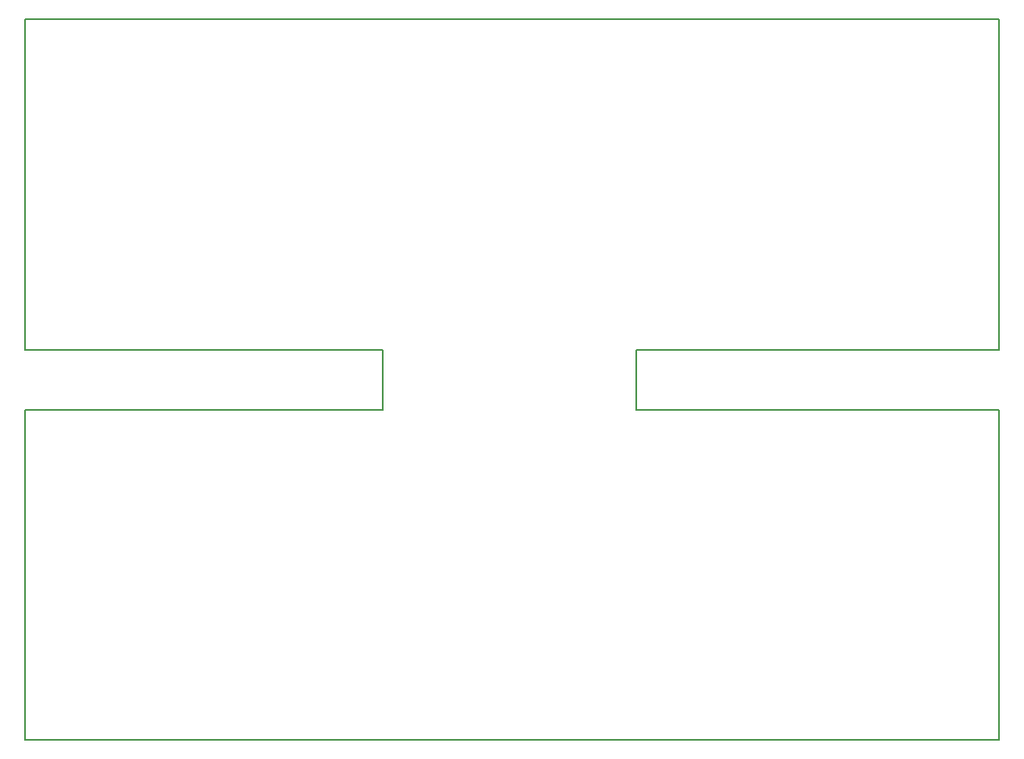
<source format=gm1>
G04 MADE WITH FRITZING*
G04 WWW.FRITZING.ORG*
G04 DOUBLE SIDED*
G04 HOLES PLATED*
G04 CONTOUR ON CENTER OF CONTOUR VECTOR*
%ASAXBY*%
%FSLAX23Y23*%
%MOIN*%
%OFA0B0*%
%SFA1.0B1.0*%
%ADD10C,0.008*%
%LNCONTOUR*%
G90*
G70*
G54D10*
X0Y2885D02*
X0Y2884D01*
X0Y1563D01*
X1Y1563D01*
X2Y1563D01*
X3Y1563D01*
X4Y1563D01*
X5Y1563D01*
X6Y1563D01*
X7Y1563D01*
X8Y1563D01*
X9Y1563D01*
X10Y1563D01*
X11Y1563D01*
X12Y1563D01*
X13Y1563D01*
X14Y1563D01*
X15Y1563D01*
X16Y1563D01*
X17Y1563D01*
X18Y1563D01*
X19Y1563D01*
X20Y1563D01*
X21Y1563D01*
X22Y1563D01*
X23Y1563D01*
X24Y1563D01*
X25Y1563D01*
X26Y1563D01*
X27Y1563D01*
X28Y1563D01*
X29Y1563D01*
X30Y1563D01*
X31Y1563D01*
X32Y1563D01*
X33Y1563D01*
X34Y1563D01*
X35Y1563D01*
X36Y1563D01*
X37Y1563D01*
X38Y1563D01*
X39Y1563D01*
X40Y1563D01*
X41Y1563D01*
X42Y1563D01*
X43Y1563D01*
X44Y1563D01*
X45Y1563D01*
X46Y1563D01*
X47Y1563D01*
X48Y1563D01*
X49Y1563D01*
X50Y1563D01*
X51Y1563D01*
X52Y1563D01*
X53Y1563D01*
X54Y1563D01*
X55Y1563D01*
X56Y1563D01*
X57Y1563D01*
X58Y1563D01*
X59Y1563D01*
X60Y1563D01*
X61Y1563D01*
X62Y1563D01*
X63Y1563D01*
X64Y1563D01*
X65Y1563D01*
X66Y1563D01*
X67Y1563D01*
X68Y1563D01*
X69Y1563D01*
X70Y1563D01*
X71Y1563D01*
X72Y1563D01*
X73Y1563D01*
X74Y1563D01*
X75Y1563D01*
X76Y1563D01*
X77Y1563D01*
X78Y1563D01*
X79Y1563D01*
X80Y1563D01*
X81Y1563D01*
X82Y1563D01*
X83Y1563D01*
X84Y1563D01*
X85Y1563D01*
X86Y1563D01*
X87Y1563D01*
X88Y1563D01*
X89Y1563D01*
X90Y1563D01*
X91Y1563D01*
X92Y1563D01*
X93Y1563D01*
X94Y1563D01*
X95Y1563D01*
X96Y1563D01*
X97Y1563D01*
X98Y1563D01*
X99Y1563D01*
X100Y1563D01*
X101Y1563D01*
X102Y1563D01*
X103Y1563D01*
X104Y1563D01*
X105Y1563D01*
X106Y1563D01*
X107Y1563D01*
X108Y1563D01*
X109Y1563D01*
X110Y1563D01*
X111Y1563D01*
X112Y1563D01*
X113Y1563D01*
X114Y1563D01*
X115Y1563D01*
X116Y1563D01*
X117Y1563D01*
X118Y1563D01*
X119Y1563D01*
X120Y1563D01*
X121Y1563D01*
X122Y1563D01*
X123Y1563D01*
X124Y1563D01*
X125Y1563D01*
X126Y1563D01*
X127Y1563D01*
X128Y1563D01*
X129Y1563D01*
X130Y1563D01*
X131Y1563D01*
X132Y1563D01*
X133Y1563D01*
X134Y1563D01*
X135Y1563D01*
X136Y1563D01*
X137Y1563D01*
X138Y1563D01*
X139Y1563D01*
X140Y1563D01*
X141Y1563D01*
X142Y1563D01*
X143Y1563D01*
X144Y1563D01*
X145Y1563D01*
X146Y1563D01*
X147Y1563D01*
X148Y1563D01*
X149Y1563D01*
X150Y1563D01*
X151Y1563D01*
X152Y1563D01*
X153Y1563D01*
X154Y1563D01*
X155Y1563D01*
X156Y1563D01*
X157Y1563D01*
X158Y1563D01*
X159Y1563D01*
X160Y1563D01*
X161Y1563D01*
X162Y1563D01*
X163Y1563D01*
X164Y1563D01*
X165Y1563D01*
X166Y1563D01*
X167Y1563D01*
X168Y1563D01*
X169Y1563D01*
X170Y1563D01*
X171Y1563D01*
X172Y1563D01*
X173Y1563D01*
X174Y1563D01*
X175Y1563D01*
X176Y1563D01*
X177Y1563D01*
X178Y1563D01*
X179Y1563D01*
X180Y1563D01*
X181Y1563D01*
X182Y1563D01*
X183Y1563D01*
X184Y1563D01*
X185Y1563D01*
X186Y1563D01*
X187Y1563D01*
X188Y1563D01*
X189Y1563D01*
X190Y1563D01*
X191Y1563D01*
X192Y1563D01*
X193Y1563D01*
X194Y1563D01*
X195Y1563D01*
X196Y1563D01*
X197Y1563D01*
X198Y1563D01*
X199Y1563D01*
X200Y1563D01*
X201Y1563D01*
X202Y1563D01*
X203Y1563D01*
X204Y1563D01*
X205Y1563D01*
X206Y1563D01*
X207Y1563D01*
X208Y1563D01*
X209Y1563D01*
X210Y1563D01*
X211Y1563D01*
X212Y1563D01*
X213Y1563D01*
X214Y1563D01*
X215Y1563D01*
X216Y1563D01*
X217Y1563D01*
X218Y1563D01*
X219Y1563D01*
X220Y1563D01*
X221Y1563D01*
X222Y1563D01*
X223Y1563D01*
X224Y1563D01*
X225Y1563D01*
X226Y1563D01*
X227Y1563D01*
X228Y1563D01*
X229Y1563D01*
X230Y1563D01*
X231Y1563D01*
X232Y1563D01*
X233Y1563D01*
X234Y1563D01*
X235Y1563D01*
X236Y1563D01*
X237Y1563D01*
X238Y1563D01*
X239Y1563D01*
X240Y1563D01*
X241Y1563D01*
X242Y1563D01*
X243Y1563D01*
X244Y1563D01*
X245Y1563D01*
X246Y1563D01*
X247Y1563D01*
X248Y1563D01*
X249Y1563D01*
X250Y1563D01*
X251Y1563D01*
X252Y1563D01*
X253Y1563D01*
X254Y1563D01*
X255Y1563D01*
X256Y1563D01*
X257Y1563D01*
X258Y1563D01*
X259Y1563D01*
X260Y1563D01*
X261Y1563D01*
X262Y1563D01*
X263Y1563D01*
X264Y1563D01*
X265Y1563D01*
X266Y1563D01*
X267Y1563D01*
X268Y1563D01*
X269Y1563D01*
X270Y1563D01*
X271Y1563D01*
X272Y1563D01*
X273Y1563D01*
X274Y1563D01*
X275Y1563D01*
X276Y1563D01*
X277Y1563D01*
X278Y1563D01*
X279Y1563D01*
X280Y1563D01*
X281Y1563D01*
X282Y1563D01*
X283Y1563D01*
X284Y1563D01*
X285Y1563D01*
X286Y1563D01*
X287Y1563D01*
X288Y1563D01*
X289Y1563D01*
X290Y1563D01*
X291Y1563D01*
X292Y1563D01*
X293Y1563D01*
X294Y1563D01*
X295Y1563D01*
X296Y1563D01*
X297Y1563D01*
X298Y1563D01*
X299Y1563D01*
X300Y1563D01*
X301Y1563D01*
X302Y1563D01*
X303Y1563D01*
X304Y1563D01*
X305Y1563D01*
X306Y1563D01*
X307Y1563D01*
X308Y1563D01*
X309Y1563D01*
X310Y1563D01*
X311Y1563D01*
X312Y1563D01*
X313Y1563D01*
X314Y1563D01*
X315Y1563D01*
X316Y1563D01*
X317Y1563D01*
X318Y1563D01*
X319Y1563D01*
X320Y1563D01*
X321Y1563D01*
X322Y1563D01*
X323Y1563D01*
X324Y1563D01*
X325Y1563D01*
X326Y1563D01*
X327Y1563D01*
X328Y1563D01*
X329Y1563D01*
X330Y1563D01*
X331Y1563D01*
X332Y1563D01*
X333Y1563D01*
X334Y1563D01*
X335Y1563D01*
X336Y1563D01*
X337Y1563D01*
X338Y1563D01*
X339Y1563D01*
X340Y1563D01*
X341Y1563D01*
X342Y1563D01*
X343Y1563D01*
X344Y1563D01*
X345Y1563D01*
X346Y1563D01*
X347Y1563D01*
X348Y1563D01*
X349Y1563D01*
X350Y1563D01*
X351Y1563D01*
X352Y1563D01*
X353Y1563D01*
X354Y1563D01*
X355Y1563D01*
X356Y1563D01*
X357Y1563D01*
X358Y1563D01*
X359Y1563D01*
X360Y1563D01*
X361Y1563D01*
X362Y1563D01*
X363Y1563D01*
X364Y1563D01*
X365Y1563D01*
X366Y1563D01*
X367Y1563D01*
X368Y1563D01*
X369Y1563D01*
X370Y1563D01*
X371Y1563D01*
X372Y1563D01*
X373Y1563D01*
X374Y1563D01*
X375Y1563D01*
X376Y1563D01*
X377Y1563D01*
X378Y1563D01*
X379Y1563D01*
X380Y1563D01*
X381Y1563D01*
X382Y1563D01*
X383Y1563D01*
X384Y1563D01*
X385Y1563D01*
X386Y1563D01*
X387Y1563D01*
X388Y1563D01*
X389Y1563D01*
X390Y1563D01*
X391Y1563D01*
X392Y1563D01*
X393Y1563D01*
X394Y1563D01*
X395Y1563D01*
X396Y1563D01*
X397Y1563D01*
X398Y1563D01*
X399Y1563D01*
X400Y1563D01*
X401Y1563D01*
X402Y1563D01*
X403Y1563D01*
X404Y1563D01*
X405Y1563D01*
X406Y1563D01*
X407Y1563D01*
X408Y1563D01*
X409Y1563D01*
X410Y1563D01*
X411Y1563D01*
X412Y1563D01*
X413Y1563D01*
X414Y1563D01*
X415Y1563D01*
X416Y1563D01*
X417Y1563D01*
X418Y1563D01*
X419Y1563D01*
X420Y1563D01*
X421Y1563D01*
X422Y1563D01*
X423Y1563D01*
X424Y1563D01*
X425Y1563D01*
X426Y1563D01*
X427Y1563D01*
X428Y1563D01*
X429Y1563D01*
X430Y1563D01*
X431Y1563D01*
X432Y1563D01*
X433Y1563D01*
X434Y1563D01*
X435Y1563D01*
X436Y1563D01*
X437Y1563D01*
X438Y1563D01*
X439Y1563D01*
X440Y1563D01*
X441Y1563D01*
X442Y1563D01*
X443Y1563D01*
X444Y1563D01*
X445Y1563D01*
X446Y1563D01*
X447Y1563D01*
X448Y1563D01*
X449Y1563D01*
X450Y1563D01*
X451Y1563D01*
X452Y1563D01*
X453Y1563D01*
X454Y1563D01*
X455Y1563D01*
X456Y1563D01*
X457Y1563D01*
X458Y1563D01*
X459Y1563D01*
X460Y1563D01*
X461Y1563D01*
X462Y1563D01*
X463Y1563D01*
X464Y1563D01*
X465Y1563D01*
X466Y1563D01*
X467Y1563D01*
X468Y1563D01*
X469Y1563D01*
X470Y1563D01*
X471Y1563D01*
X472Y1563D01*
X473Y1563D01*
X474Y1563D01*
X475Y1563D01*
X476Y1563D01*
X477Y1563D01*
X478Y1563D01*
X479Y1563D01*
X480Y1563D01*
X481Y1563D01*
X482Y1563D01*
X483Y1563D01*
X484Y1563D01*
X485Y1563D01*
X486Y1563D01*
X487Y1563D01*
X488Y1563D01*
X489Y1563D01*
X490Y1563D01*
X491Y1563D01*
X492Y1563D01*
X493Y1563D01*
X494Y1563D01*
X495Y1563D01*
X496Y1563D01*
X497Y1563D01*
X498Y1563D01*
X499Y1563D01*
X500Y1563D01*
X501Y1563D01*
X502Y1563D01*
X503Y1563D01*
X504Y1563D01*
X505Y1563D01*
X506Y1563D01*
X507Y1563D01*
X508Y1563D01*
X509Y1563D01*
X510Y1563D01*
X511Y1563D01*
X512Y1563D01*
X513Y1563D01*
X514Y1563D01*
X515Y1563D01*
X516Y1563D01*
X517Y1563D01*
X518Y1563D01*
X519Y1563D01*
X520Y1563D01*
X521Y1563D01*
X522Y1563D01*
X523Y1563D01*
X524Y1563D01*
X525Y1563D01*
X526Y1563D01*
X527Y1563D01*
X528Y1563D01*
X529Y1563D01*
X530Y1563D01*
X531Y1563D01*
X532Y1563D01*
X533Y1563D01*
X534Y1563D01*
X535Y1563D01*
X536Y1563D01*
X537Y1563D01*
X538Y1563D01*
X539Y1563D01*
X540Y1563D01*
X541Y1563D01*
X542Y1563D01*
X543Y1563D01*
X544Y1563D01*
X545Y1563D01*
X546Y1563D01*
X547Y1563D01*
X548Y1563D01*
X549Y1563D01*
X550Y1563D01*
X551Y1563D01*
X552Y1563D01*
X553Y1563D01*
X554Y1563D01*
X555Y1563D01*
X556Y1563D01*
X557Y1563D01*
X558Y1563D01*
X559Y1563D01*
X560Y1563D01*
X561Y1563D01*
X562Y1563D01*
X563Y1563D01*
X564Y1563D01*
X565Y1563D01*
X566Y1563D01*
X567Y1563D01*
X568Y1563D01*
X569Y1563D01*
X570Y1563D01*
X571Y1563D01*
X572Y1563D01*
X573Y1563D01*
X574Y1563D01*
X575Y1563D01*
X576Y1563D01*
X577Y1563D01*
X578Y1563D01*
X579Y1563D01*
X580Y1563D01*
X581Y1563D01*
X582Y1563D01*
X583Y1563D01*
X584Y1563D01*
X585Y1563D01*
X586Y1563D01*
X587Y1563D01*
X588Y1563D01*
X589Y1563D01*
X590Y1563D01*
X591Y1563D01*
X592Y1563D01*
X593Y1563D01*
X594Y1563D01*
X595Y1563D01*
X596Y1563D01*
X597Y1563D01*
X598Y1563D01*
X599Y1563D01*
X600Y1563D01*
X601Y1563D01*
X602Y1563D01*
X603Y1563D01*
X604Y1563D01*
X605Y1563D01*
X606Y1563D01*
X607Y1563D01*
X608Y1563D01*
X609Y1563D01*
X610Y1563D01*
X611Y1563D01*
X612Y1563D01*
X613Y1563D01*
X614Y1563D01*
X615Y1563D01*
X616Y1563D01*
X617Y1563D01*
X618Y1563D01*
X619Y1563D01*
X620Y1563D01*
X621Y1563D01*
X622Y1563D01*
X623Y1563D01*
X624Y1563D01*
X625Y1563D01*
X626Y1563D01*
X627Y1563D01*
X628Y1563D01*
X629Y1563D01*
X630Y1563D01*
X631Y1563D01*
X632Y1563D01*
X633Y1563D01*
X634Y1563D01*
X635Y1563D01*
X636Y1563D01*
X637Y1563D01*
X638Y1563D01*
X639Y1563D01*
X640Y1563D01*
X641Y1563D01*
X642Y1563D01*
X643Y1563D01*
X644Y1563D01*
X645Y1563D01*
X646Y1563D01*
X647Y1563D01*
X648Y1563D01*
X649Y1563D01*
X650Y1563D01*
X651Y1563D01*
X652Y1563D01*
X653Y1563D01*
X654Y1563D01*
X655Y1563D01*
X656Y1563D01*
X657Y1563D01*
X658Y1563D01*
X659Y1563D01*
X660Y1563D01*
X661Y1563D01*
X662Y1563D01*
X663Y1563D01*
X664Y1563D01*
X665Y1563D01*
X666Y1563D01*
X667Y1563D01*
X668Y1563D01*
X669Y1563D01*
X670Y1563D01*
X671Y1563D01*
X672Y1563D01*
X673Y1563D01*
X674Y1563D01*
X675Y1563D01*
X676Y1563D01*
X677Y1563D01*
X678Y1563D01*
X679Y1563D01*
X680Y1563D01*
X681Y1563D01*
X682Y1563D01*
X683Y1563D01*
X684Y1563D01*
X685Y1563D01*
X686Y1563D01*
X687Y1563D01*
X688Y1563D01*
X689Y1563D01*
X690Y1563D01*
X691Y1563D01*
X692Y1563D01*
X693Y1563D01*
X694Y1563D01*
X695Y1563D01*
X696Y1563D01*
X697Y1563D01*
X698Y1563D01*
X699Y1563D01*
X700Y1563D01*
X701Y1563D01*
X702Y1563D01*
X703Y1563D01*
X704Y1563D01*
X705Y1563D01*
X706Y1563D01*
X707Y1563D01*
X708Y1563D01*
X709Y1563D01*
X710Y1563D01*
X711Y1563D01*
X712Y1563D01*
X713Y1563D01*
X714Y1563D01*
X715Y1563D01*
X716Y1563D01*
X717Y1563D01*
X718Y1563D01*
X719Y1563D01*
X720Y1563D01*
X721Y1563D01*
X722Y1563D01*
X723Y1563D01*
X724Y1563D01*
X725Y1563D01*
X726Y1563D01*
X727Y1563D01*
X728Y1563D01*
X729Y1563D01*
X730Y1563D01*
X731Y1563D01*
X732Y1563D01*
X733Y1563D01*
X734Y1563D01*
X735Y1563D01*
X736Y1563D01*
X737Y1563D01*
X738Y1563D01*
X739Y1563D01*
X740Y1563D01*
X741Y1563D01*
X742Y1563D01*
X743Y1563D01*
X744Y1563D01*
X745Y1563D01*
X746Y1563D01*
X747Y1563D01*
X748Y1563D01*
X749Y1563D01*
X750Y1563D01*
X751Y1563D01*
X752Y1563D01*
X753Y1563D01*
X754Y1563D01*
X755Y1563D01*
X756Y1563D01*
X757Y1563D01*
X758Y1563D01*
X759Y1563D01*
X760Y1563D01*
X761Y1563D01*
X762Y1563D01*
X763Y1563D01*
X764Y1563D01*
X765Y1563D01*
X766Y1563D01*
X767Y1563D01*
X768Y1563D01*
X769Y1563D01*
X770Y1563D01*
X771Y1563D01*
X772Y1563D01*
X773Y1563D01*
X774Y1563D01*
X775Y1563D01*
X776Y1563D01*
X777Y1563D01*
X778Y1563D01*
X779Y1563D01*
X780Y1563D01*
X781Y1563D01*
X782Y1563D01*
X783Y1563D01*
X784Y1563D01*
X785Y1563D01*
X786Y1563D01*
X787Y1563D01*
X788Y1563D01*
X789Y1563D01*
X790Y1563D01*
X791Y1563D01*
X792Y1563D01*
X793Y1563D01*
X794Y1563D01*
X795Y1563D01*
X796Y1563D01*
X797Y1563D01*
X798Y1563D01*
X799Y1563D01*
X800Y1563D01*
X801Y1563D01*
X802Y1563D01*
X803Y1563D01*
X804Y1563D01*
X805Y1563D01*
X806Y1563D01*
X807Y1563D01*
X808Y1563D01*
X809Y1563D01*
X810Y1563D01*
X811Y1563D01*
X812Y1563D01*
X813Y1563D01*
X814Y1563D01*
X815Y1563D01*
X816Y1563D01*
X817Y1563D01*
X818Y1563D01*
X819Y1563D01*
X820Y1563D01*
X821Y1563D01*
X822Y1563D01*
X823Y1563D01*
X824Y1563D01*
X825Y1563D01*
X826Y1563D01*
X827Y1563D01*
X828Y1563D01*
X829Y1563D01*
X830Y1563D01*
X831Y1563D01*
X832Y1563D01*
X833Y1563D01*
X834Y1563D01*
X835Y1563D01*
X836Y1563D01*
X837Y1563D01*
X838Y1563D01*
X839Y1563D01*
X840Y1563D01*
X841Y1563D01*
X842Y1563D01*
X843Y1563D01*
X844Y1563D01*
X845Y1563D01*
X846Y1563D01*
X847Y1563D01*
X848Y1563D01*
X849Y1563D01*
X850Y1563D01*
X851Y1563D01*
X852Y1563D01*
X853Y1563D01*
X854Y1563D01*
X855Y1563D01*
X856Y1563D01*
X857Y1563D01*
X858Y1563D01*
X859Y1563D01*
X860Y1563D01*
X861Y1563D01*
X862Y1563D01*
X863Y1563D01*
X864Y1563D01*
X865Y1563D01*
X866Y1563D01*
X867Y1563D01*
X868Y1563D01*
X869Y1563D01*
X870Y1563D01*
X871Y1563D01*
X872Y1563D01*
X873Y1563D01*
X874Y1563D01*
X875Y1563D01*
X876Y1563D01*
X877Y1563D01*
X878Y1563D01*
X879Y1563D01*
X880Y1563D01*
X881Y1563D01*
X882Y1563D01*
X883Y1563D01*
X884Y1563D01*
X885Y1563D01*
X886Y1563D01*
X887Y1563D01*
X888Y1563D01*
X889Y1563D01*
X890Y1563D01*
X891Y1563D01*
X892Y1563D01*
X893Y1563D01*
X894Y1563D01*
X895Y1563D01*
X896Y1563D01*
X897Y1563D01*
X898Y1563D01*
X899Y1563D01*
X900Y1563D01*
X901Y1563D01*
X902Y1563D01*
X903Y1563D01*
X904Y1563D01*
X905Y1563D01*
X906Y1563D01*
X907Y1563D01*
X908Y1563D01*
X909Y1563D01*
X910Y1563D01*
X911Y1563D01*
X912Y1563D01*
X913Y1563D01*
X914Y1563D01*
X915Y1563D01*
X916Y1563D01*
X917Y1563D01*
X918Y1563D01*
X919Y1563D01*
X920Y1563D01*
X921Y1563D01*
X922Y1563D01*
X923Y1563D01*
X924Y1563D01*
X925Y1563D01*
X926Y1563D01*
X927Y1563D01*
X928Y1563D01*
X929Y1563D01*
X930Y1563D01*
X931Y1563D01*
X932Y1563D01*
X933Y1563D01*
X934Y1563D01*
X935Y1563D01*
X936Y1563D01*
X937Y1563D01*
X938Y1563D01*
X939Y1563D01*
X940Y1563D01*
X941Y1563D01*
X942Y1563D01*
X943Y1563D01*
X944Y1563D01*
X945Y1563D01*
X946Y1563D01*
X947Y1563D01*
X948Y1563D01*
X949Y1563D01*
X950Y1563D01*
X951Y1563D01*
X952Y1563D01*
X953Y1563D01*
X954Y1563D01*
X955Y1563D01*
X956Y1563D01*
X957Y1563D01*
X958Y1563D01*
X959Y1563D01*
X960Y1563D01*
X961Y1563D01*
X962Y1563D01*
X963Y1563D01*
X964Y1563D01*
X965Y1563D01*
X966Y1563D01*
X967Y1563D01*
X968Y1563D01*
X969Y1563D01*
X970Y1563D01*
X971Y1563D01*
X972Y1563D01*
X973Y1563D01*
X974Y1563D01*
X975Y1563D01*
X976Y1563D01*
X977Y1563D01*
X978Y1563D01*
X979Y1563D01*
X980Y1563D01*
X981Y1563D01*
X982Y1563D01*
X983Y1563D01*
X984Y1563D01*
X985Y1563D01*
X986Y1563D01*
X987Y1563D01*
X988Y1563D01*
X989Y1563D01*
X990Y1563D01*
X991Y1563D01*
X992Y1563D01*
X993Y1563D01*
X994Y1563D01*
X995Y1563D01*
X996Y1563D01*
X997Y1563D01*
X998Y1563D01*
X999Y1563D01*
X1000Y1563D01*
X1001Y1563D01*
X1002Y1563D01*
X1003Y1563D01*
X1004Y1563D01*
X1005Y1563D01*
X1006Y1563D01*
X1007Y1563D01*
X1008Y1563D01*
X1009Y1563D01*
X1010Y1563D01*
X1011Y1563D01*
X1012Y1563D01*
X1013Y1563D01*
X1014Y1563D01*
X1015Y1563D01*
X1016Y1563D01*
X1017Y1563D01*
X1018Y1563D01*
X1019Y1563D01*
X1020Y1563D01*
X1021Y1563D01*
X1022Y1563D01*
X1023Y1563D01*
X1024Y1563D01*
X1025Y1563D01*
X1026Y1563D01*
X1027Y1563D01*
X1028Y1563D01*
X1029Y1563D01*
X1030Y1563D01*
X1031Y1563D01*
X1032Y1563D01*
X1033Y1563D01*
X1034Y1563D01*
X1035Y1563D01*
X1036Y1563D01*
X1037Y1563D01*
X1038Y1563D01*
X1039Y1563D01*
X1040Y1563D01*
X1041Y1563D01*
X1042Y1563D01*
X1043Y1563D01*
X1044Y1563D01*
X1045Y1563D01*
X1046Y1563D01*
X1047Y1563D01*
X1048Y1563D01*
X1049Y1563D01*
X1050Y1563D01*
X1051Y1563D01*
X1052Y1563D01*
X1053Y1563D01*
X1054Y1563D01*
X1055Y1563D01*
X1056Y1563D01*
X1057Y1563D01*
X1058Y1563D01*
X1059Y1563D01*
X1060Y1563D01*
X1061Y1563D01*
X1062Y1563D01*
X1063Y1563D01*
X1064Y1563D01*
X1065Y1563D01*
X1066Y1563D01*
X1067Y1563D01*
X1068Y1563D01*
X1069Y1563D01*
X1070Y1563D01*
X1071Y1563D01*
X1072Y1563D01*
X1073Y1563D01*
X1074Y1563D01*
X1075Y1563D01*
X1076Y1563D01*
X1077Y1563D01*
X1078Y1563D01*
X1079Y1563D01*
X1080Y1563D01*
X1081Y1563D01*
X1082Y1563D01*
X1083Y1563D01*
X1084Y1563D01*
X1085Y1563D01*
X1086Y1563D01*
X1087Y1563D01*
X1088Y1563D01*
X1089Y1563D01*
X1090Y1563D01*
X1091Y1563D01*
X1092Y1563D01*
X1093Y1563D01*
X1094Y1563D01*
X1095Y1563D01*
X1096Y1563D01*
X1097Y1563D01*
X1098Y1563D01*
X1099Y1563D01*
X1100Y1563D01*
X1101Y1563D01*
X1102Y1563D01*
X1103Y1563D01*
X1104Y1563D01*
X1105Y1563D01*
X1106Y1563D01*
X1107Y1563D01*
X1108Y1563D01*
X1109Y1563D01*
X1110Y1563D01*
X1111Y1563D01*
X1112Y1563D01*
X1113Y1563D01*
X1114Y1563D01*
X1115Y1563D01*
X1116Y1563D01*
X1117Y1563D01*
X1118Y1563D01*
X1119Y1563D01*
X1120Y1563D01*
X1121Y1563D01*
X1122Y1563D01*
X1123Y1563D01*
X1124Y1563D01*
X1125Y1563D01*
X1126Y1563D01*
X1127Y1563D01*
X1128Y1563D01*
X1129Y1563D01*
X1130Y1563D01*
X1131Y1563D01*
X1132Y1563D01*
X1133Y1563D01*
X1134Y1563D01*
X1135Y1563D01*
X1136Y1563D01*
X1137Y1563D01*
X1138Y1563D01*
X1139Y1563D01*
X1140Y1563D01*
X1141Y1563D01*
X1142Y1563D01*
X1143Y1563D01*
X1144Y1563D01*
X1145Y1563D01*
X1146Y1563D01*
X1147Y1563D01*
X1148Y1563D01*
X1149Y1563D01*
X1150Y1563D01*
X1151Y1563D01*
X1152Y1563D01*
X1153Y1563D01*
X1154Y1563D01*
X1155Y1563D01*
X1156Y1563D01*
X1157Y1563D01*
X1158Y1563D01*
X1159Y1563D01*
X1160Y1563D01*
X1161Y1563D01*
X1162Y1563D01*
X1163Y1563D01*
X1164Y1563D01*
X1165Y1563D01*
X1166Y1563D01*
X1167Y1563D01*
X1168Y1563D01*
X1169Y1563D01*
X1170Y1563D01*
X1171Y1563D01*
X1172Y1563D01*
X1173Y1563D01*
X1174Y1563D01*
X1175Y1563D01*
X1176Y1563D01*
X1177Y1563D01*
X1178Y1563D01*
X1179Y1563D01*
X1180Y1563D01*
X1181Y1563D01*
X1182Y1563D01*
X1183Y1563D01*
X1184Y1563D01*
X1185Y1563D01*
X1186Y1563D01*
X1187Y1563D01*
X1188Y1563D01*
X1189Y1563D01*
X1190Y1563D01*
X1191Y1563D01*
X1192Y1563D01*
X1193Y1563D01*
X1194Y1563D01*
X1195Y1563D01*
X1196Y1563D01*
X1197Y1563D01*
X1198Y1563D01*
X1199Y1563D01*
X1200Y1563D01*
X1201Y1563D01*
X1202Y1563D01*
X1203Y1563D01*
X1204Y1563D01*
X1205Y1563D01*
X1206Y1563D01*
X1207Y1563D01*
X1208Y1563D01*
X1209Y1563D01*
X1210Y1563D01*
X1211Y1563D01*
X1212Y1563D01*
X1213Y1563D01*
X1214Y1563D01*
X1215Y1563D01*
X1216Y1563D01*
X1217Y1563D01*
X1218Y1563D01*
X1219Y1563D01*
X1220Y1563D01*
X1221Y1563D01*
X1222Y1563D01*
X1223Y1563D01*
X1224Y1563D01*
X1225Y1563D01*
X1226Y1563D01*
X1227Y1563D01*
X1228Y1563D01*
X1229Y1563D01*
X1230Y1563D01*
X1231Y1563D01*
X1232Y1563D01*
X1233Y1563D01*
X1234Y1563D01*
X1235Y1563D01*
X1236Y1563D01*
X1237Y1563D01*
X1238Y1563D01*
X1239Y1563D01*
X1240Y1563D01*
X1241Y1563D01*
X1242Y1563D01*
X1243Y1563D01*
X1244Y1563D01*
X1245Y1563D01*
X1246Y1563D01*
X1247Y1563D01*
X1248Y1563D01*
X1249Y1563D01*
X1250Y1563D01*
X1251Y1563D01*
X1252Y1563D01*
X1253Y1563D01*
X1254Y1563D01*
X1255Y1563D01*
X1256Y1563D01*
X1257Y1563D01*
X1258Y1563D01*
X1259Y1563D01*
X1260Y1563D01*
X1261Y1563D01*
X1262Y1563D01*
X1263Y1563D01*
X1264Y1563D01*
X1265Y1563D01*
X1266Y1563D01*
X1267Y1563D01*
X1268Y1563D01*
X1269Y1563D01*
X1270Y1563D01*
X1271Y1563D01*
X1272Y1563D01*
X1273Y1563D01*
X1274Y1563D01*
X1275Y1563D01*
X1276Y1563D01*
X1277Y1563D01*
X1278Y1563D01*
X1279Y1563D01*
X1280Y1563D01*
X1281Y1563D01*
X1282Y1563D01*
X1283Y1563D01*
X1284Y1563D01*
X1285Y1563D01*
X1286Y1563D01*
X1287Y1563D01*
X1288Y1563D01*
X1289Y1563D01*
X1290Y1563D01*
X1291Y1563D01*
X1292Y1563D01*
X1293Y1563D01*
X1294Y1563D01*
X1295Y1563D01*
X1296Y1563D01*
X1297Y1563D01*
X1298Y1563D01*
X1299Y1563D01*
X1300Y1563D01*
X1301Y1563D01*
X1302Y1563D01*
X1303Y1563D01*
X1304Y1563D01*
X1305Y1563D01*
X1306Y1563D01*
X1307Y1563D01*
X1308Y1563D01*
X1309Y1563D01*
X1310Y1563D01*
X1311Y1563D01*
X1312Y1563D01*
X1313Y1563D01*
X1314Y1563D01*
X1315Y1563D01*
X1316Y1563D01*
X1317Y1563D01*
X1318Y1563D01*
X1319Y1563D01*
X1320Y1563D01*
X1321Y1563D01*
X1322Y1563D01*
X1323Y1563D01*
X1324Y1563D01*
X1325Y1563D01*
X1326Y1563D01*
X1327Y1563D01*
X1328Y1563D01*
X1329Y1563D01*
X1330Y1563D01*
X1331Y1563D01*
X1332Y1563D01*
X1333Y1563D01*
X1334Y1563D01*
X1335Y1563D01*
X1336Y1563D01*
X1337Y1563D01*
X1338Y1563D01*
X1339Y1563D01*
X1340Y1563D01*
X1341Y1563D01*
X1342Y1563D01*
X1343Y1563D01*
X1344Y1563D01*
X1345Y1563D01*
X1346Y1563D01*
X1347Y1563D01*
X1348Y1563D01*
X1349Y1563D01*
X1350Y1563D01*
X1351Y1563D01*
X1352Y1563D01*
X1353Y1563D01*
X1354Y1563D01*
X1355Y1563D01*
X1356Y1563D01*
X1357Y1563D01*
X1358Y1563D01*
X1359Y1563D01*
X1360Y1563D01*
X1361Y1563D01*
X1362Y1563D01*
X1363Y1563D01*
X1364Y1563D01*
X1365Y1563D01*
X1366Y1563D01*
X1367Y1563D01*
X1368Y1563D01*
X1369Y1563D01*
X1370Y1563D01*
X1371Y1563D01*
X1372Y1563D01*
X1373Y1563D01*
X1374Y1563D01*
X1375Y1563D01*
X1376Y1563D01*
X1377Y1563D01*
X1378Y1563D01*
X1379Y1563D01*
X1380Y1563D01*
X1381Y1563D01*
X1382Y1563D01*
X1383Y1563D01*
X1384Y1563D01*
X1385Y1563D01*
X1386Y1563D01*
X1387Y1563D01*
X1388Y1563D01*
X1389Y1563D01*
X1390Y1563D01*
X1391Y1563D01*
X1392Y1563D01*
X1393Y1563D01*
X1394Y1563D01*
X1395Y1563D01*
X1396Y1563D01*
X1397Y1563D01*
X1398Y1563D01*
X1399Y1563D01*
X1400Y1563D01*
X1401Y1563D01*
X1402Y1563D01*
X1403Y1563D01*
X1404Y1563D01*
X1405Y1563D01*
X1406Y1563D01*
X1407Y1563D01*
X1408Y1563D01*
X1409Y1563D01*
X1410Y1563D01*
X1411Y1563D01*
X1412Y1563D01*
X1413Y1563D01*
X1414Y1563D01*
X1415Y1563D01*
X1416Y1563D01*
X1417Y1563D01*
X1418Y1563D01*
X1419Y1563D01*
X1420Y1563D01*
X1421Y1563D01*
X1422Y1563D01*
X1423Y1563D01*
X1424Y1563D01*
X1425Y1563D01*
X1426Y1563D01*
X1427Y1563D01*
X1428Y1563D01*
X1429Y1563D01*
X1430Y1562D01*
X1430Y1324D01*
X1429Y1323D01*
X1428Y1323D01*
X1427Y1323D01*
X1426Y1323D01*
X1425Y1323D01*
X1424Y1323D01*
X1423Y1323D01*
X1422Y1323D01*
X1421Y1323D01*
X1420Y1323D01*
X1419Y1323D01*
X1418Y1323D01*
X1417Y1323D01*
X1416Y1323D01*
X1415Y1323D01*
X1414Y1323D01*
X1413Y1323D01*
X1412Y1323D01*
X1411Y1323D01*
X1410Y1323D01*
X1409Y1323D01*
X1408Y1323D01*
X1407Y1323D01*
X1406Y1323D01*
X1405Y1323D01*
X1404Y1323D01*
X1403Y1323D01*
X1402Y1323D01*
X1401Y1323D01*
X1400Y1323D01*
X1399Y1323D01*
X1398Y1323D01*
X1397Y1323D01*
X1396Y1323D01*
X1395Y1323D01*
X1394Y1323D01*
X1393Y1323D01*
X1392Y1323D01*
X1391Y1323D01*
X1390Y1323D01*
X1389Y1323D01*
X1388Y1323D01*
X1387Y1323D01*
X1386Y1323D01*
X1385Y1323D01*
X1384Y1323D01*
X1383Y1323D01*
X1382Y1323D01*
X1381Y1323D01*
X1380Y1323D01*
X1379Y1323D01*
X1378Y1323D01*
X1377Y1323D01*
X1376Y1323D01*
X1375Y1323D01*
X1374Y1323D01*
X1373Y1323D01*
X1372Y1323D01*
X1371Y1323D01*
X1370Y1323D01*
X1369Y1323D01*
X1368Y1323D01*
X1367Y1323D01*
X1366Y1323D01*
X1365Y1323D01*
X1364Y1323D01*
X1363Y1323D01*
X1362Y1323D01*
X1361Y1323D01*
X1360Y1323D01*
X1359Y1323D01*
X1358Y1323D01*
X1357Y1323D01*
X1356Y1323D01*
X1355Y1323D01*
X1354Y1323D01*
X1353Y1323D01*
X1352Y1323D01*
X1351Y1323D01*
X1350Y1323D01*
X1349Y1323D01*
X1348Y1323D01*
X1347Y1323D01*
X1346Y1323D01*
X1345Y1323D01*
X1344Y1323D01*
X1343Y1323D01*
X1342Y1323D01*
X1341Y1323D01*
X1340Y1323D01*
X1339Y1323D01*
X1338Y1323D01*
X1337Y1323D01*
X1336Y1323D01*
X1335Y1323D01*
X1334Y1323D01*
X1333Y1323D01*
X1332Y1323D01*
X1331Y1323D01*
X1330Y1323D01*
X1329Y1323D01*
X1328Y1323D01*
X1327Y1323D01*
X1326Y1323D01*
X1325Y1323D01*
X1324Y1323D01*
X1323Y1323D01*
X1322Y1323D01*
X1321Y1323D01*
X1320Y1323D01*
X1319Y1323D01*
X1318Y1323D01*
X1317Y1323D01*
X1316Y1323D01*
X1315Y1323D01*
X1314Y1323D01*
X1313Y1323D01*
X1312Y1323D01*
X1311Y1323D01*
X1310Y1323D01*
X1309Y1323D01*
X1308Y1323D01*
X1307Y1323D01*
X1306Y1323D01*
X1305Y1323D01*
X1304Y1323D01*
X1303Y1323D01*
X1302Y1323D01*
X1301Y1323D01*
X1300Y1323D01*
X1299Y1323D01*
X1298Y1323D01*
X1297Y1323D01*
X1296Y1323D01*
X1295Y1323D01*
X1294Y1323D01*
X1293Y1323D01*
X1292Y1323D01*
X1291Y1323D01*
X1290Y1323D01*
X1289Y1323D01*
X1288Y1323D01*
X1287Y1323D01*
X1286Y1323D01*
X1285Y1323D01*
X1284Y1323D01*
X1283Y1323D01*
X1282Y1323D01*
X1281Y1323D01*
X1280Y1323D01*
X1279Y1323D01*
X1278Y1323D01*
X1277Y1323D01*
X1276Y1323D01*
X1275Y1323D01*
X1274Y1323D01*
X1273Y1323D01*
X1272Y1323D01*
X1271Y1323D01*
X1270Y1323D01*
X1269Y1323D01*
X1268Y1323D01*
X1267Y1323D01*
X1266Y1323D01*
X1265Y1323D01*
X1264Y1323D01*
X1263Y1323D01*
X1262Y1323D01*
X1261Y1323D01*
X1260Y1323D01*
X1259Y1323D01*
X1258Y1323D01*
X1257Y1323D01*
X1256Y1323D01*
X1255Y1323D01*
X1254Y1323D01*
X1253Y1323D01*
X1252Y1323D01*
X1251Y1323D01*
X1250Y1323D01*
X1249Y1323D01*
X1248Y1323D01*
X1247Y1323D01*
X1246Y1323D01*
X1245Y1323D01*
X1244Y1323D01*
X1243Y1323D01*
X1242Y1323D01*
X1241Y1323D01*
X1240Y1323D01*
X1239Y1323D01*
X1238Y1323D01*
X1237Y1323D01*
X1236Y1323D01*
X1235Y1323D01*
X1234Y1323D01*
X1233Y1323D01*
X1232Y1323D01*
X1231Y1323D01*
X1230Y1323D01*
X1229Y1323D01*
X1228Y1323D01*
X1227Y1323D01*
X1226Y1323D01*
X1225Y1323D01*
X1224Y1323D01*
X1223Y1323D01*
X1222Y1323D01*
X1221Y1323D01*
X1220Y1323D01*
X1219Y1323D01*
X1218Y1323D01*
X1217Y1323D01*
X1216Y1323D01*
X1215Y1323D01*
X1214Y1323D01*
X1213Y1323D01*
X1212Y1323D01*
X1211Y1323D01*
X1210Y1323D01*
X1209Y1323D01*
X1208Y1323D01*
X1207Y1323D01*
X1206Y1323D01*
X1205Y1323D01*
X1204Y1323D01*
X1203Y1323D01*
X1202Y1323D01*
X1201Y1323D01*
X1200Y1323D01*
X1199Y1323D01*
X1198Y1323D01*
X1197Y1323D01*
X1196Y1323D01*
X1195Y1323D01*
X1194Y1323D01*
X1193Y1323D01*
X1192Y1323D01*
X1191Y1323D01*
X1190Y1323D01*
X1189Y1323D01*
X1188Y1323D01*
X1187Y1323D01*
X1186Y1323D01*
X1185Y1323D01*
X1184Y1323D01*
X1183Y1323D01*
X1182Y1323D01*
X1181Y1323D01*
X1180Y1323D01*
X1179Y1323D01*
X1178Y1323D01*
X1177Y1323D01*
X1176Y1323D01*
X1175Y1323D01*
X1174Y1323D01*
X1173Y1323D01*
X1172Y1323D01*
X1171Y1323D01*
X1170Y1323D01*
X1169Y1323D01*
X1168Y1323D01*
X1167Y1323D01*
X1166Y1323D01*
X1165Y1323D01*
X1164Y1323D01*
X1163Y1323D01*
X1162Y1323D01*
X1161Y1323D01*
X1160Y1323D01*
X1159Y1323D01*
X1158Y1323D01*
X1157Y1323D01*
X1156Y1323D01*
X1155Y1323D01*
X1154Y1323D01*
X1153Y1323D01*
X1152Y1323D01*
X1151Y1323D01*
X1150Y1323D01*
X1149Y1323D01*
X1148Y1323D01*
X1147Y1323D01*
X1146Y1323D01*
X1145Y1323D01*
X1144Y1323D01*
X1143Y1323D01*
X1142Y1323D01*
X1141Y1323D01*
X1140Y1323D01*
X1139Y1323D01*
X1138Y1323D01*
X1137Y1323D01*
X1136Y1323D01*
X1135Y1323D01*
X1134Y1323D01*
X1133Y1323D01*
X1132Y1323D01*
X1131Y1323D01*
X1130Y1323D01*
X1129Y1323D01*
X1128Y1323D01*
X1127Y1323D01*
X1126Y1323D01*
X1125Y1323D01*
X1124Y1323D01*
X1123Y1323D01*
X1122Y1323D01*
X1121Y1323D01*
X1120Y1323D01*
X1119Y1323D01*
X1118Y1323D01*
X1117Y1323D01*
X1116Y1323D01*
X1115Y1323D01*
X1114Y1323D01*
X1113Y1323D01*
X1112Y1323D01*
X1111Y1323D01*
X1110Y1323D01*
X1109Y1323D01*
X1108Y1323D01*
X1107Y1323D01*
X1106Y1323D01*
X1105Y1323D01*
X1104Y1323D01*
X1103Y1323D01*
X1102Y1323D01*
X1101Y1323D01*
X1100Y1323D01*
X1099Y1323D01*
X1098Y1323D01*
X1097Y1323D01*
X1096Y1323D01*
X1095Y1323D01*
X1094Y1323D01*
X1093Y1323D01*
X1092Y1323D01*
X1091Y1323D01*
X1090Y1323D01*
X1089Y1323D01*
X1088Y1323D01*
X1087Y1323D01*
X1086Y1323D01*
X1085Y1323D01*
X1084Y1323D01*
X1083Y1323D01*
X1082Y1323D01*
X1081Y1323D01*
X1080Y1323D01*
X1079Y1323D01*
X1078Y1323D01*
X1077Y1323D01*
X1076Y1323D01*
X1075Y1323D01*
X1074Y1323D01*
X1073Y1323D01*
X1072Y1323D01*
X1071Y1323D01*
X1070Y1323D01*
X1069Y1323D01*
X1068Y1323D01*
X1067Y1323D01*
X1066Y1323D01*
X1065Y1323D01*
X1064Y1323D01*
X1063Y1323D01*
X1062Y1323D01*
X1061Y1323D01*
X1060Y1323D01*
X1059Y1323D01*
X1058Y1323D01*
X1057Y1323D01*
X1056Y1323D01*
X1055Y1323D01*
X1054Y1323D01*
X1053Y1323D01*
X1052Y1323D01*
X1051Y1323D01*
X1050Y1323D01*
X1049Y1323D01*
X1048Y1323D01*
X1047Y1323D01*
X1046Y1323D01*
X1045Y1323D01*
X1044Y1323D01*
X1043Y1323D01*
X1042Y1323D01*
X1041Y1323D01*
X1040Y1323D01*
X1039Y1323D01*
X1038Y1323D01*
X1037Y1323D01*
X1036Y1323D01*
X1035Y1323D01*
X1034Y1323D01*
X1033Y1323D01*
X1032Y1323D01*
X1031Y1323D01*
X1030Y1323D01*
X1029Y1323D01*
X1028Y1323D01*
X1027Y1323D01*
X1026Y1323D01*
X1025Y1323D01*
X1024Y1323D01*
X1023Y1323D01*
X1022Y1323D01*
X1021Y1323D01*
X1020Y1323D01*
X1019Y1323D01*
X1018Y1323D01*
X1017Y1323D01*
X1016Y1323D01*
X1015Y1323D01*
X1014Y1323D01*
X1013Y1323D01*
X1012Y1323D01*
X1011Y1323D01*
X1010Y1323D01*
X1009Y1323D01*
X1008Y1323D01*
X1007Y1323D01*
X1006Y1323D01*
X1005Y1323D01*
X1004Y1323D01*
X1003Y1323D01*
X1002Y1323D01*
X1001Y1323D01*
X1000Y1323D01*
X999Y1323D01*
X998Y1323D01*
X997Y1323D01*
X996Y1323D01*
X995Y1323D01*
X994Y1323D01*
X993Y1323D01*
X992Y1323D01*
X991Y1323D01*
X990Y1323D01*
X989Y1323D01*
X988Y1323D01*
X987Y1323D01*
X986Y1323D01*
X985Y1323D01*
X984Y1323D01*
X983Y1323D01*
X982Y1323D01*
X981Y1323D01*
X980Y1323D01*
X979Y1323D01*
X978Y1323D01*
X977Y1323D01*
X976Y1323D01*
X975Y1323D01*
X974Y1323D01*
X973Y1323D01*
X972Y1323D01*
X971Y1323D01*
X970Y1323D01*
X969Y1323D01*
X968Y1323D01*
X967Y1323D01*
X966Y1323D01*
X965Y1323D01*
X964Y1323D01*
X963Y1323D01*
X962Y1323D01*
X961Y1323D01*
X960Y1323D01*
X959Y1323D01*
X958Y1323D01*
X957Y1323D01*
X956Y1323D01*
X955Y1323D01*
X954Y1323D01*
X953Y1323D01*
X952Y1323D01*
X951Y1323D01*
X950Y1323D01*
X949Y1323D01*
X948Y1323D01*
X947Y1323D01*
X946Y1323D01*
X945Y1323D01*
X944Y1323D01*
X943Y1323D01*
X942Y1323D01*
X941Y1323D01*
X940Y1323D01*
X939Y1323D01*
X938Y1323D01*
X937Y1323D01*
X936Y1323D01*
X935Y1323D01*
X934Y1323D01*
X933Y1323D01*
X932Y1323D01*
X931Y1323D01*
X930Y1323D01*
X929Y1323D01*
X928Y1323D01*
X927Y1323D01*
X926Y1323D01*
X925Y1323D01*
X924Y1323D01*
X923Y1323D01*
X922Y1323D01*
X921Y1323D01*
X920Y1323D01*
X919Y1323D01*
X918Y1323D01*
X917Y1323D01*
X916Y1323D01*
X915Y1323D01*
X914Y1323D01*
X913Y1323D01*
X912Y1323D01*
X911Y1323D01*
X910Y1323D01*
X909Y1323D01*
X908Y1323D01*
X907Y1323D01*
X906Y1323D01*
X905Y1323D01*
X904Y1323D01*
X903Y1323D01*
X902Y1323D01*
X901Y1323D01*
X900Y1323D01*
X899Y1323D01*
X898Y1323D01*
X897Y1323D01*
X896Y1323D01*
X895Y1323D01*
X894Y1323D01*
X893Y1323D01*
X892Y1323D01*
X891Y1323D01*
X890Y1323D01*
X889Y1323D01*
X888Y1323D01*
X887Y1323D01*
X886Y1323D01*
X885Y1323D01*
X884Y1323D01*
X883Y1323D01*
X882Y1323D01*
X881Y1323D01*
X880Y1323D01*
X879Y1323D01*
X878Y1323D01*
X877Y1323D01*
X876Y1323D01*
X875Y1323D01*
X874Y1323D01*
X873Y1323D01*
X872Y1323D01*
X871Y1323D01*
X870Y1323D01*
X869Y1323D01*
X868Y1323D01*
X867Y1323D01*
X866Y1323D01*
X865Y1323D01*
X864Y1323D01*
X863Y1323D01*
X862Y1323D01*
X861Y1323D01*
X860Y1323D01*
X859Y1323D01*
X858Y1323D01*
X857Y1323D01*
X856Y1323D01*
X855Y1323D01*
X854Y1323D01*
X853Y1323D01*
X852Y1323D01*
X851Y1323D01*
X850Y1323D01*
X849Y1323D01*
X848Y1323D01*
X847Y1323D01*
X846Y1323D01*
X845Y1323D01*
X844Y1323D01*
X843Y1323D01*
X842Y1323D01*
X841Y1323D01*
X840Y1323D01*
X839Y1323D01*
X838Y1323D01*
X837Y1323D01*
X836Y1323D01*
X835Y1323D01*
X834Y1323D01*
X833Y1323D01*
X832Y1323D01*
X831Y1323D01*
X830Y1323D01*
X829Y1323D01*
X828Y1323D01*
X827Y1323D01*
X826Y1323D01*
X825Y1323D01*
X824Y1323D01*
X823Y1323D01*
X822Y1323D01*
X821Y1323D01*
X820Y1323D01*
X819Y1323D01*
X818Y1323D01*
X817Y1323D01*
X816Y1323D01*
X815Y1323D01*
X814Y1323D01*
X813Y1323D01*
X812Y1323D01*
X811Y1323D01*
X810Y1323D01*
X809Y1323D01*
X808Y1323D01*
X807Y1323D01*
X806Y1323D01*
X805Y1323D01*
X804Y1323D01*
X803Y1323D01*
X802Y1323D01*
X801Y1323D01*
X800Y1323D01*
X799Y1323D01*
X798Y1323D01*
X797Y1323D01*
X796Y1323D01*
X795Y1323D01*
X794Y1323D01*
X793Y1323D01*
X792Y1323D01*
X791Y1323D01*
X790Y1323D01*
X789Y1323D01*
X788Y1323D01*
X787Y1323D01*
X786Y1323D01*
X785Y1323D01*
X784Y1323D01*
X783Y1323D01*
X782Y1323D01*
X781Y1323D01*
X780Y1323D01*
X779Y1323D01*
X778Y1323D01*
X777Y1323D01*
X776Y1323D01*
X775Y1323D01*
X774Y1323D01*
X773Y1323D01*
X772Y1323D01*
X771Y1323D01*
X770Y1323D01*
X769Y1323D01*
X768Y1323D01*
X767Y1323D01*
X766Y1323D01*
X765Y1323D01*
X764Y1323D01*
X763Y1323D01*
X762Y1323D01*
X761Y1323D01*
X760Y1323D01*
X759Y1323D01*
X758Y1323D01*
X757Y1323D01*
X756Y1323D01*
X755Y1323D01*
X754Y1323D01*
X753Y1323D01*
X752Y1323D01*
X751Y1323D01*
X750Y1323D01*
X749Y1323D01*
X748Y1323D01*
X747Y1323D01*
X746Y1323D01*
X745Y1323D01*
X744Y1323D01*
X743Y1323D01*
X742Y1323D01*
X741Y1323D01*
X740Y1323D01*
X739Y1323D01*
X738Y1323D01*
X737Y1323D01*
X736Y1323D01*
X735Y1323D01*
X734Y1323D01*
X733Y1323D01*
X732Y1323D01*
X731Y1323D01*
X730Y1323D01*
X729Y1323D01*
X728Y1323D01*
X727Y1323D01*
X726Y1323D01*
X725Y1323D01*
X724Y1323D01*
X723Y1323D01*
X722Y1323D01*
X721Y1323D01*
X720Y1323D01*
X719Y1323D01*
X718Y1323D01*
X717Y1323D01*
X716Y1323D01*
X715Y1323D01*
X714Y1323D01*
X713Y1323D01*
X712Y1323D01*
X711Y1323D01*
X710Y1323D01*
X709Y1323D01*
X708Y1323D01*
X707Y1323D01*
X706Y1323D01*
X705Y1323D01*
X704Y1323D01*
X703Y1323D01*
X702Y1323D01*
X701Y1323D01*
X700Y1323D01*
X699Y1323D01*
X698Y1323D01*
X697Y1323D01*
X696Y1323D01*
X695Y1323D01*
X694Y1323D01*
X693Y1323D01*
X692Y1323D01*
X691Y1323D01*
X690Y1323D01*
X689Y1323D01*
X688Y1323D01*
X687Y1323D01*
X686Y1323D01*
X685Y1323D01*
X684Y1323D01*
X683Y1323D01*
X682Y1323D01*
X681Y1323D01*
X680Y1323D01*
X679Y1323D01*
X678Y1323D01*
X677Y1323D01*
X676Y1323D01*
X675Y1323D01*
X674Y1323D01*
X673Y1323D01*
X672Y1323D01*
X671Y1323D01*
X670Y1323D01*
X669Y1323D01*
X668Y1323D01*
X667Y1323D01*
X666Y1323D01*
X665Y1323D01*
X664Y1323D01*
X663Y1323D01*
X662Y1323D01*
X661Y1323D01*
X660Y1323D01*
X659Y1323D01*
X658Y1323D01*
X657Y1323D01*
X656Y1323D01*
X655Y1323D01*
X654Y1323D01*
X653Y1323D01*
X652Y1323D01*
X651Y1323D01*
X650Y1323D01*
X649Y1323D01*
X648Y1323D01*
X647Y1323D01*
X646Y1323D01*
X645Y1323D01*
X644Y1323D01*
X643Y1323D01*
X642Y1323D01*
X641Y1323D01*
X640Y1323D01*
X639Y1323D01*
X638Y1323D01*
X637Y1323D01*
X636Y1323D01*
X635Y1323D01*
X634Y1323D01*
X633Y1323D01*
X632Y1323D01*
X631Y1323D01*
X630Y1323D01*
X629Y1323D01*
X628Y1323D01*
X627Y1323D01*
X626Y1323D01*
X625Y1323D01*
X624Y1323D01*
X623Y1323D01*
X622Y1323D01*
X621Y1323D01*
X620Y1323D01*
X619Y1323D01*
X618Y1323D01*
X617Y1323D01*
X616Y1323D01*
X615Y1323D01*
X614Y1323D01*
X613Y1323D01*
X612Y1323D01*
X611Y1323D01*
X610Y1323D01*
X609Y1323D01*
X608Y1323D01*
X607Y1323D01*
X606Y1323D01*
X605Y1323D01*
X604Y1323D01*
X603Y1323D01*
X602Y1323D01*
X601Y1323D01*
X600Y1323D01*
X599Y1323D01*
X598Y1323D01*
X597Y1323D01*
X596Y1323D01*
X595Y1323D01*
X594Y1323D01*
X593Y1323D01*
X592Y1323D01*
X591Y1323D01*
X590Y1323D01*
X589Y1323D01*
X588Y1323D01*
X587Y1323D01*
X586Y1323D01*
X585Y1323D01*
X584Y1323D01*
X583Y1323D01*
X582Y1323D01*
X581Y1323D01*
X580Y1323D01*
X579Y1323D01*
X578Y1323D01*
X577Y1323D01*
X576Y1323D01*
X575Y1323D01*
X574Y1323D01*
X573Y1323D01*
X572Y1323D01*
X571Y1323D01*
X570Y1323D01*
X569Y1323D01*
X568Y1323D01*
X567Y1323D01*
X566Y1323D01*
X565Y1323D01*
X564Y1323D01*
X563Y1323D01*
X562Y1323D01*
X561Y1323D01*
X560Y1323D01*
X559Y1323D01*
X558Y1323D01*
X557Y1323D01*
X556Y1323D01*
X555Y1323D01*
X554Y1323D01*
X553Y1323D01*
X552Y1323D01*
X551Y1323D01*
X550Y1323D01*
X549Y1323D01*
X548Y1323D01*
X547Y1323D01*
X546Y1323D01*
X545Y1323D01*
X544Y1323D01*
X543Y1323D01*
X542Y1323D01*
X541Y1323D01*
X540Y1323D01*
X539Y1323D01*
X538Y1323D01*
X537Y1323D01*
X536Y1323D01*
X535Y1323D01*
X534Y1323D01*
X533Y1323D01*
X532Y1323D01*
X531Y1323D01*
X530Y1323D01*
X529Y1323D01*
X528Y1323D01*
X527Y1323D01*
X526Y1323D01*
X525Y1323D01*
X524Y1323D01*
X523Y1323D01*
X522Y1323D01*
X521Y1323D01*
X520Y1323D01*
X519Y1323D01*
X518Y1323D01*
X517Y1323D01*
X516Y1323D01*
X515Y1323D01*
X514Y1323D01*
X513Y1323D01*
X512Y1323D01*
X511Y1323D01*
X510Y1323D01*
X509Y1323D01*
X508Y1323D01*
X507Y1323D01*
X506Y1323D01*
X505Y1323D01*
X504Y1323D01*
X503Y1323D01*
X502Y1323D01*
X501Y1323D01*
X500Y1323D01*
X499Y1323D01*
X498Y1323D01*
X497Y1323D01*
X496Y1323D01*
X495Y1323D01*
X494Y1323D01*
X493Y1323D01*
X492Y1323D01*
X491Y1323D01*
X490Y1323D01*
X489Y1323D01*
X488Y1323D01*
X487Y1323D01*
X486Y1323D01*
X485Y1323D01*
X484Y1323D01*
X483Y1323D01*
X482Y1323D01*
X481Y1323D01*
X480Y1323D01*
X479Y1323D01*
X478Y1323D01*
X477Y1323D01*
X476Y1323D01*
X475Y1323D01*
X474Y1323D01*
X473Y1323D01*
X472Y1323D01*
X471Y1323D01*
X470Y1323D01*
X469Y1323D01*
X468Y1323D01*
X467Y1323D01*
X466Y1323D01*
X465Y1323D01*
X464Y1323D01*
X463Y1323D01*
X462Y1323D01*
X461Y1323D01*
X460Y1323D01*
X459Y1323D01*
X458Y1323D01*
X457Y1323D01*
X456Y1323D01*
X455Y1323D01*
X454Y1323D01*
X453Y1323D01*
X452Y1323D01*
X451Y1323D01*
X450Y1323D01*
X449Y1323D01*
X448Y1323D01*
X447Y1323D01*
X446Y1323D01*
X445Y1323D01*
X444Y1323D01*
X443Y1323D01*
X442Y1323D01*
X441Y1323D01*
X440Y1323D01*
X439Y1323D01*
X438Y1323D01*
X437Y1323D01*
X436Y1323D01*
X435Y1323D01*
X434Y1323D01*
X433Y1323D01*
X432Y1323D01*
X431Y1323D01*
X430Y1323D01*
X429Y1323D01*
X428Y1323D01*
X427Y1323D01*
X426Y1323D01*
X425Y1323D01*
X424Y1323D01*
X423Y1323D01*
X422Y1323D01*
X421Y1323D01*
X420Y1323D01*
X419Y1323D01*
X418Y1323D01*
X417Y1323D01*
X416Y1323D01*
X415Y1323D01*
X414Y1323D01*
X413Y1323D01*
X412Y1323D01*
X411Y1323D01*
X410Y1323D01*
X409Y1323D01*
X408Y1323D01*
X407Y1323D01*
X406Y1323D01*
X405Y1323D01*
X404Y1323D01*
X403Y1323D01*
X402Y1323D01*
X401Y1323D01*
X400Y1323D01*
X399Y1323D01*
X398Y1323D01*
X397Y1323D01*
X396Y1323D01*
X395Y1323D01*
X394Y1323D01*
X393Y1323D01*
X392Y1323D01*
X391Y1323D01*
X390Y1323D01*
X389Y1323D01*
X388Y1323D01*
X387Y1323D01*
X386Y1323D01*
X385Y1323D01*
X384Y1323D01*
X383Y1323D01*
X382Y1323D01*
X381Y1323D01*
X380Y1323D01*
X379Y1323D01*
X378Y1323D01*
X377Y1323D01*
X376Y1323D01*
X375Y1323D01*
X374Y1323D01*
X373Y1323D01*
X372Y1323D01*
X371Y1323D01*
X370Y1323D01*
X369Y1323D01*
X368Y1323D01*
X367Y1323D01*
X366Y1323D01*
X365Y1323D01*
X364Y1323D01*
X363Y1323D01*
X362Y1323D01*
X361Y1323D01*
X360Y1323D01*
X359Y1323D01*
X358Y1323D01*
X357Y1323D01*
X356Y1323D01*
X355Y1323D01*
X354Y1323D01*
X353Y1323D01*
X352Y1323D01*
X351Y1323D01*
X350Y1323D01*
X349Y1323D01*
X348Y1323D01*
X347Y1323D01*
X346Y1323D01*
X345Y1323D01*
X344Y1323D01*
X343Y1323D01*
X342Y1323D01*
X341Y1323D01*
X340Y1323D01*
X339Y1323D01*
X338Y1323D01*
X337Y1323D01*
X336Y1323D01*
X335Y1323D01*
X334Y1323D01*
X333Y1323D01*
X332Y1323D01*
X331Y1323D01*
X330Y1323D01*
X329Y1323D01*
X328Y1323D01*
X327Y1323D01*
X326Y1323D01*
X325Y1323D01*
X324Y1323D01*
X323Y1323D01*
X322Y1323D01*
X321Y1323D01*
X320Y1323D01*
X319Y1323D01*
X318Y1323D01*
X317Y1323D01*
X316Y1323D01*
X315Y1323D01*
X314Y1323D01*
X313Y1323D01*
X312Y1323D01*
X311Y1323D01*
X310Y1323D01*
X309Y1323D01*
X308Y1323D01*
X307Y1323D01*
X306Y1323D01*
X305Y1323D01*
X304Y1323D01*
X303Y1323D01*
X302Y1323D01*
X301Y1323D01*
X300Y1323D01*
X299Y1323D01*
X298Y1323D01*
X297Y1323D01*
X296Y1323D01*
X295Y1323D01*
X294Y1323D01*
X293Y1323D01*
X292Y1323D01*
X291Y1323D01*
X290Y1323D01*
X289Y1323D01*
X288Y1323D01*
X287Y1323D01*
X286Y1323D01*
X285Y1323D01*
X284Y1323D01*
X283Y1323D01*
X282Y1323D01*
X281Y1323D01*
X280Y1323D01*
X279Y1323D01*
X278Y1323D01*
X277Y1323D01*
X276Y1323D01*
X275Y1323D01*
X274Y1323D01*
X273Y1323D01*
X272Y1323D01*
X271Y1323D01*
X270Y1323D01*
X269Y1323D01*
X268Y1323D01*
X267Y1323D01*
X266Y1323D01*
X265Y1323D01*
X264Y1323D01*
X263Y1323D01*
X262Y1323D01*
X261Y1323D01*
X260Y1323D01*
X259Y1323D01*
X258Y1323D01*
X257Y1323D01*
X256Y1323D01*
X255Y1323D01*
X254Y1323D01*
X253Y1323D01*
X252Y1323D01*
X251Y1323D01*
X250Y1323D01*
X249Y1323D01*
X248Y1323D01*
X247Y1323D01*
X246Y1323D01*
X245Y1323D01*
X244Y1323D01*
X243Y1323D01*
X242Y1323D01*
X241Y1323D01*
X240Y1323D01*
X239Y1323D01*
X238Y1323D01*
X237Y1323D01*
X236Y1323D01*
X235Y1323D01*
X234Y1323D01*
X233Y1323D01*
X232Y1323D01*
X231Y1323D01*
X230Y1323D01*
X229Y1323D01*
X228Y1323D01*
X227Y1323D01*
X226Y1323D01*
X225Y1323D01*
X224Y1323D01*
X223Y1323D01*
X222Y1323D01*
X221Y1323D01*
X220Y1323D01*
X219Y1323D01*
X218Y1323D01*
X217Y1323D01*
X216Y1323D01*
X215Y1323D01*
X214Y1323D01*
X213Y1323D01*
X212Y1323D01*
X211Y1323D01*
X210Y1323D01*
X209Y1323D01*
X208Y1323D01*
X207Y1323D01*
X206Y1323D01*
X205Y1323D01*
X204Y1323D01*
X203Y1323D01*
X202Y1323D01*
X201Y1323D01*
X200Y1323D01*
X199Y1323D01*
X198Y1323D01*
X197Y1323D01*
X196Y1323D01*
X195Y1323D01*
X194Y1323D01*
X193Y1323D01*
X192Y1323D01*
X191Y1323D01*
X190Y1323D01*
X189Y1323D01*
X188Y1323D01*
X187Y1323D01*
X186Y1323D01*
X185Y1323D01*
X184Y1323D01*
X183Y1323D01*
X182Y1323D01*
X181Y1323D01*
X180Y1323D01*
X179Y1323D01*
X178Y1323D01*
X177Y1323D01*
X176Y1323D01*
X175Y1323D01*
X174Y1323D01*
X173Y1323D01*
X172Y1323D01*
X171Y1323D01*
X170Y1323D01*
X169Y1323D01*
X168Y1323D01*
X167Y1323D01*
X166Y1323D01*
X165Y1323D01*
X164Y1323D01*
X163Y1323D01*
X162Y1323D01*
X161Y1323D01*
X160Y1323D01*
X159Y1323D01*
X158Y1323D01*
X157Y1323D01*
X156Y1323D01*
X155Y1323D01*
X154Y1323D01*
X153Y1323D01*
X152Y1323D01*
X151Y1323D01*
X150Y1323D01*
X149Y1323D01*
X148Y1323D01*
X147Y1323D01*
X146Y1323D01*
X145Y1323D01*
X144Y1323D01*
X143Y1323D01*
X142Y1323D01*
X141Y1323D01*
X140Y1323D01*
X139Y1323D01*
X138Y1323D01*
X137Y1323D01*
X136Y1323D01*
X135Y1323D01*
X134Y1323D01*
X133Y1323D01*
X132Y1323D01*
X131Y1323D01*
X130Y1323D01*
X129Y1323D01*
X128Y1323D01*
X127Y1323D01*
X126Y1323D01*
X125Y1323D01*
X124Y1323D01*
X123Y1323D01*
X122Y1323D01*
X121Y1323D01*
X120Y1323D01*
X119Y1323D01*
X118Y1323D01*
X117Y1323D01*
X116Y1323D01*
X115Y1323D01*
X114Y1323D01*
X113Y1323D01*
X112Y1323D01*
X111Y1323D01*
X110Y1323D01*
X109Y1323D01*
X108Y1323D01*
X107Y1323D01*
X106Y1323D01*
X105Y1323D01*
X104Y1323D01*
X103Y1323D01*
X102Y1323D01*
X101Y1323D01*
X100Y1323D01*
X99Y1323D01*
X98Y1323D01*
X97Y1323D01*
X96Y1323D01*
X95Y1323D01*
X94Y1323D01*
X93Y1323D01*
X92Y1323D01*
X91Y1323D01*
X90Y1323D01*
X89Y1323D01*
X88Y1323D01*
X87Y1323D01*
X86Y1323D01*
X85Y1323D01*
X84Y1323D01*
X83Y1323D01*
X82Y1323D01*
X81Y1323D01*
X80Y1323D01*
X79Y1323D01*
X78Y1323D01*
X77Y1323D01*
X76Y1323D01*
X75Y1323D01*
X74Y1323D01*
X73Y1323D01*
X72Y1323D01*
X71Y1323D01*
X70Y1323D01*
X69Y1323D01*
X68Y1323D01*
X67Y1323D01*
X66Y1323D01*
X65Y1323D01*
X64Y1323D01*
X63Y1323D01*
X62Y1323D01*
X61Y1323D01*
X60Y1323D01*
X59Y1323D01*
X58Y1323D01*
X57Y1323D01*
X56Y1323D01*
X55Y1323D01*
X54Y1323D01*
X53Y1323D01*
X52Y1323D01*
X51Y1323D01*
X50Y1323D01*
X49Y1323D01*
X48Y1323D01*
X47Y1323D01*
X46Y1323D01*
X45Y1323D01*
X44Y1323D01*
X43Y1323D01*
X42Y1323D01*
X41Y1323D01*
X40Y1323D01*
X39Y1323D01*
X38Y1323D01*
X37Y1323D01*
X36Y1323D01*
X35Y1323D01*
X34Y1323D01*
X33Y1323D01*
X32Y1323D01*
X31Y1323D01*
X30Y1323D01*
X29Y1323D01*
X28Y1323D01*
X27Y1323D01*
X26Y1323D01*
X25Y1323D01*
X24Y1323D01*
X23Y1323D01*
X22Y1323D01*
X21Y1323D01*
X20Y1323D01*
X19Y1323D01*
X18Y1323D01*
X17Y1323D01*
X16Y1323D01*
X15Y1323D01*
X14Y1323D01*
X13Y1323D01*
X12Y1323D01*
X11Y1323D01*
X10Y1323D01*
X9Y1323D01*
X8Y1323D01*
X7Y1323D01*
X6Y1323D01*
X5Y1323D01*
X4Y1323D01*
X3Y1323D01*
X2Y1323D01*
X1Y1323D01*
X0Y1323D01*
X0Y1D01*
X1Y1D01*
X2Y1D01*
X3Y1D01*
X4Y1D01*
X5Y1D01*
X6Y1D01*
X7Y1D01*
X8Y1D01*
X9Y1D01*
X10Y1D01*
X11Y1D01*
X12Y1D01*
X13Y1D01*
X14Y1D01*
X15Y1D01*
X16Y1D01*
X17Y1D01*
X18Y1D01*
X19Y1D01*
X20Y1D01*
X21Y1D01*
X22Y1D01*
X23Y1D01*
X24Y1D01*
X25Y1D01*
X26Y1D01*
X27Y1D01*
X28Y1D01*
X29Y1D01*
X30Y1D01*
X31Y1D01*
X32Y1D01*
X33Y1D01*
X34Y1D01*
X35Y1D01*
X36Y1D01*
X37Y1D01*
X38Y1D01*
X39Y1D01*
X40Y1D01*
X41Y1D01*
X42Y1D01*
X43Y1D01*
X44Y1D01*
X45Y1D01*
X46Y1D01*
X47Y1D01*
X48Y1D01*
X49Y1D01*
X50Y1D01*
X51Y1D01*
X52Y1D01*
X53Y1D01*
X54Y1D01*
X55Y1D01*
X56Y1D01*
X57Y1D01*
X58Y1D01*
X59Y1D01*
X60Y1D01*
X61Y1D01*
X62Y1D01*
X63Y1D01*
X64Y1D01*
X65Y1D01*
X66Y1D01*
X67Y1D01*
X68Y1D01*
X69Y1D01*
X70Y1D01*
X71Y1D01*
X72Y1D01*
X73Y1D01*
X74Y1D01*
X75Y1D01*
X76Y1D01*
X77Y1D01*
X78Y1D01*
X79Y1D01*
X80Y1D01*
X81Y1D01*
X82Y1D01*
X83Y1D01*
X84Y1D01*
X85Y1D01*
X86Y1D01*
X87Y1D01*
X88Y1D01*
X89Y1D01*
X90Y1D01*
X91Y1D01*
X92Y1D01*
X93Y1D01*
X94Y1D01*
X95Y1D01*
X96Y1D01*
X97Y1D01*
X98Y1D01*
X99Y1D01*
X100Y1D01*
X101Y1D01*
X102Y1D01*
X103Y1D01*
X104Y1D01*
X105Y1D01*
X106Y1D01*
X107Y1D01*
X108Y1D01*
X109Y1D01*
X110Y1D01*
X111Y1D01*
X112Y1D01*
X113Y1D01*
X114Y1D01*
X115Y1D01*
X116Y1D01*
X117Y1D01*
X118Y1D01*
X119Y1D01*
X120Y1D01*
X121Y1D01*
X122Y1D01*
X123Y1D01*
X124Y1D01*
X125Y1D01*
X126Y1D01*
X127Y1D01*
X128Y1D01*
X129Y1D01*
X130Y1D01*
X131Y1D01*
X132Y1D01*
X133Y1D01*
X134Y1D01*
X135Y1D01*
X136Y1D01*
X137Y1D01*
X138Y1D01*
X139Y1D01*
X140Y1D01*
X141Y1D01*
X142Y1D01*
X143Y1D01*
X144Y1D01*
X145Y1D01*
X146Y1D01*
X147Y1D01*
X148Y1D01*
X149Y1D01*
X150Y1D01*
X151Y1D01*
X152Y1D01*
X153Y1D01*
X154Y1D01*
X155Y1D01*
X156Y1D01*
X157Y1D01*
X158Y1D01*
X159Y1D01*
X160Y1D01*
X161Y1D01*
X162Y1D01*
X163Y1D01*
X164Y1D01*
X165Y1D01*
X166Y1D01*
X167Y1D01*
X168Y1D01*
X169Y1D01*
X170Y1D01*
X171Y1D01*
X172Y1D01*
X173Y1D01*
X174Y1D01*
X175Y1D01*
X176Y1D01*
X177Y1D01*
X178Y1D01*
X179Y1D01*
X180Y1D01*
X181Y1D01*
X182Y1D01*
X183Y1D01*
X184Y1D01*
X185Y1D01*
X186Y1D01*
X187Y1D01*
X188Y1D01*
X189Y1D01*
X190Y1D01*
X191Y1D01*
X192Y1D01*
X193Y1D01*
X194Y1D01*
X195Y1D01*
X196Y1D01*
X197Y1D01*
X198Y1D01*
X199Y1D01*
X200Y1D01*
X201Y1D01*
X202Y1D01*
X203Y1D01*
X204Y1D01*
X205Y1D01*
X206Y1D01*
X207Y1D01*
X208Y1D01*
X209Y1D01*
X210Y1D01*
X211Y1D01*
X212Y1D01*
X213Y1D01*
X214Y1D01*
X215Y1D01*
X216Y1D01*
X217Y1D01*
X218Y1D01*
X219Y1D01*
X220Y1D01*
X221Y1D01*
X222Y1D01*
X223Y1D01*
X224Y1D01*
X225Y1D01*
X226Y1D01*
X227Y1D01*
X228Y1D01*
X229Y1D01*
X230Y1D01*
X231Y1D01*
X232Y1D01*
X233Y1D01*
X234Y1D01*
X235Y1D01*
X236Y1D01*
X237Y1D01*
X238Y1D01*
X239Y1D01*
X240Y1D01*
X241Y1D01*
X242Y1D01*
X243Y1D01*
X244Y1D01*
X245Y1D01*
X246Y1D01*
X247Y1D01*
X248Y1D01*
X249Y1D01*
X250Y1D01*
X251Y1D01*
X252Y1D01*
X253Y1D01*
X254Y1D01*
X255Y1D01*
X256Y1D01*
X257Y1D01*
X258Y1D01*
X259Y1D01*
X260Y1D01*
X261Y1D01*
X262Y1D01*
X263Y1D01*
X264Y1D01*
X265Y1D01*
X266Y1D01*
X267Y1D01*
X268Y1D01*
X269Y1D01*
X270Y1D01*
X271Y1D01*
X272Y1D01*
X273Y1D01*
X274Y1D01*
X275Y1D01*
X276Y1D01*
X277Y1D01*
X278Y1D01*
X279Y1D01*
X280Y1D01*
X281Y1D01*
X282Y1D01*
X283Y1D01*
X284Y1D01*
X285Y1D01*
X286Y1D01*
X287Y1D01*
X288Y1D01*
X289Y1D01*
X290Y1D01*
X291Y1D01*
X292Y1D01*
X293Y1D01*
X294Y1D01*
X295Y1D01*
X296Y1D01*
X297Y1D01*
X298Y1D01*
X299Y1D01*
X300Y1D01*
X301Y1D01*
X302Y1D01*
X303Y1D01*
X304Y1D01*
X305Y1D01*
X306Y1D01*
X307Y1D01*
X308Y1D01*
X309Y1D01*
X310Y1D01*
X311Y1D01*
X312Y1D01*
X313Y1D01*
X314Y1D01*
X315Y1D01*
X316Y1D01*
X317Y1D01*
X318Y1D01*
X319Y1D01*
X320Y1D01*
X321Y1D01*
X322Y1D01*
X323Y1D01*
X324Y1D01*
X325Y1D01*
X326Y1D01*
X327Y1D01*
X328Y1D01*
X329Y1D01*
X330Y1D01*
X331Y1D01*
X332Y1D01*
X333Y1D01*
X334Y1D01*
X335Y1D01*
X336Y1D01*
X337Y1D01*
X338Y1D01*
X339Y1D01*
X340Y1D01*
X341Y1D01*
X342Y1D01*
X343Y1D01*
X344Y1D01*
X345Y1D01*
X346Y1D01*
X347Y1D01*
X348Y1D01*
X349Y1D01*
X350Y1D01*
X351Y1D01*
X352Y1D01*
X353Y1D01*
X354Y1D01*
X355Y1D01*
X356Y1D01*
X357Y1D01*
X358Y1D01*
X359Y1D01*
X360Y1D01*
X361Y1D01*
X362Y1D01*
X363Y1D01*
X364Y1D01*
X365Y1D01*
X366Y1D01*
X367Y1D01*
X368Y1D01*
X369Y1D01*
X370Y1D01*
X371Y1D01*
X372Y1D01*
X373Y1D01*
X374Y1D01*
X375Y1D01*
X376Y1D01*
X377Y1D01*
X378Y1D01*
X379Y1D01*
X380Y1D01*
X381Y1D01*
X382Y1D01*
X383Y1D01*
X384Y1D01*
X385Y1D01*
X386Y1D01*
X387Y1D01*
X388Y1D01*
X389Y1D01*
X390Y1D01*
X391Y1D01*
X392Y1D01*
X393Y1D01*
X394Y1D01*
X395Y1D01*
X396Y1D01*
X397Y1D01*
X398Y1D01*
X399Y1D01*
X400Y1D01*
X401Y1D01*
X402Y1D01*
X403Y1D01*
X404Y1D01*
X405Y1D01*
X406Y1D01*
X407Y1D01*
X408Y1D01*
X409Y1D01*
X410Y1D01*
X411Y1D01*
X412Y1D01*
X413Y1D01*
X414Y1D01*
X415Y1D01*
X416Y1D01*
X417Y1D01*
X418Y1D01*
X419Y1D01*
X420Y1D01*
X421Y1D01*
X422Y1D01*
X423Y1D01*
X424Y1D01*
X425Y1D01*
X426Y1D01*
X427Y1D01*
X428Y1D01*
X429Y1D01*
X430Y1D01*
X431Y1D01*
X432Y1D01*
X433Y1D01*
X434Y1D01*
X435Y1D01*
X436Y1D01*
X437Y1D01*
X438Y1D01*
X439Y1D01*
X440Y1D01*
X441Y1D01*
X442Y1D01*
X443Y1D01*
X444Y1D01*
X445Y1D01*
X446Y1D01*
X447Y1D01*
X448Y1D01*
X449Y1D01*
X450Y1D01*
X451Y1D01*
X452Y1D01*
X453Y1D01*
X454Y1D01*
X455Y1D01*
X456Y1D01*
X457Y1D01*
X458Y1D01*
X459Y1D01*
X460Y1D01*
X461Y1D01*
X462Y1D01*
X463Y1D01*
X464Y1D01*
X465Y1D01*
X466Y1D01*
X467Y1D01*
X468Y1D01*
X469Y1D01*
X470Y1D01*
X471Y1D01*
X472Y1D01*
X473Y1D01*
X474Y1D01*
X475Y1D01*
X476Y1D01*
X477Y1D01*
X478Y1D01*
X479Y1D01*
X480Y1D01*
X481Y1D01*
X482Y1D01*
X483Y1D01*
X484Y1D01*
X485Y1D01*
X486Y1D01*
X487Y1D01*
X488Y1D01*
X489Y1D01*
X490Y1D01*
X491Y1D01*
X492Y1D01*
X493Y1D01*
X494Y1D01*
X495Y1D01*
X496Y1D01*
X497Y1D01*
X498Y1D01*
X499Y1D01*
X500Y1D01*
X501Y1D01*
X502Y1D01*
X503Y1D01*
X504Y1D01*
X505Y1D01*
X506Y1D01*
X507Y1D01*
X508Y1D01*
X509Y1D01*
X510Y1D01*
X511Y1D01*
X512Y1D01*
X513Y1D01*
X514Y1D01*
X515Y1D01*
X516Y1D01*
X517Y1D01*
X518Y1D01*
X519Y1D01*
X520Y1D01*
X521Y1D01*
X522Y1D01*
X523Y1D01*
X524Y1D01*
X525Y1D01*
X526Y1D01*
X527Y1D01*
X528Y1D01*
X529Y1D01*
X530Y1D01*
X531Y1D01*
X532Y1D01*
X533Y1D01*
X534Y1D01*
X535Y1D01*
X536Y1D01*
X537Y1D01*
X538Y1D01*
X539Y1D01*
X540Y1D01*
X541Y1D01*
X542Y1D01*
X543Y1D01*
X544Y1D01*
X545Y1D01*
X546Y1D01*
X547Y1D01*
X548Y1D01*
X549Y1D01*
X550Y1D01*
X551Y1D01*
X552Y1D01*
X553Y1D01*
X554Y1D01*
X555Y1D01*
X556Y1D01*
X557Y1D01*
X558Y1D01*
X559Y1D01*
X560Y1D01*
X561Y1D01*
X562Y1D01*
X563Y1D01*
X564Y1D01*
X565Y1D01*
X566Y1D01*
X567Y1D01*
X568Y1D01*
X569Y1D01*
X570Y1D01*
X571Y1D01*
X572Y1D01*
X573Y1D01*
X574Y1D01*
X575Y1D01*
X576Y1D01*
X577Y1D01*
X578Y1D01*
X579Y1D01*
X580Y1D01*
X581Y1D01*
X582Y1D01*
X583Y1D01*
X584Y1D01*
X585Y1D01*
X586Y1D01*
X587Y1D01*
X588Y1D01*
X589Y1D01*
X590Y1D01*
X591Y1D01*
X592Y1D01*
X593Y1D01*
X594Y1D01*
X595Y1D01*
X596Y1D01*
X597Y1D01*
X598Y1D01*
X599Y1D01*
X600Y1D01*
X601Y1D01*
X602Y1D01*
X603Y1D01*
X604Y1D01*
X605Y1D01*
X606Y1D01*
X607Y1D01*
X608Y1D01*
X609Y1D01*
X610Y1D01*
X611Y1D01*
X612Y1D01*
X613Y1D01*
X614Y1D01*
X615Y1D01*
X616Y1D01*
X617Y1D01*
X618Y1D01*
X619Y1D01*
X620Y1D01*
X621Y1D01*
X622Y1D01*
X623Y1D01*
X624Y1D01*
X625Y1D01*
X626Y1D01*
X627Y1D01*
X628Y1D01*
X629Y1D01*
X630Y1D01*
X631Y1D01*
X632Y1D01*
X633Y1D01*
X634Y1D01*
X635Y1D01*
X636Y1D01*
X637Y1D01*
X638Y1D01*
X639Y1D01*
X640Y1D01*
X641Y1D01*
X642Y1D01*
X643Y1D01*
X644Y1D01*
X645Y1D01*
X646Y1D01*
X647Y1D01*
X648Y1D01*
X649Y1D01*
X650Y1D01*
X651Y1D01*
X652Y1D01*
X653Y1D01*
X654Y1D01*
X655Y1D01*
X656Y1D01*
X657Y1D01*
X658Y1D01*
X659Y1D01*
X660Y1D01*
X661Y1D01*
X662Y1D01*
X663Y1D01*
X664Y1D01*
X665Y1D01*
X666Y1D01*
X667Y1D01*
X668Y1D01*
X669Y1D01*
X670Y1D01*
X671Y1D01*
X672Y1D01*
X673Y1D01*
X674Y1D01*
X675Y1D01*
X676Y1D01*
X677Y1D01*
X678Y1D01*
X679Y1D01*
X680Y1D01*
X681Y1D01*
X682Y1D01*
X683Y1D01*
X684Y1D01*
X685Y1D01*
X686Y1D01*
X687Y1D01*
X688Y1D01*
X689Y1D01*
X690Y1D01*
X691Y1D01*
X692Y1D01*
X693Y1D01*
X694Y1D01*
X695Y1D01*
X696Y1D01*
X697Y1D01*
X698Y1D01*
X699Y1D01*
X700Y1D01*
X701Y1D01*
X702Y1D01*
X703Y1D01*
X704Y1D01*
X705Y1D01*
X706Y1D01*
X707Y1D01*
X708Y1D01*
X709Y1D01*
X710Y1D01*
X711Y1D01*
X712Y1D01*
X713Y1D01*
X714Y1D01*
X715Y1D01*
X716Y1D01*
X717Y1D01*
X718Y1D01*
X719Y1D01*
X720Y1D01*
X721Y1D01*
X722Y1D01*
X723Y1D01*
X724Y1D01*
X725Y1D01*
X726Y1D01*
X727Y1D01*
X728Y1D01*
X729Y1D01*
X730Y1D01*
X731Y1D01*
X732Y1D01*
X733Y1D01*
X734Y1D01*
X735Y1D01*
X736Y1D01*
X737Y1D01*
X738Y1D01*
X739Y1D01*
X740Y1D01*
X741Y1D01*
X742Y1D01*
X743Y1D01*
X744Y1D01*
X745Y1D01*
X746Y1D01*
X747Y1D01*
X748Y1D01*
X749Y1D01*
X750Y1D01*
X751Y1D01*
X752Y1D01*
X753Y1D01*
X754Y1D01*
X755Y1D01*
X756Y1D01*
X757Y1D01*
X758Y1D01*
X759Y1D01*
X760Y1D01*
X761Y1D01*
X762Y1D01*
X763Y1D01*
X764Y1D01*
X765Y1D01*
X766Y1D01*
X767Y1D01*
X768Y1D01*
X769Y1D01*
X770Y1D01*
X771Y1D01*
X772Y1D01*
X773Y1D01*
X774Y1D01*
X775Y1D01*
X776Y1D01*
X777Y1D01*
X778Y1D01*
X779Y1D01*
X780Y1D01*
X781Y1D01*
X782Y1D01*
X783Y1D01*
X784Y1D01*
X785Y1D01*
X786Y1D01*
X787Y1D01*
X788Y1D01*
X789Y1D01*
X790Y1D01*
X791Y1D01*
X792Y1D01*
X793Y1D01*
X794Y1D01*
X795Y1D01*
X796Y1D01*
X797Y1D01*
X798Y1D01*
X799Y1D01*
X800Y1D01*
X801Y1D01*
X802Y1D01*
X803Y1D01*
X804Y1D01*
X805Y1D01*
X806Y1D01*
X807Y1D01*
X808Y1D01*
X809Y1D01*
X810Y1D01*
X811Y1D01*
X812Y1D01*
X813Y1D01*
X814Y1D01*
X815Y1D01*
X816Y1D01*
X817Y1D01*
X818Y1D01*
X819Y1D01*
X820Y1D01*
X821Y1D01*
X822Y1D01*
X823Y1D01*
X824Y1D01*
X825Y1D01*
X826Y1D01*
X827Y1D01*
X828Y1D01*
X829Y1D01*
X830Y1D01*
X831Y1D01*
X832Y1D01*
X833Y1D01*
X834Y1D01*
X835Y1D01*
X836Y1D01*
X837Y1D01*
X838Y1D01*
X839Y1D01*
X840Y1D01*
X841Y1D01*
X842Y1D01*
X843Y1D01*
X844Y1D01*
X845Y1D01*
X846Y1D01*
X847Y1D01*
X848Y1D01*
X849Y1D01*
X850Y1D01*
X851Y1D01*
X852Y1D01*
X853Y1D01*
X854Y1D01*
X855Y1D01*
X856Y1D01*
X857Y1D01*
X858Y1D01*
X859Y1D01*
X860Y1D01*
X861Y1D01*
X862Y1D01*
X863Y1D01*
X864Y1D01*
X865Y1D01*
X866Y1D01*
X867Y1D01*
X868Y1D01*
X869Y1D01*
X870Y1D01*
X871Y1D01*
X872Y1D01*
X873Y1D01*
X874Y1D01*
X875Y1D01*
X876Y1D01*
X877Y1D01*
X878Y1D01*
X879Y1D01*
X880Y1D01*
X881Y1D01*
X882Y1D01*
X883Y1D01*
X884Y1D01*
X885Y1D01*
X886Y1D01*
X887Y1D01*
X888Y1D01*
X889Y1D01*
X890Y1D01*
X891Y1D01*
X892Y1D01*
X893Y1D01*
X894Y1D01*
X895Y1D01*
X896Y1D01*
X897Y1D01*
X898Y1D01*
X899Y1D01*
X900Y1D01*
X901Y1D01*
X902Y1D01*
X903Y1D01*
X904Y1D01*
X905Y1D01*
X906Y1D01*
X907Y1D01*
X908Y1D01*
X909Y1D01*
X910Y1D01*
X911Y1D01*
X912Y1D01*
X913Y1D01*
X914Y1D01*
X915Y1D01*
X916Y1D01*
X917Y1D01*
X918Y1D01*
X919Y1D01*
X920Y1D01*
X921Y1D01*
X922Y1D01*
X923Y1D01*
X924Y1D01*
X925Y1D01*
X926Y1D01*
X927Y1D01*
X928Y1D01*
X929Y1D01*
X930Y1D01*
X931Y1D01*
X932Y1D01*
X933Y1D01*
X934Y1D01*
X935Y1D01*
X936Y1D01*
X937Y1D01*
X938Y1D01*
X939Y1D01*
X940Y1D01*
X941Y1D01*
X942Y1D01*
X943Y1D01*
X944Y1D01*
X945Y1D01*
X946Y1D01*
X947Y1D01*
X948Y1D01*
X949Y1D01*
X950Y1D01*
X951Y1D01*
X952Y1D01*
X953Y1D01*
X954Y1D01*
X955Y1D01*
X956Y1D01*
X957Y1D01*
X958Y1D01*
X959Y1D01*
X960Y1D01*
X961Y1D01*
X962Y1D01*
X963Y1D01*
X964Y1D01*
X965Y1D01*
X966Y1D01*
X967Y1D01*
X968Y1D01*
X969Y1D01*
X970Y1D01*
X971Y1D01*
X972Y1D01*
X973Y1D01*
X974Y1D01*
X975Y1D01*
X976Y1D01*
X977Y1D01*
X978Y1D01*
X979Y1D01*
X980Y1D01*
X981Y1D01*
X982Y1D01*
X983Y1D01*
X984Y1D01*
X985Y1D01*
X986Y1D01*
X987Y1D01*
X988Y1D01*
X989Y1D01*
X990Y1D01*
X991Y1D01*
X992Y1D01*
X993Y1D01*
X994Y1D01*
X995Y1D01*
X996Y1D01*
X997Y1D01*
X998Y1D01*
X999Y1D01*
X1000Y1D01*
X1001Y1D01*
X1002Y1D01*
X1003Y1D01*
X1004Y1D01*
X1005Y1D01*
X1006Y1D01*
X1007Y1D01*
X1008Y1D01*
X1009Y1D01*
X1010Y1D01*
X1011Y1D01*
X1012Y1D01*
X1013Y1D01*
X1014Y1D01*
X1015Y1D01*
X1016Y1D01*
X1017Y1D01*
X1018Y1D01*
X1019Y1D01*
X1020Y1D01*
X1021Y1D01*
X1022Y1D01*
X1023Y1D01*
X1024Y1D01*
X1025Y1D01*
X1026Y1D01*
X1027Y1D01*
X1028Y1D01*
X1029Y1D01*
X1030Y1D01*
X1031Y1D01*
X1032Y1D01*
X1033Y1D01*
X1034Y1D01*
X1035Y1D01*
X1036Y1D01*
X1037Y1D01*
X1038Y1D01*
X1039Y1D01*
X1040Y1D01*
X1041Y1D01*
X1042Y1D01*
X1043Y1D01*
X1044Y1D01*
X1045Y1D01*
X1046Y1D01*
X1047Y1D01*
X1048Y1D01*
X1049Y1D01*
X1050Y1D01*
X1051Y1D01*
X1052Y1D01*
X1053Y1D01*
X1054Y1D01*
X1055Y1D01*
X1056Y1D01*
X1057Y1D01*
X1058Y1D01*
X1059Y1D01*
X1060Y1D01*
X1061Y1D01*
X1062Y1D01*
X1063Y1D01*
X1064Y1D01*
X1065Y1D01*
X1066Y1D01*
X1067Y1D01*
X1068Y1D01*
X1069Y1D01*
X1070Y1D01*
X1071Y1D01*
X1072Y1D01*
X1073Y1D01*
X1074Y1D01*
X1075Y1D01*
X1076Y1D01*
X1077Y1D01*
X1078Y1D01*
X1079Y1D01*
X1080Y1D01*
X1081Y1D01*
X1082Y1D01*
X1083Y1D01*
X1084Y1D01*
X1085Y1D01*
X1086Y1D01*
X1087Y1D01*
X1088Y1D01*
X1089Y1D01*
X1090Y1D01*
X1091Y1D01*
X1092Y1D01*
X1093Y1D01*
X1094Y1D01*
X1095Y1D01*
X1096Y1D01*
X1097Y1D01*
X1098Y1D01*
X1099Y1D01*
X1100Y1D01*
X1101Y1D01*
X1102Y1D01*
X1103Y1D01*
X1104Y1D01*
X1105Y1D01*
X1106Y1D01*
X1107Y1D01*
X1108Y1D01*
X1109Y1D01*
X1110Y1D01*
X1111Y1D01*
X1112Y1D01*
X1113Y1D01*
X1114Y1D01*
X1115Y1D01*
X1116Y1D01*
X1117Y1D01*
X1118Y1D01*
X1119Y1D01*
X1120Y1D01*
X1121Y1D01*
X1122Y1D01*
X1123Y1D01*
X1124Y1D01*
X1125Y1D01*
X1126Y1D01*
X1127Y1D01*
X1128Y1D01*
X1129Y1D01*
X1130Y1D01*
X1131Y1D01*
X1132Y1D01*
X1133Y1D01*
X1134Y1D01*
X1135Y1D01*
X1136Y1D01*
X1137Y1D01*
X1138Y1D01*
X1139Y1D01*
X1140Y1D01*
X1141Y1D01*
X1142Y1D01*
X1143Y1D01*
X1144Y1D01*
X1145Y1D01*
X1146Y1D01*
X1147Y1D01*
X1148Y1D01*
X1149Y1D01*
X1150Y1D01*
X1151Y1D01*
X1152Y1D01*
X1153Y1D01*
X1154Y1D01*
X1155Y1D01*
X1156Y1D01*
X1157Y1D01*
X1158Y1D01*
X1159Y1D01*
X1160Y1D01*
X1161Y1D01*
X1162Y1D01*
X1163Y1D01*
X1164Y1D01*
X1165Y1D01*
X1166Y1D01*
X1167Y1D01*
X1168Y1D01*
X1169Y1D01*
X1170Y1D01*
X1171Y1D01*
X1172Y1D01*
X1173Y1D01*
X1174Y1D01*
X1175Y1D01*
X1176Y1D01*
X1177Y1D01*
X1178Y1D01*
X1179Y1D01*
X1180Y1D01*
X1181Y1D01*
X1182Y1D01*
X1183Y1D01*
X1184Y1D01*
X1185Y1D01*
X1186Y1D01*
X1187Y1D01*
X1188Y1D01*
X1189Y1D01*
X1190Y1D01*
X1191Y1D01*
X1192Y1D01*
X1193Y1D01*
X1194Y1D01*
X1195Y1D01*
X1196Y1D01*
X1197Y1D01*
X1198Y1D01*
X1199Y1D01*
X1200Y1D01*
X1201Y1D01*
X1202Y1D01*
X1203Y1D01*
X1204Y1D01*
X1205Y1D01*
X1206Y1D01*
X1207Y1D01*
X1208Y1D01*
X1209Y1D01*
X1210Y1D01*
X1211Y1D01*
X1212Y1D01*
X1213Y1D01*
X1214Y1D01*
X1215Y1D01*
X1216Y1D01*
X1217Y1D01*
X1218Y1D01*
X1219Y1D01*
X1220Y1D01*
X1221Y1D01*
X1222Y1D01*
X1223Y1D01*
X1224Y1D01*
X1225Y1D01*
X1226Y1D01*
X1227Y1D01*
X1228Y1D01*
X1229Y1D01*
X1230Y1D01*
X1231Y1D01*
X1232Y1D01*
X1233Y1D01*
X1234Y1D01*
X1235Y1D01*
X1236Y1D01*
X1237Y1D01*
X1238Y1D01*
X1239Y1D01*
X1240Y1D01*
X1241Y1D01*
X1242Y1D01*
X1243Y1D01*
X1244Y1D01*
X1245Y1D01*
X1246Y1D01*
X1247Y1D01*
X1248Y1D01*
X1249Y1D01*
X1250Y1D01*
X1251Y1D01*
X1252Y1D01*
X1253Y1D01*
X1254Y1D01*
X1255Y1D01*
X1256Y1D01*
X1257Y1D01*
X1258Y1D01*
X1259Y1D01*
X1260Y1D01*
X1261Y1D01*
X1262Y1D01*
X1263Y1D01*
X1264Y1D01*
X1265Y1D01*
X1266Y1D01*
X1267Y1D01*
X1268Y1D01*
X1269Y1D01*
X1270Y1D01*
X1271Y1D01*
X1272Y1D01*
X1273Y1D01*
X1274Y1D01*
X1275Y1D01*
X1276Y1D01*
X1277Y1D01*
X1278Y1D01*
X1279Y1D01*
X1280Y1D01*
X1281Y1D01*
X1282Y1D01*
X1283Y1D01*
X1284Y1D01*
X1285Y1D01*
X1286Y1D01*
X1287Y1D01*
X1288Y1D01*
X1289Y1D01*
X1290Y1D01*
X1291Y1D01*
X1292Y1D01*
X1293Y1D01*
X1294Y1D01*
X1295Y1D01*
X1296Y1D01*
X1297Y1D01*
X1298Y1D01*
X1299Y1D01*
X1300Y1D01*
X1301Y1D01*
X1302Y1D01*
X1303Y1D01*
X1304Y1D01*
X1305Y1D01*
X1306Y1D01*
X1307Y1D01*
X1308Y1D01*
X1309Y1D01*
X1310Y1D01*
X1311Y1D01*
X1312Y1D01*
X1313Y1D01*
X1314Y1D01*
X1315Y1D01*
X1316Y1D01*
X1317Y1D01*
X1318Y1D01*
X1319Y1D01*
X1320Y1D01*
X1321Y1D01*
X1322Y1D01*
X1323Y1D01*
X1324Y1D01*
X1325Y1D01*
X1326Y1D01*
X1327Y1D01*
X1328Y1D01*
X1329Y1D01*
X1330Y1D01*
X1331Y1D01*
X1332Y1D01*
X1333Y1D01*
X1334Y1D01*
X1335Y1D01*
X1336Y1D01*
X1337Y1D01*
X1338Y1D01*
X1339Y1D01*
X1340Y1D01*
X1341Y1D01*
X1342Y1D01*
X1343Y1D01*
X1344Y1D01*
X1345Y1D01*
X1346Y1D01*
X1347Y1D01*
X1348Y1D01*
X1349Y1D01*
X1350Y1D01*
X1351Y1D01*
X1352Y1D01*
X1353Y1D01*
X1354Y1D01*
X1355Y1D01*
X1356Y1D01*
X1357Y1D01*
X1358Y1D01*
X1359Y1D01*
X1360Y1D01*
X1361Y1D01*
X1362Y1D01*
X1363Y1D01*
X1364Y1D01*
X1365Y1D01*
X1366Y1D01*
X1367Y1D01*
X1368Y1D01*
X1369Y1D01*
X1370Y1D01*
X1371Y1D01*
X1372Y1D01*
X1373Y1D01*
X1374Y1D01*
X1375Y1D01*
X1376Y1D01*
X1377Y1D01*
X1378Y1D01*
X1379Y1D01*
X1380Y1D01*
X1381Y1D01*
X1382Y1D01*
X1383Y1D01*
X1384Y1D01*
X1385Y1D01*
X1386Y1D01*
X1387Y1D01*
X1388Y1D01*
X1389Y1D01*
X1390Y1D01*
X1391Y1D01*
X1392Y1D01*
X1393Y1D01*
X1394Y1D01*
X1395Y1D01*
X1396Y1D01*
X1397Y1D01*
X1398Y1D01*
X1399Y1D01*
X1400Y1D01*
X1401Y1D01*
X1402Y1D01*
X1403Y1D01*
X1404Y1D01*
X1405Y1D01*
X1406Y1D01*
X1407Y1D01*
X1408Y1D01*
X1409Y1D01*
X1410Y1D01*
X1411Y1D01*
X1412Y1D01*
X1413Y1D01*
X1414Y1D01*
X1415Y1D01*
X1416Y1D01*
X1417Y1D01*
X1418Y1D01*
X1419Y1D01*
X1420Y1D01*
X1421Y1D01*
X1422Y1D01*
X1423Y1D01*
X1424Y1D01*
X1425Y1D01*
X1426Y1D01*
X1427Y1D01*
X1428Y1D01*
X1429Y1D01*
X1430Y1D01*
X1431Y1D01*
X1432Y1D01*
X1433Y1D01*
X1434Y1D01*
X1435Y1D01*
X1436Y1D01*
X1437Y1D01*
X1438Y1D01*
X1439Y1D01*
X1440Y1D01*
X1441Y1D01*
X1442Y1D01*
X1443Y1D01*
X1444Y1D01*
X1445Y1D01*
X1446Y1D01*
X1447Y1D01*
X1448Y1D01*
X1449Y1D01*
X1450Y1D01*
X1451Y1D01*
X1452Y1D01*
X1453Y1D01*
X1454Y1D01*
X1455Y1D01*
X1456Y1D01*
X1457Y1D01*
X1458Y1D01*
X1459Y1D01*
X1460Y1D01*
X1461Y1D01*
X1462Y1D01*
X1463Y1D01*
X1464Y1D01*
X1465Y1D01*
X1466Y1D01*
X1467Y1D01*
X1468Y1D01*
X1469Y1D01*
X1470Y1D01*
X1471Y1D01*
X1472Y1D01*
X1473Y1D01*
X1474Y1D01*
X1475Y1D01*
X1476Y1D01*
X1477Y1D01*
X1478Y1D01*
X1479Y1D01*
X1480Y1D01*
X1481Y1D01*
X1482Y1D01*
X1483Y1D01*
X1484Y1D01*
X1485Y1D01*
X1486Y1D01*
X1487Y1D01*
X1488Y1D01*
X1489Y1D01*
X1490Y1D01*
X1491Y1D01*
X1492Y1D01*
X1493Y1D01*
X1494Y1D01*
X1495Y1D01*
X1496Y1D01*
X1497Y1D01*
X1498Y1D01*
X1499Y1D01*
X1500Y1D01*
X1501Y1D01*
X1502Y1D01*
X1503Y1D01*
X1504Y1D01*
X1505Y1D01*
X1506Y1D01*
X1507Y1D01*
X1508Y1D01*
X1509Y1D01*
X1510Y1D01*
X1511Y1D01*
X1512Y1D01*
X1513Y1D01*
X1514Y1D01*
X1515Y1D01*
X1516Y1D01*
X1517Y1D01*
X1518Y1D01*
X1519Y1D01*
X1520Y1D01*
X1521Y1D01*
X1522Y1D01*
X1523Y1D01*
X1524Y1D01*
X1525Y1D01*
X1526Y1D01*
X1527Y1D01*
X1528Y1D01*
X1529Y1D01*
X1530Y1D01*
X1531Y1D01*
X1532Y1D01*
X1533Y1D01*
X1534Y1D01*
X1535Y1D01*
X1536Y1D01*
X1537Y1D01*
X1538Y1D01*
X1539Y1D01*
X1540Y1D01*
X1541Y1D01*
X1542Y1D01*
X1543Y1D01*
X1544Y1D01*
X1545Y1D01*
X1546Y1D01*
X1547Y1D01*
X1548Y1D01*
X1549Y1D01*
X1550Y1D01*
X1551Y1D01*
X1552Y1D01*
X1553Y1D01*
X1554Y1D01*
X1555Y1D01*
X1556Y1D01*
X1557Y1D01*
X1558Y1D01*
X1559Y1D01*
X1560Y1D01*
X1561Y1D01*
X1562Y1D01*
X1563Y1D01*
X1564Y1D01*
X1565Y1D01*
X1566Y1D01*
X1567Y1D01*
X1568Y1D01*
X1569Y1D01*
X1570Y1D01*
X1571Y1D01*
X1572Y1D01*
X1573Y1D01*
X1574Y1D01*
X1575Y1D01*
X1576Y1D01*
X1577Y1D01*
X1578Y1D01*
X1579Y1D01*
X1580Y1D01*
X1581Y1D01*
X1582Y1D01*
X1583Y1D01*
X1584Y1D01*
X1585Y1D01*
X1586Y1D01*
X1587Y1D01*
X1588Y1D01*
X1589Y1D01*
X1590Y1D01*
X1591Y1D01*
X1592Y1D01*
X1593Y1D01*
X1594Y1D01*
X1595Y1D01*
X1596Y1D01*
X1597Y1D01*
X1598Y1D01*
X1599Y1D01*
X1600Y1D01*
X1601Y1D01*
X1602Y1D01*
X1603Y1D01*
X1604Y1D01*
X1605Y1D01*
X1606Y1D01*
X1607Y1D01*
X1608Y1D01*
X1609Y1D01*
X1610Y1D01*
X1611Y1D01*
X1612Y1D01*
X1613Y1D01*
X1614Y1D01*
X1615Y1D01*
X1616Y1D01*
X1617Y1D01*
X1618Y1D01*
X1619Y1D01*
X1620Y1D01*
X1621Y1D01*
X1622Y1D01*
X1623Y1D01*
X1624Y1D01*
X1625Y1D01*
X1626Y1D01*
X1627Y1D01*
X1628Y1D01*
X1629Y1D01*
X1630Y1D01*
X1631Y1D01*
X1632Y1D01*
X1633Y1D01*
X1634Y1D01*
X1635Y1D01*
X1636Y1D01*
X1637Y1D01*
X1638Y1D01*
X1639Y1D01*
X1640Y1D01*
X1641Y1D01*
X1642Y1D01*
X1643Y1D01*
X1644Y1D01*
X1645Y1D01*
X1646Y1D01*
X1647Y1D01*
X1648Y1D01*
X1649Y1D01*
X1650Y1D01*
X1651Y1D01*
X1652Y1D01*
X1653Y1D01*
X1654Y1D01*
X1655Y1D01*
X1656Y1D01*
X1657Y1D01*
X1658Y1D01*
X1659Y1D01*
X1660Y1D01*
X1661Y1D01*
X1662Y1D01*
X1663Y1D01*
X1664Y1D01*
X1665Y1D01*
X1666Y1D01*
X1667Y1D01*
X1668Y1D01*
X1669Y1D01*
X1670Y1D01*
X1671Y1D01*
X1672Y1D01*
X1673Y1D01*
X1674Y1D01*
X1675Y1D01*
X1676Y1D01*
X1677Y1D01*
X1678Y1D01*
X1679Y1D01*
X1680Y1D01*
X1681Y1D01*
X1682Y1D01*
X1683Y1D01*
X1684Y1D01*
X1685Y1D01*
X1686Y1D01*
X1687Y1D01*
X1688Y1D01*
X1689Y1D01*
X1690Y1D01*
X1691Y1D01*
X1692Y1D01*
X1693Y1D01*
X1694Y1D01*
X1695Y1D01*
X1696Y1D01*
X1697Y1D01*
X1698Y1D01*
X1699Y1D01*
X1700Y1D01*
X1701Y1D01*
X1702Y1D01*
X1703Y1D01*
X1704Y1D01*
X1705Y1D01*
X1706Y1D01*
X1707Y1D01*
X1708Y1D01*
X1709Y1D01*
X1710Y1D01*
X1711Y1D01*
X1712Y1D01*
X1713Y1D01*
X1714Y1D01*
X1715Y1D01*
X1716Y1D01*
X1717Y1D01*
X1718Y1D01*
X1719Y1D01*
X1720Y1D01*
X1721Y1D01*
X1722Y1D01*
X1723Y1D01*
X1724Y1D01*
X1725Y1D01*
X1726Y1D01*
X1727Y1D01*
X1728Y1D01*
X1729Y1D01*
X1730Y1D01*
X1731Y1D01*
X1732Y1D01*
X1733Y1D01*
X1734Y1D01*
X1735Y1D01*
X1736Y1D01*
X1737Y1D01*
X1738Y1D01*
X1739Y1D01*
X1740Y1D01*
X1741Y1D01*
X1742Y1D01*
X1743Y1D01*
X1744Y1D01*
X1745Y1D01*
X1746Y1D01*
X1747Y1D01*
X1748Y1D01*
X1749Y1D01*
X1750Y1D01*
X1751Y1D01*
X1752Y1D01*
X1753Y1D01*
X1754Y1D01*
X1755Y1D01*
X1756Y1D01*
X1757Y1D01*
X1758Y1D01*
X1759Y1D01*
X1760Y1D01*
X1761Y1D01*
X1762Y1D01*
X1763Y1D01*
X1764Y1D01*
X1765Y1D01*
X1766Y1D01*
X1767Y1D01*
X1768Y1D01*
X1769Y1D01*
X1770Y1D01*
X1771Y1D01*
X1772Y1D01*
X1773Y1D01*
X1774Y1D01*
X1775Y1D01*
X1776Y1D01*
X1777Y1D01*
X1778Y1D01*
X1779Y1D01*
X1780Y1D01*
X1781Y1D01*
X1782Y1D01*
X1783Y1D01*
X1784Y1D01*
X1785Y1D01*
X1786Y1D01*
X1787Y1D01*
X1788Y1D01*
X1789Y1D01*
X1790Y1D01*
X1791Y1D01*
X1792Y1D01*
X1793Y1D01*
X1794Y1D01*
X1795Y1D01*
X1796Y1D01*
X1797Y1D01*
X1798Y1D01*
X1799Y1D01*
X1800Y1D01*
X1801Y1D01*
X1802Y1D01*
X1803Y1D01*
X1804Y1D01*
X1805Y1D01*
X1806Y1D01*
X1807Y1D01*
X1808Y1D01*
X1809Y1D01*
X1810Y1D01*
X1811Y1D01*
X1812Y1D01*
X1813Y1D01*
X1814Y1D01*
X1815Y1D01*
X1816Y1D01*
X1817Y1D01*
X1818Y1D01*
X1819Y1D01*
X1820Y1D01*
X1821Y1D01*
X1822Y1D01*
X1823Y1D01*
X1824Y1D01*
X1825Y1D01*
X1826Y1D01*
X1827Y1D01*
X1828Y1D01*
X1829Y1D01*
X1830Y1D01*
X1831Y1D01*
X1832Y1D01*
X1833Y1D01*
X1834Y1D01*
X1835Y1D01*
X1836Y1D01*
X1837Y1D01*
X1838Y1D01*
X1839Y1D01*
X1840Y1D01*
X1841Y1D01*
X1842Y1D01*
X1843Y1D01*
X1844Y1D01*
X1845Y1D01*
X1846Y1D01*
X1847Y1D01*
X1848Y1D01*
X1849Y1D01*
X1850Y1D01*
X1851Y1D01*
X1852Y1D01*
X1853Y1D01*
X1854Y1D01*
X1855Y1D01*
X1856Y1D01*
X1857Y1D01*
X1858Y1D01*
X1859Y1D01*
X1860Y1D01*
X1861Y1D01*
X1862Y1D01*
X1863Y1D01*
X1864Y1D01*
X1865Y1D01*
X1866Y1D01*
X1867Y1D01*
X1868Y1D01*
X1869Y1D01*
X1870Y1D01*
X1871Y1D01*
X1872Y1D01*
X1873Y1D01*
X1874Y1D01*
X1875Y1D01*
X1876Y1D01*
X1877Y1D01*
X1878Y1D01*
X1879Y1D01*
X1880Y1D01*
X1881Y1D01*
X1882Y1D01*
X1883Y1D01*
X1884Y1D01*
X1885Y1D01*
X1886Y1D01*
X1887Y1D01*
X1888Y1D01*
X1889Y1D01*
X1890Y1D01*
X1891Y1D01*
X1892Y1D01*
X1893Y1D01*
X1894Y1D01*
X1895Y1D01*
X1896Y1D01*
X1897Y1D01*
X1898Y1D01*
X1899Y1D01*
X1900Y1D01*
X1901Y1D01*
X1902Y1D01*
X1903Y1D01*
X1904Y1D01*
X1905Y1D01*
X1906Y1D01*
X1907Y1D01*
X1908Y1D01*
X1909Y1D01*
X1910Y1D01*
X1911Y1D01*
X1912Y1D01*
X1913Y1D01*
X1914Y1D01*
X1915Y1D01*
X1916Y1D01*
X1917Y1D01*
X1918Y1D01*
X1919Y1D01*
X1920Y1D01*
X1921Y1D01*
X1922Y1D01*
X1923Y1D01*
X1924Y1D01*
X1925Y1D01*
X1926Y1D01*
X1927Y1D01*
X1928Y1D01*
X1929Y1D01*
X1930Y1D01*
X1931Y1D01*
X1932Y1D01*
X1933Y1D01*
X1934Y1D01*
X1935Y1D01*
X1936Y1D01*
X1937Y1D01*
X1938Y1D01*
X1939Y1D01*
X1940Y1D01*
X1941Y1D01*
X1942Y1D01*
X1943Y1D01*
X1944Y1D01*
X1945Y1D01*
X1946Y1D01*
X1947Y1D01*
X1948Y1D01*
X1949Y1D01*
X1950Y1D01*
X1951Y1D01*
X1952Y1D01*
X1953Y1D01*
X1954Y1D01*
X1955Y1D01*
X1956Y1D01*
X1957Y1D01*
X1958Y1D01*
X1959Y1D01*
X1960Y1D01*
X1961Y1D01*
X1962Y1D01*
X1963Y1D01*
X1964Y1D01*
X1965Y1D01*
X1966Y1D01*
X1967Y1D01*
X1968Y1D01*
X1969Y1D01*
X1970Y1D01*
X1971Y1D01*
X1972Y1D01*
X1973Y1D01*
X1974Y1D01*
X1975Y1D01*
X1976Y1D01*
X1977Y1D01*
X1978Y1D01*
X1979Y1D01*
X1980Y1D01*
X1981Y1D01*
X1982Y1D01*
X1983Y1D01*
X1984Y1D01*
X1985Y1D01*
X1986Y1D01*
X1987Y1D01*
X1988Y1D01*
X1989Y1D01*
X1990Y1D01*
X1991Y1D01*
X1992Y1D01*
X1993Y1D01*
X1994Y1D01*
X1995Y1D01*
X1996Y1D01*
X1997Y1D01*
X1998Y1D01*
X1999Y1D01*
X2000Y1D01*
X2001Y1D01*
X2002Y1D01*
X2003Y1D01*
X2004Y1D01*
X2005Y1D01*
X2006Y1D01*
X2007Y1D01*
X2008Y1D01*
X2009Y1D01*
X2010Y1D01*
X2011Y1D01*
X2012Y1D01*
X2013Y1D01*
X2014Y1D01*
X2015Y1D01*
X2016Y1D01*
X2017Y1D01*
X2018Y1D01*
X2019Y1D01*
X2020Y1D01*
X2021Y1D01*
X2022Y1D01*
X2023Y1D01*
X2024Y1D01*
X2025Y1D01*
X2026Y1D01*
X2027Y1D01*
X2028Y1D01*
X2029Y1D01*
X2030Y1D01*
X2031Y1D01*
X2032Y1D01*
X2033Y1D01*
X2034Y1D01*
X2035Y1D01*
X2036Y1D01*
X2037Y1D01*
X2038Y1D01*
X2039Y1D01*
X2040Y1D01*
X2041Y1D01*
X2042Y1D01*
X2043Y1D01*
X2044Y1D01*
X2045Y1D01*
X2046Y1D01*
X2047Y1D01*
X2048Y1D01*
X2049Y1D01*
X2050Y1D01*
X2051Y1D01*
X2052Y1D01*
X2053Y1D01*
X2054Y1D01*
X2055Y1D01*
X2056Y1D01*
X2057Y1D01*
X2058Y1D01*
X2059Y1D01*
X2060Y1D01*
X2061Y1D01*
X2062Y1D01*
X2063Y1D01*
X2064Y1D01*
X2065Y1D01*
X2066Y1D01*
X2067Y1D01*
X2068Y1D01*
X2069Y1D01*
X2070Y1D01*
X2071Y1D01*
X2072Y1D01*
X2073Y1D01*
X2074Y1D01*
X2075Y1D01*
X2076Y1D01*
X2077Y1D01*
X2078Y1D01*
X2079Y1D01*
X2080Y1D01*
X2081Y1D01*
X2082Y1D01*
X2083Y1D01*
X2084Y1D01*
X2085Y1D01*
X2086Y1D01*
X2087Y1D01*
X2088Y1D01*
X2089Y1D01*
X2090Y1D01*
X2091Y1D01*
X2092Y1D01*
X2093Y1D01*
X2094Y1D01*
X2095Y1D01*
X2096Y1D01*
X2097Y1D01*
X2098Y1D01*
X2099Y1D01*
X2100Y1D01*
X2101Y1D01*
X2102Y1D01*
X2103Y1D01*
X2104Y1D01*
X2105Y1D01*
X2106Y1D01*
X2107Y1D01*
X2108Y1D01*
X2109Y1D01*
X2110Y1D01*
X2111Y1D01*
X2112Y1D01*
X2113Y1D01*
X2114Y1D01*
X2115Y1D01*
X2116Y1D01*
X2117Y1D01*
X2118Y1D01*
X2119Y1D01*
X2120Y1D01*
X2121Y1D01*
X2122Y1D01*
X2123Y1D01*
X2124Y1D01*
X2125Y1D01*
X2126Y1D01*
X2127Y1D01*
X2128Y1D01*
X2129Y1D01*
X2130Y1D01*
X2131Y1D01*
X2132Y1D01*
X2133Y1D01*
X2134Y1D01*
X2135Y1D01*
X2136Y1D01*
X2137Y1D01*
X2138Y1D01*
X2139Y1D01*
X2140Y1D01*
X2141Y1D01*
X2142Y1D01*
X2143Y1D01*
X2144Y1D01*
X2145Y1D01*
X2146Y1D01*
X2147Y1D01*
X2148Y1D01*
X2149Y1D01*
X2150Y1D01*
X2151Y1D01*
X2152Y1D01*
X2153Y1D01*
X2154Y1D01*
X2155Y1D01*
X2156Y1D01*
X2157Y1D01*
X2158Y1D01*
X2159Y1D01*
X2160Y1D01*
X2161Y1D01*
X2162Y1D01*
X2163Y1D01*
X2164Y1D01*
X2165Y1D01*
X2166Y1D01*
X2167Y1D01*
X2168Y1D01*
X2169Y1D01*
X2170Y1D01*
X2171Y1D01*
X2172Y1D01*
X2173Y1D01*
X2174Y1D01*
X2175Y1D01*
X2176Y1D01*
X2177Y1D01*
X2178Y1D01*
X2179Y1D01*
X2180Y1D01*
X2181Y1D01*
X2182Y1D01*
X2183Y1D01*
X2184Y1D01*
X2185Y1D01*
X2186Y1D01*
X2187Y1D01*
X2188Y1D01*
X2189Y1D01*
X2190Y1D01*
X2191Y1D01*
X2192Y1D01*
X2193Y1D01*
X2194Y1D01*
X2195Y1D01*
X2196Y1D01*
X2197Y1D01*
X2198Y1D01*
X2199Y1D01*
X2200Y1D01*
X2201Y1D01*
X2202Y1D01*
X2203Y1D01*
X2204Y1D01*
X2205Y1D01*
X2206Y1D01*
X2207Y1D01*
X2208Y1D01*
X2209Y1D01*
X2210Y1D01*
X2211Y1D01*
X2212Y1D01*
X2213Y1D01*
X2214Y1D01*
X2215Y1D01*
X2216Y1D01*
X2217Y1D01*
X2218Y1D01*
X2219Y1D01*
X2220Y1D01*
X2221Y1D01*
X2222Y1D01*
X2223Y1D01*
X2224Y1D01*
X2225Y1D01*
X2226Y1D01*
X2227Y1D01*
X2228Y1D01*
X2229Y1D01*
X2230Y1D01*
X2231Y1D01*
X2232Y1D01*
X2233Y1D01*
X2234Y1D01*
X2235Y1D01*
X2236Y1D01*
X2237Y1D01*
X2238Y1D01*
X2239Y1D01*
X2240Y1D01*
X2241Y1D01*
X2242Y1D01*
X2243Y1D01*
X2244Y1D01*
X2245Y1D01*
X2246Y1D01*
X2247Y1D01*
X2248Y1D01*
X2249Y1D01*
X2250Y1D01*
X2251Y1D01*
X2252Y1D01*
X2253Y1D01*
X2254Y1D01*
X2255Y1D01*
X2256Y1D01*
X2257Y1D01*
X2258Y1D01*
X2259Y1D01*
X2260Y1D01*
X2261Y1D01*
X2262Y1D01*
X2263Y1D01*
X2264Y1D01*
X2265Y1D01*
X2266Y1D01*
X2267Y1D01*
X2268Y1D01*
X2269Y1D01*
X2270Y1D01*
X2271Y1D01*
X2272Y1D01*
X2273Y1D01*
X2274Y1D01*
X2275Y1D01*
X2276Y1D01*
X2277Y1D01*
X2278Y1D01*
X2279Y1D01*
X2280Y1D01*
X2281Y1D01*
X2282Y1D01*
X2283Y1D01*
X2284Y1D01*
X2285Y1D01*
X2286Y1D01*
X2287Y1D01*
X2288Y1D01*
X2289Y1D01*
X2290Y1D01*
X2291Y1D01*
X2292Y1D01*
X2293Y1D01*
X2294Y1D01*
X2295Y1D01*
X2296Y1D01*
X2297Y1D01*
X2298Y1D01*
X2299Y1D01*
X2300Y1D01*
X2301Y1D01*
X2302Y1D01*
X2303Y1D01*
X2304Y1D01*
X2305Y1D01*
X2306Y1D01*
X2307Y1D01*
X2308Y1D01*
X2309Y1D01*
X2310Y1D01*
X2311Y1D01*
X2312Y1D01*
X2313Y1D01*
X2314Y1D01*
X2315Y1D01*
X2316Y1D01*
X2317Y1D01*
X2318Y1D01*
X2319Y1D01*
X2320Y1D01*
X2321Y1D01*
X2322Y1D01*
X2323Y1D01*
X2324Y1D01*
X2325Y1D01*
X2326Y1D01*
X2327Y1D01*
X2328Y1D01*
X2329Y1D01*
X2330Y1D01*
X2331Y1D01*
X2332Y1D01*
X2333Y1D01*
X2334Y1D01*
X2335Y1D01*
X2336Y1D01*
X2337Y1D01*
X2338Y1D01*
X2339Y1D01*
X2340Y1D01*
X2341Y1D01*
X2342Y1D01*
X2343Y1D01*
X2344Y1D01*
X2345Y1D01*
X2346Y1D01*
X2347Y1D01*
X2348Y1D01*
X2349Y1D01*
X2350Y1D01*
X2351Y1D01*
X2352Y1D01*
X2353Y1D01*
X2354Y1D01*
X2355Y1D01*
X2356Y1D01*
X2357Y1D01*
X2358Y1D01*
X2359Y1D01*
X2360Y1D01*
X2361Y1D01*
X2362Y1D01*
X2363Y1D01*
X2364Y1D01*
X2365Y1D01*
X2366Y1D01*
X2367Y1D01*
X2368Y1D01*
X2369Y1D01*
X2370Y1D01*
X2371Y1D01*
X2372Y1D01*
X2373Y1D01*
X2374Y1D01*
X2375Y1D01*
X2376Y1D01*
X2377Y1D01*
X2378Y1D01*
X2379Y1D01*
X2380Y1D01*
X2381Y1D01*
X2382Y1D01*
X2383Y1D01*
X2384Y1D01*
X2385Y1D01*
X2386Y1D01*
X2387Y1D01*
X2388Y1D01*
X2389Y1D01*
X2390Y1D01*
X2391Y1D01*
X2392Y1D01*
X2393Y1D01*
X2394Y1D01*
X2395Y1D01*
X2396Y1D01*
X2397Y1D01*
X2398Y1D01*
X2399Y1D01*
X2400Y1D01*
X2401Y1D01*
X2402Y1D01*
X2403Y1D01*
X2404Y1D01*
X2405Y1D01*
X2406Y1D01*
X2407Y1D01*
X2408Y1D01*
X2409Y1D01*
X2410Y1D01*
X2411Y1D01*
X2412Y1D01*
X2413Y1D01*
X2414Y1D01*
X2415Y1D01*
X2416Y1D01*
X2417Y1D01*
X2418Y1D01*
X2419Y1D01*
X2420Y1D01*
X2421Y1D01*
X2422Y1D01*
X2423Y1D01*
X2424Y1D01*
X2425Y1D01*
X2426Y1D01*
X2427Y1D01*
X2428Y1D01*
X2429Y1D01*
X2430Y1D01*
X2431Y1D01*
X2432Y1D01*
X2433Y1D01*
X2434Y1D01*
X2435Y1D01*
X2436Y1D01*
X2437Y1D01*
X2438Y1D01*
X2439Y1D01*
X2440Y1D01*
X2441Y1D01*
X2442Y1D01*
X2443Y1D01*
X2444Y1D01*
X2445Y1D01*
X2446Y1D01*
X2447Y1D01*
X2448Y1D01*
X2449Y1D01*
X2450Y1D01*
X2451Y1D01*
X2452Y1D01*
X2453Y1D01*
X2454Y1D01*
X2455Y1D01*
X2456Y1D01*
X2457Y1D01*
X2458Y1D01*
X2459Y1D01*
X2460Y1D01*
X2461Y1D01*
X2462Y1D01*
X2463Y1D01*
X2464Y1D01*
X2465Y1D01*
X2466Y1D01*
X2467Y1D01*
X2468Y1D01*
X2469Y1D01*
X2470Y1D01*
X2471Y1D01*
X2472Y1D01*
X2473Y1D01*
X2474Y1D01*
X2475Y1D01*
X2476Y1D01*
X2477Y1D01*
X2478Y1D01*
X2479Y1D01*
X2480Y1D01*
X2481Y1D01*
X2482Y1D01*
X2483Y1D01*
X2484Y1D01*
X2485Y1D01*
X2486Y1D01*
X2487Y1D01*
X2488Y1D01*
X2489Y1D01*
X2490Y1D01*
X2491Y1D01*
X2492Y1D01*
X2493Y1D01*
X2494Y1D01*
X2495Y1D01*
X2496Y1D01*
X2497Y1D01*
X2498Y1D01*
X2499Y1D01*
X2500Y1D01*
X2501Y1D01*
X2502Y1D01*
X2503Y1D01*
X2504Y1D01*
X2505Y1D01*
X2506Y1D01*
X2507Y1D01*
X2508Y1D01*
X2509Y1D01*
X2510Y1D01*
X2511Y1D01*
X2512Y1D01*
X2513Y1D01*
X2514Y1D01*
X2515Y1D01*
X2516Y1D01*
X2517Y1D01*
X2518Y1D01*
X2519Y1D01*
X2520Y1D01*
X2521Y1D01*
X2522Y1D01*
X2523Y1D01*
X2524Y1D01*
X2525Y1D01*
X2526Y1D01*
X2527Y1D01*
X2528Y1D01*
X2529Y1D01*
X2530Y1D01*
X2531Y1D01*
X2532Y1D01*
X2533Y1D01*
X2534Y1D01*
X2535Y1D01*
X2536Y1D01*
X2537Y1D01*
X2538Y1D01*
X2539Y1D01*
X2540Y1D01*
X2541Y1D01*
X2542Y1D01*
X2543Y1D01*
X2544Y1D01*
X2545Y1D01*
X2546Y1D01*
X2547Y1D01*
X2548Y1D01*
X2549Y1D01*
X2550Y1D01*
X2551Y1D01*
X2552Y1D01*
X2553Y1D01*
X2554Y1D01*
X2555Y1D01*
X2556Y1D01*
X2557Y1D01*
X2558Y1D01*
X2559Y1D01*
X2560Y1D01*
X2561Y1D01*
X2562Y1D01*
X2563Y1D01*
X2564Y1D01*
X2565Y1D01*
X2566Y1D01*
X2567Y1D01*
X2568Y1D01*
X2569Y1D01*
X2570Y1D01*
X2571Y1D01*
X2572Y1D01*
X2573Y1D01*
X2574Y1D01*
X2575Y1D01*
X2576Y1D01*
X2577Y1D01*
X2578Y1D01*
X2579Y1D01*
X2580Y1D01*
X2581Y1D01*
X2582Y1D01*
X2583Y1D01*
X2584Y1D01*
X2585Y1D01*
X2586Y1D01*
X2587Y1D01*
X2588Y1D01*
X2589Y1D01*
X2590Y1D01*
X2591Y1D01*
X2592Y1D01*
X2593Y1D01*
X2594Y1D01*
X2595Y1D01*
X2596Y1D01*
X2597Y1D01*
X2598Y1D01*
X2599Y1D01*
X2600Y1D01*
X2601Y1D01*
X2602Y1D01*
X2603Y1D01*
X2604Y1D01*
X2605Y1D01*
X2606Y1D01*
X2607Y1D01*
X2608Y1D01*
X2609Y1D01*
X2610Y1D01*
X2611Y1D01*
X2612Y1D01*
X2613Y1D01*
X2614Y1D01*
X2615Y1D01*
X2616Y1D01*
X2617Y1D01*
X2618Y1D01*
X2619Y1D01*
X2620Y1D01*
X2621Y1D01*
X2622Y1D01*
X2623Y1D01*
X2624Y1D01*
X2625Y1D01*
X2626Y1D01*
X2627Y1D01*
X2628Y1D01*
X2629Y1D01*
X2630Y1D01*
X2631Y1D01*
X2632Y1D01*
X2633Y1D01*
X2634Y1D01*
X2635Y1D01*
X2636Y1D01*
X2637Y1D01*
X2638Y1D01*
X2639Y1D01*
X2640Y1D01*
X2641Y1D01*
X2642Y1D01*
X2643Y1D01*
X2644Y1D01*
X2645Y1D01*
X2646Y1D01*
X2647Y1D01*
X2648Y1D01*
X2649Y1D01*
X2650Y1D01*
X2651Y1D01*
X2652Y1D01*
X2653Y1D01*
X2654Y1D01*
X2655Y1D01*
X2656Y1D01*
X2657Y1D01*
X2658Y1D01*
X2659Y1D01*
X2660Y1D01*
X2661Y1D01*
X2662Y1D01*
X2663Y1D01*
X2664Y1D01*
X2665Y1D01*
X2666Y1D01*
X2667Y1D01*
X2668Y1D01*
X2669Y1D01*
X2670Y1D01*
X2671Y1D01*
X2672Y1D01*
X2673Y1D01*
X2674Y1D01*
X2675Y1D01*
X2676Y1D01*
X2677Y1D01*
X2678Y1D01*
X2679Y1D01*
X2680Y1D01*
X2681Y1D01*
X2682Y1D01*
X2683Y1D01*
X2684Y1D01*
X2685Y1D01*
X2686Y1D01*
X2687Y1D01*
X2688Y1D01*
X2689Y1D01*
X2690Y1D01*
X2691Y1D01*
X2692Y1D01*
X2693Y1D01*
X2694Y1D01*
X2695Y1D01*
X2696Y1D01*
X2697Y1D01*
X2698Y1D01*
X2699Y1D01*
X2700Y1D01*
X2701Y1D01*
X2702Y1D01*
X2703Y1D01*
X2704Y1D01*
X2705Y1D01*
X2706Y1D01*
X2707Y1D01*
X2708Y1D01*
X2709Y1D01*
X2710Y1D01*
X2711Y1D01*
X2712Y1D01*
X2713Y1D01*
X2714Y1D01*
X2715Y1D01*
X2716Y1D01*
X2717Y1D01*
X2718Y1D01*
X2719Y1D01*
X2720Y1D01*
X2721Y1D01*
X2722Y1D01*
X2723Y1D01*
X2724Y1D01*
X2725Y1D01*
X2726Y1D01*
X2727Y1D01*
X2728Y1D01*
X2729Y1D01*
X2730Y1D01*
X2731Y1D01*
X2732Y1D01*
X2733Y1D01*
X2734Y1D01*
X2735Y1D01*
X2736Y1D01*
X2737Y1D01*
X2738Y1D01*
X2739Y1D01*
X2740Y1D01*
X2741Y1D01*
X2742Y1D01*
X2743Y1D01*
X2744Y1D01*
X2745Y1D01*
X2746Y1D01*
X2747Y1D01*
X2748Y1D01*
X2749Y1D01*
X2750Y1D01*
X2751Y1D01*
X2752Y1D01*
X2753Y1D01*
X2754Y1D01*
X2755Y1D01*
X2756Y1D01*
X2757Y1D01*
X2758Y1D01*
X2759Y1D01*
X2760Y1D01*
X2761Y1D01*
X2762Y1D01*
X2763Y1D01*
X2764Y1D01*
X2765Y1D01*
X2766Y1D01*
X2767Y1D01*
X2768Y1D01*
X2769Y1D01*
X2770Y1D01*
X2771Y1D01*
X2772Y1D01*
X2773Y1D01*
X2774Y1D01*
X2775Y1D01*
X2776Y1D01*
X2777Y1D01*
X2778Y1D01*
X2779Y1D01*
X2780Y1D01*
X2781Y1D01*
X2782Y1D01*
X2783Y1D01*
X2784Y1D01*
X2785Y1D01*
X2786Y1D01*
X2787Y1D01*
X2788Y1D01*
X2789Y1D01*
X2790Y1D01*
X2791Y1D01*
X2792Y1D01*
X2793Y1D01*
X2794Y1D01*
X2795Y1D01*
X2796Y1D01*
X2797Y1D01*
X2798Y1D01*
X2799Y1D01*
X2800Y1D01*
X2801Y1D01*
X2802Y1D01*
X2803Y1D01*
X2804Y1D01*
X2805Y1D01*
X2806Y1D01*
X2807Y1D01*
X2808Y1D01*
X2809Y1D01*
X2810Y1D01*
X2811Y1D01*
X2812Y1D01*
X2813Y1D01*
X2814Y1D01*
X2815Y1D01*
X2816Y1D01*
X2817Y1D01*
X2818Y1D01*
X2819Y1D01*
X2820Y1D01*
X2821Y1D01*
X2822Y1D01*
X2823Y1D01*
X2824Y1D01*
X2825Y1D01*
X2826Y1D01*
X2827Y1D01*
X2828Y1D01*
X2829Y1D01*
X2830Y1D01*
X2831Y1D01*
X2832Y1D01*
X2833Y1D01*
X2834Y1D01*
X2835Y1D01*
X2836Y1D01*
X2837Y1D01*
X2838Y1D01*
X2839Y1D01*
X2840Y1D01*
X2841Y1D01*
X2842Y1D01*
X2843Y1D01*
X2844Y1D01*
X2845Y1D01*
X2846Y1D01*
X2847Y1D01*
X2848Y1D01*
X2849Y1D01*
X2850Y1D01*
X2851Y1D01*
X2852Y1D01*
X2853Y1D01*
X2854Y1D01*
X2855Y1D01*
X2856Y1D01*
X2857Y1D01*
X2858Y1D01*
X2859Y1D01*
X2860Y1D01*
X2861Y1D01*
X2862Y1D01*
X2863Y1D01*
X2864Y1D01*
X2865Y1D01*
X2866Y1D01*
X2867Y1D01*
X2868Y1D01*
X2869Y1D01*
X2870Y1D01*
X2871Y1D01*
X2872Y1D01*
X2873Y1D01*
X2874Y1D01*
X2875Y1D01*
X2876Y1D01*
X2877Y1D01*
X2878Y1D01*
X2879Y1D01*
X2880Y1D01*
X2881Y1D01*
X2882Y1D01*
X2883Y1D01*
X2884Y1D01*
X2885Y1D01*
X2886Y1D01*
X2887Y1D01*
X2888Y1D01*
X2889Y1D01*
X2890Y1D01*
X2891Y1D01*
X2892Y1D01*
X2893Y1D01*
X2894Y1D01*
X2895Y1D01*
X2896Y1D01*
X2897Y1D01*
X2898Y1D01*
X2899Y1D01*
X2900Y1D01*
X2901Y1D01*
X2902Y1D01*
X2903Y1D01*
X2904Y1D01*
X2905Y1D01*
X2906Y1D01*
X2907Y1D01*
X2908Y1D01*
X2909Y1D01*
X2910Y1D01*
X2911Y1D01*
X2912Y1D01*
X2913Y1D01*
X2914Y1D01*
X2915Y1D01*
X2916Y1D01*
X2917Y1D01*
X2918Y1D01*
X2919Y1D01*
X2920Y1D01*
X2921Y1D01*
X2922Y1D01*
X2923Y1D01*
X2924Y1D01*
X2925Y1D01*
X2926Y1D01*
X2927Y1D01*
X2928Y1D01*
X2929Y1D01*
X2930Y1D01*
X2931Y1D01*
X2932Y1D01*
X2933Y1D01*
X2934Y1D01*
X2935Y1D01*
X2936Y1D01*
X2937Y1D01*
X2938Y1D01*
X2939Y1D01*
X2940Y1D01*
X2941Y1D01*
X2942Y1D01*
X2943Y1D01*
X2944Y1D01*
X2945Y1D01*
X2946Y1D01*
X2947Y1D01*
X2948Y1D01*
X2949Y1D01*
X2950Y1D01*
X2951Y1D01*
X2952Y1D01*
X2953Y1D01*
X2954Y1D01*
X2955Y1D01*
X2956Y1D01*
X2957Y1D01*
X2958Y1D01*
X2959Y1D01*
X2960Y1D01*
X2961Y1D01*
X2962Y1D01*
X2963Y1D01*
X2964Y1D01*
X2965Y1D01*
X2966Y1D01*
X2967Y1D01*
X2968Y1D01*
X2969Y1D01*
X2970Y1D01*
X2971Y1D01*
X2972Y1D01*
X2973Y1D01*
X2974Y1D01*
X2975Y1D01*
X2976Y1D01*
X2977Y1D01*
X2978Y1D01*
X2979Y1D01*
X2980Y1D01*
X2981Y1D01*
X2982Y1D01*
X2983Y1D01*
X2984Y1D01*
X2985Y1D01*
X2986Y1D01*
X2987Y1D01*
X2988Y1D01*
X2989Y1D01*
X2990Y1D01*
X2991Y1D01*
X2992Y1D01*
X2993Y1D01*
X2994Y1D01*
X2995Y1D01*
X2996Y1D01*
X2997Y1D01*
X2998Y1D01*
X2999Y1D01*
X3000Y1D01*
X3001Y1D01*
X3002Y1D01*
X3003Y1D01*
X3004Y1D01*
X3005Y1D01*
X3006Y1D01*
X3007Y1D01*
X3008Y1D01*
X3009Y1D01*
X3010Y1D01*
X3011Y1D01*
X3012Y1D01*
X3013Y1D01*
X3014Y1D01*
X3015Y1D01*
X3016Y1D01*
X3017Y1D01*
X3018Y1D01*
X3019Y1D01*
X3020Y1D01*
X3021Y1D01*
X3022Y1D01*
X3023Y1D01*
X3024Y1D01*
X3025Y1D01*
X3026Y1D01*
X3027Y1D01*
X3028Y1D01*
X3029Y1D01*
X3030Y1D01*
X3031Y1D01*
X3032Y1D01*
X3033Y1D01*
X3034Y1D01*
X3035Y1D01*
X3036Y1D01*
X3037Y1D01*
X3038Y1D01*
X3039Y1D01*
X3040Y1D01*
X3041Y1D01*
X3042Y1D01*
X3043Y1D01*
X3044Y1D01*
X3045Y1D01*
X3046Y1D01*
X3047Y1D01*
X3048Y1D01*
X3049Y1D01*
X3050Y1D01*
X3051Y1D01*
X3052Y1D01*
X3053Y1D01*
X3054Y1D01*
X3055Y1D01*
X3056Y1D01*
X3057Y1D01*
X3058Y1D01*
X3059Y1D01*
X3060Y1D01*
X3061Y1D01*
X3062Y1D01*
X3063Y1D01*
X3064Y1D01*
X3065Y1D01*
X3066Y1D01*
X3067Y1D01*
X3068Y1D01*
X3069Y1D01*
X3070Y1D01*
X3071Y1D01*
X3072Y1D01*
X3073Y1D01*
X3074Y1D01*
X3075Y1D01*
X3076Y1D01*
X3077Y1D01*
X3078Y1D01*
X3079Y1D01*
X3080Y1D01*
X3081Y1D01*
X3082Y1D01*
X3083Y1D01*
X3084Y1D01*
X3085Y1D01*
X3086Y1D01*
X3087Y1D01*
X3088Y1D01*
X3089Y1D01*
X3090Y1D01*
X3091Y1D01*
X3092Y1D01*
X3093Y1D01*
X3094Y1D01*
X3095Y1D01*
X3096Y1D01*
X3097Y1D01*
X3098Y1D01*
X3099Y1D01*
X3100Y1D01*
X3101Y1D01*
X3102Y1D01*
X3103Y1D01*
X3104Y1D01*
X3105Y1D01*
X3106Y1D01*
X3107Y1D01*
X3108Y1D01*
X3109Y1D01*
X3110Y1D01*
X3111Y1D01*
X3112Y1D01*
X3113Y1D01*
X3114Y1D01*
X3115Y1D01*
X3116Y1D01*
X3117Y1D01*
X3118Y1D01*
X3119Y1D01*
X3120Y1D01*
X3121Y1D01*
X3122Y1D01*
X3123Y1D01*
X3124Y1D01*
X3125Y1D01*
X3126Y1D01*
X3127Y1D01*
X3128Y1D01*
X3129Y1D01*
X3130Y1D01*
X3131Y1D01*
X3132Y1D01*
X3133Y1D01*
X3134Y1D01*
X3135Y1D01*
X3136Y1D01*
X3137Y1D01*
X3138Y1D01*
X3139Y1D01*
X3140Y1D01*
X3141Y1D01*
X3142Y1D01*
X3143Y1D01*
X3144Y1D01*
X3145Y1D01*
X3146Y1D01*
X3147Y1D01*
X3148Y1D01*
X3149Y1D01*
X3150Y1D01*
X3151Y1D01*
X3152Y1D01*
X3153Y1D01*
X3154Y1D01*
X3155Y1D01*
X3156Y1D01*
X3157Y1D01*
X3158Y1D01*
X3159Y1D01*
X3160Y1D01*
X3161Y1D01*
X3162Y1D01*
X3163Y1D01*
X3164Y1D01*
X3165Y1D01*
X3166Y1D01*
X3167Y1D01*
X3168Y1D01*
X3169Y1D01*
X3170Y1D01*
X3171Y1D01*
X3172Y1D01*
X3173Y1D01*
X3174Y1D01*
X3175Y1D01*
X3176Y1D01*
X3177Y1D01*
X3178Y1D01*
X3179Y1D01*
X3180Y1D01*
X3181Y1D01*
X3182Y1D01*
X3183Y1D01*
X3184Y1D01*
X3185Y1D01*
X3186Y1D01*
X3187Y1D01*
X3188Y1D01*
X3189Y1D01*
X3190Y1D01*
X3191Y1D01*
X3192Y1D01*
X3193Y1D01*
X3194Y1D01*
X3195Y1D01*
X3196Y1D01*
X3197Y1D01*
X3198Y1D01*
X3199Y1D01*
X3200Y1D01*
X3201Y1D01*
X3202Y1D01*
X3203Y1D01*
X3204Y1D01*
X3205Y1D01*
X3206Y1D01*
X3207Y1D01*
X3208Y1D01*
X3209Y1D01*
X3210Y1D01*
X3211Y1D01*
X3212Y1D01*
X3213Y1D01*
X3214Y1D01*
X3215Y1D01*
X3216Y1D01*
X3217Y1D01*
X3218Y1D01*
X3219Y1D01*
X3220Y1D01*
X3221Y1D01*
X3222Y1D01*
X3223Y1D01*
X3224Y1D01*
X3225Y1D01*
X3226Y1D01*
X3227Y1D01*
X3228Y1D01*
X3229Y1D01*
X3230Y1D01*
X3231Y1D01*
X3232Y1D01*
X3233Y1D01*
X3234Y1D01*
X3235Y1D01*
X3236Y1D01*
X3237Y1D01*
X3238Y1D01*
X3239Y1D01*
X3240Y1D01*
X3241Y1D01*
X3242Y1D01*
X3243Y1D01*
X3244Y1D01*
X3245Y1D01*
X3246Y1D01*
X3247Y1D01*
X3248Y1D01*
X3249Y1D01*
X3250Y1D01*
X3251Y1D01*
X3252Y1D01*
X3253Y1D01*
X3254Y1D01*
X3255Y1D01*
X3256Y1D01*
X3257Y1D01*
X3258Y1D01*
X3259Y1D01*
X3260Y1D01*
X3261Y1D01*
X3262Y1D01*
X3263Y1D01*
X3264Y1D01*
X3265Y1D01*
X3266Y1D01*
X3267Y1D01*
X3268Y1D01*
X3269Y1D01*
X3270Y1D01*
X3271Y1D01*
X3272Y1D01*
X3273Y1D01*
X3274Y1D01*
X3275Y1D01*
X3276Y1D01*
X3277Y1D01*
X3278Y1D01*
X3279Y1D01*
X3280Y1D01*
X3281Y1D01*
X3282Y1D01*
X3283Y1D01*
X3284Y1D01*
X3285Y1D01*
X3286Y1D01*
X3287Y1D01*
X3288Y1D01*
X3289Y1D01*
X3290Y1D01*
X3291Y1D01*
X3292Y1D01*
X3293Y1D01*
X3294Y1D01*
X3295Y1D01*
X3296Y1D01*
X3297Y1D01*
X3298Y1D01*
X3299Y1D01*
X3300Y1D01*
X3301Y1D01*
X3302Y1D01*
X3303Y1D01*
X3304Y1D01*
X3305Y1D01*
X3306Y1D01*
X3307Y1D01*
X3308Y1D01*
X3309Y1D01*
X3310Y1D01*
X3311Y1D01*
X3312Y1D01*
X3313Y1D01*
X3314Y1D01*
X3315Y1D01*
X3316Y1D01*
X3317Y1D01*
X3318Y1D01*
X3319Y1D01*
X3320Y1D01*
X3321Y1D01*
X3322Y1D01*
X3323Y1D01*
X3324Y1D01*
X3325Y1D01*
X3326Y1D01*
X3327Y1D01*
X3328Y1D01*
X3329Y1D01*
X3330Y1D01*
X3331Y1D01*
X3332Y1D01*
X3333Y1D01*
X3334Y1D01*
X3335Y1D01*
X3336Y1D01*
X3337Y1D01*
X3338Y1D01*
X3339Y1D01*
X3340Y1D01*
X3341Y1D01*
X3342Y1D01*
X3343Y1D01*
X3344Y1D01*
X3345Y1D01*
X3346Y1D01*
X3347Y1D01*
X3348Y1D01*
X3349Y1D01*
X3350Y1D01*
X3351Y1D01*
X3352Y1D01*
X3353Y1D01*
X3354Y1D01*
X3355Y1D01*
X3356Y1D01*
X3357Y1D01*
X3358Y1D01*
X3359Y1D01*
X3360Y1D01*
X3361Y1D01*
X3362Y1D01*
X3363Y1D01*
X3364Y1D01*
X3365Y1D01*
X3366Y1D01*
X3367Y1D01*
X3368Y1D01*
X3369Y1D01*
X3370Y1D01*
X3371Y1D01*
X3372Y1D01*
X3373Y1D01*
X3374Y1D01*
X3375Y1D01*
X3376Y1D01*
X3377Y1D01*
X3378Y1D01*
X3379Y1D01*
X3380Y1D01*
X3381Y1D01*
X3382Y1D01*
X3383Y1D01*
X3384Y1D01*
X3385Y1D01*
X3386Y1D01*
X3387Y1D01*
X3388Y1D01*
X3389Y1D01*
X3390Y1D01*
X3391Y1D01*
X3392Y1D01*
X3393Y1D01*
X3394Y1D01*
X3395Y1D01*
X3396Y1D01*
X3397Y1D01*
X3398Y1D01*
X3399Y1D01*
X3400Y1D01*
X3401Y1D01*
X3402Y1D01*
X3403Y1D01*
X3404Y1D01*
X3405Y1D01*
X3406Y1D01*
X3407Y1D01*
X3408Y1D01*
X3409Y1D01*
X3410Y1D01*
X3411Y1D01*
X3412Y1D01*
X3413Y1D01*
X3414Y1D01*
X3415Y1D01*
X3416Y1D01*
X3417Y1D01*
X3418Y1D01*
X3419Y1D01*
X3420Y1D01*
X3421Y1D01*
X3422Y1D01*
X3423Y1D01*
X3424Y1D01*
X3425Y1D01*
X3426Y1D01*
X3427Y1D01*
X3428Y1D01*
X3429Y1D01*
X3430Y1D01*
X3431Y1D01*
X3432Y1D01*
X3433Y1D01*
X3434Y1D01*
X3435Y1D01*
X3436Y1D01*
X3437Y1D01*
X3438Y1D01*
X3439Y1D01*
X3440Y1D01*
X3441Y1D01*
X3442Y1D01*
X3443Y1D01*
X3444Y1D01*
X3445Y1D01*
X3446Y1D01*
X3447Y1D01*
X3448Y1D01*
X3449Y1D01*
X3450Y1D01*
X3451Y1D01*
X3452Y1D01*
X3453Y1D01*
X3454Y1D01*
X3455Y1D01*
X3456Y1D01*
X3457Y1D01*
X3458Y1D01*
X3459Y1D01*
X3460Y1D01*
X3461Y1D01*
X3462Y1D01*
X3463Y1D01*
X3464Y1D01*
X3465Y1D01*
X3466Y1D01*
X3467Y1D01*
X3468Y1D01*
X3469Y1D01*
X3470Y1D01*
X3471Y1D01*
X3472Y1D01*
X3473Y1D01*
X3474Y1D01*
X3475Y1D01*
X3476Y1D01*
X3477Y1D01*
X3478Y1D01*
X3479Y1D01*
X3480Y1D01*
X3481Y1D01*
X3482Y1D01*
X3483Y1D01*
X3484Y1D01*
X3485Y1D01*
X3486Y1D01*
X3487Y1D01*
X3488Y1D01*
X3489Y1D01*
X3490Y1D01*
X3491Y1D01*
X3492Y1D01*
X3493Y1D01*
X3494Y1D01*
X3495Y1D01*
X3496Y1D01*
X3497Y1D01*
X3498Y1D01*
X3499Y1D01*
X3500Y1D01*
X3501Y1D01*
X3502Y1D01*
X3503Y1D01*
X3504Y1D01*
X3505Y1D01*
X3506Y1D01*
X3507Y1D01*
X3508Y1D01*
X3509Y1D01*
X3510Y1D01*
X3511Y1D01*
X3512Y1D01*
X3513Y1D01*
X3514Y1D01*
X3515Y1D01*
X3516Y1D01*
X3517Y1D01*
X3518Y1D01*
X3519Y1D01*
X3520Y1D01*
X3521Y1D01*
X3522Y1D01*
X3523Y1D01*
X3524Y1D01*
X3525Y1D01*
X3526Y1D01*
X3527Y1D01*
X3528Y1D01*
X3529Y1D01*
X3530Y1D01*
X3531Y1D01*
X3532Y1D01*
X3533Y1D01*
X3534Y1D01*
X3535Y1D01*
X3536Y1D01*
X3537Y1D01*
X3538Y1D01*
X3539Y1D01*
X3540Y1D01*
X3541Y1D01*
X3542Y1D01*
X3543Y1D01*
X3544Y1D01*
X3545Y1D01*
X3546Y1D01*
X3547Y1D01*
X3548Y1D01*
X3549Y1D01*
X3550Y1D01*
X3551Y1D01*
X3552Y1D01*
X3553Y1D01*
X3554Y1D01*
X3555Y1D01*
X3556Y1D01*
X3557Y1D01*
X3558Y1D01*
X3559Y1D01*
X3560Y1D01*
X3561Y1D01*
X3562Y1D01*
X3563Y1D01*
X3564Y1D01*
X3565Y1D01*
X3566Y1D01*
X3567Y1D01*
X3568Y1D01*
X3569Y1D01*
X3570Y1D01*
X3571Y1D01*
X3572Y1D01*
X3573Y1D01*
X3574Y1D01*
X3575Y1D01*
X3576Y1D01*
X3577Y1D01*
X3578Y1D01*
X3579Y1D01*
X3580Y1D01*
X3581Y1D01*
X3582Y1D01*
X3583Y1D01*
X3584Y1D01*
X3585Y1D01*
X3586Y1D01*
X3587Y1D01*
X3588Y1D01*
X3589Y1D01*
X3590Y1D01*
X3591Y1D01*
X3592Y1D01*
X3593Y1D01*
X3594Y1D01*
X3595Y1D01*
X3596Y1D01*
X3597Y1D01*
X3598Y1D01*
X3599Y1D01*
X3600Y1D01*
X3601Y1D01*
X3602Y1D01*
X3603Y1D01*
X3604Y1D01*
X3605Y1D01*
X3606Y1D01*
X3607Y1D01*
X3608Y1D01*
X3609Y1D01*
X3610Y1D01*
X3611Y1D01*
X3612Y1D01*
X3613Y1D01*
X3614Y1D01*
X3615Y1D01*
X3616Y1D01*
X3617Y1D01*
X3618Y1D01*
X3619Y1D01*
X3620Y1D01*
X3621Y1D01*
X3622Y1D01*
X3623Y1D01*
X3624Y1D01*
X3625Y1D01*
X3626Y1D01*
X3627Y1D01*
X3628Y1D01*
X3629Y1D01*
X3630Y1D01*
X3631Y1D01*
X3632Y1D01*
X3633Y1D01*
X3634Y1D01*
X3635Y1D01*
X3636Y1D01*
X3637Y1D01*
X3638Y1D01*
X3639Y1D01*
X3640Y1D01*
X3641Y1D01*
X3642Y1D01*
X3643Y1D01*
X3644Y1D01*
X3645Y1D01*
X3646Y1D01*
X3647Y1D01*
X3648Y1D01*
X3649Y1D01*
X3650Y1D01*
X3651Y1D01*
X3652Y1D01*
X3653Y1D01*
X3654Y1D01*
X3655Y1D01*
X3656Y1D01*
X3657Y1D01*
X3658Y1D01*
X3659Y1D01*
X3660Y1D01*
X3661Y1D01*
X3662Y1D01*
X3663Y1D01*
X3664Y1D01*
X3665Y1D01*
X3666Y1D01*
X3667Y1D01*
X3668Y1D01*
X3669Y1D01*
X3670Y1D01*
X3671Y1D01*
X3672Y1D01*
X3673Y1D01*
X3674Y1D01*
X3675Y1D01*
X3676Y1D01*
X3677Y1D01*
X3678Y1D01*
X3679Y1D01*
X3680Y1D01*
X3681Y1D01*
X3682Y1D01*
X3683Y1D01*
X3684Y1D01*
X3685Y1D01*
X3686Y1D01*
X3687Y1D01*
X3688Y1D01*
X3689Y1D01*
X3690Y1D01*
X3691Y1D01*
X3692Y1D01*
X3693Y1D01*
X3694Y1D01*
X3695Y1D01*
X3696Y1D01*
X3697Y1D01*
X3698Y1D01*
X3699Y1D01*
X3700Y1D01*
X3701Y1D01*
X3702Y1D01*
X3703Y1D01*
X3704Y1D01*
X3705Y1D01*
X3706Y1D01*
X3707Y1D01*
X3708Y1D01*
X3709Y1D01*
X3710Y1D01*
X3711Y1D01*
X3712Y1D01*
X3713Y1D01*
X3714Y1D01*
X3715Y1D01*
X3716Y1D01*
X3717Y1D01*
X3718Y1D01*
X3719Y1D01*
X3720Y1D01*
X3721Y1D01*
X3722Y1D01*
X3723Y1D01*
X3724Y1D01*
X3725Y1D01*
X3726Y1D01*
X3727Y1D01*
X3728Y1D01*
X3729Y1D01*
X3730Y1D01*
X3731Y1D01*
X3732Y1D01*
X3733Y1D01*
X3734Y1D01*
X3735Y1D01*
X3736Y1D01*
X3737Y1D01*
X3738Y1D01*
X3739Y1D01*
X3740Y1D01*
X3741Y1D01*
X3742Y1D01*
X3743Y1D01*
X3744Y1D01*
X3745Y1D01*
X3746Y1D01*
X3747Y1D01*
X3748Y1D01*
X3749Y1D01*
X3750Y1D01*
X3751Y1D01*
X3752Y1D01*
X3753Y1D01*
X3754Y1D01*
X3755Y1D01*
X3756Y1D01*
X3757Y1D01*
X3758Y1D01*
X3759Y1D01*
X3760Y1D01*
X3761Y1D01*
X3762Y1D01*
X3763Y1D01*
X3764Y1D01*
X3765Y1D01*
X3766Y1D01*
X3767Y1D01*
X3768Y1D01*
X3769Y1D01*
X3770Y1D01*
X3771Y1D01*
X3772Y1D01*
X3773Y1D01*
X3774Y1D01*
X3775Y1D01*
X3776Y1D01*
X3777Y1D01*
X3778Y1D01*
X3779Y1D01*
X3780Y1D01*
X3781Y1D01*
X3782Y1D01*
X3783Y1D01*
X3784Y1D01*
X3785Y1D01*
X3786Y1D01*
X3787Y1D01*
X3788Y1D01*
X3789Y1D01*
X3790Y1D01*
X3791Y1D01*
X3792Y1D01*
X3793Y1D01*
X3794Y1D01*
X3795Y1D01*
X3796Y1D01*
X3797Y1D01*
X3798Y1D01*
X3799Y1D01*
X3800Y1D01*
X3801Y1D01*
X3802Y1D01*
X3803Y1D01*
X3804Y1D01*
X3805Y1D01*
X3806Y1D01*
X3807Y1D01*
X3808Y1D01*
X3809Y1D01*
X3810Y1D01*
X3811Y1D01*
X3812Y1D01*
X3813Y1D01*
X3814Y1D01*
X3815Y1D01*
X3816Y1D01*
X3817Y1D01*
X3818Y1D01*
X3819Y1D01*
X3820Y1D01*
X3821Y1D01*
X3822Y1D01*
X3823Y1D01*
X3824Y1D01*
X3825Y1D01*
X3826Y1D01*
X3827Y1D01*
X3828Y1D01*
X3829Y1D01*
X3830Y1D01*
X3831Y1D01*
X3832Y1D01*
X3833Y1D01*
X3834Y1D01*
X3835Y1D01*
X3836Y1D01*
X3837Y1D01*
X3838Y1D01*
X3839Y1D01*
X3840Y1D01*
X3841Y1D01*
X3842Y1D01*
X3843Y1D01*
X3844Y1D01*
X3845Y1D01*
X3846Y1D01*
X3847Y1D01*
X3848Y1D01*
X3849Y1D01*
X3850Y1D01*
X3851Y1D01*
X3852Y1D01*
X3853Y1D01*
X3854Y1D01*
X3855Y1D01*
X3856Y1D01*
X3857Y1D01*
X3858Y1D01*
X3859Y1D01*
X3860Y1D01*
X3861Y1D01*
X3862Y1D01*
X3863Y1D01*
X3864Y1D01*
X3865Y1D01*
X3866Y1D01*
X3867Y1D01*
X3868Y1D01*
X3869Y1D01*
X3870Y1D01*
X3871Y1D01*
X3872Y1D01*
X3873Y1D01*
X3874Y1D01*
X3875Y1D01*
X3876Y1D01*
X3877Y1D01*
X3878Y1D01*
X3879Y1D01*
X3880Y1D01*
X3881Y1D01*
X3882Y1D01*
X3883Y1D01*
X3884Y1D01*
X3885Y1D01*
X3886Y1D01*
X3887Y1D01*
X3888Y1D01*
X3889Y1D01*
X3890Y1D01*
X3891Y1D01*
X3892Y1D01*
X3892Y1323D01*
X3891Y1323D01*
X3890Y1323D01*
X3889Y1323D01*
X3888Y1323D01*
X3887Y1323D01*
X3886Y1323D01*
X3885Y1323D01*
X3884Y1323D01*
X3883Y1323D01*
X3882Y1323D01*
X3881Y1323D01*
X3880Y1323D01*
X3879Y1323D01*
X3878Y1323D01*
X3877Y1323D01*
X3876Y1323D01*
X3875Y1323D01*
X3874Y1323D01*
X3873Y1323D01*
X3872Y1323D01*
X3871Y1323D01*
X3870Y1323D01*
X3869Y1323D01*
X3868Y1323D01*
X3867Y1323D01*
X3866Y1323D01*
X3865Y1323D01*
X3864Y1323D01*
X3863Y1323D01*
X3862Y1323D01*
X3861Y1323D01*
X3860Y1323D01*
X3859Y1323D01*
X3858Y1323D01*
X3857Y1323D01*
X3856Y1323D01*
X3855Y1323D01*
X3854Y1323D01*
X3853Y1323D01*
X3852Y1323D01*
X3851Y1323D01*
X3850Y1323D01*
X3849Y1323D01*
X3848Y1323D01*
X3847Y1323D01*
X3846Y1323D01*
X3845Y1323D01*
X3844Y1323D01*
X3843Y1323D01*
X3842Y1323D01*
X3841Y1323D01*
X3840Y1323D01*
X3839Y1323D01*
X3838Y1323D01*
X3837Y1323D01*
X3836Y1323D01*
X3835Y1323D01*
X3834Y1323D01*
X3833Y1323D01*
X3832Y1323D01*
X3831Y1323D01*
X3830Y1323D01*
X3829Y1323D01*
X3828Y1323D01*
X3827Y1323D01*
X3826Y1323D01*
X3825Y1323D01*
X3824Y1323D01*
X3823Y1323D01*
X3822Y1323D01*
X3821Y1323D01*
X3820Y1323D01*
X3819Y1323D01*
X3818Y1323D01*
X3817Y1323D01*
X3816Y1323D01*
X3815Y1323D01*
X3814Y1323D01*
X3813Y1323D01*
X3812Y1323D01*
X3811Y1323D01*
X3810Y1323D01*
X3809Y1323D01*
X3808Y1323D01*
X3807Y1323D01*
X3806Y1323D01*
X3805Y1323D01*
X3804Y1323D01*
X3803Y1323D01*
X3802Y1323D01*
X3801Y1323D01*
X3800Y1323D01*
X3799Y1323D01*
X3798Y1323D01*
X3797Y1323D01*
X3796Y1323D01*
X3795Y1323D01*
X3794Y1323D01*
X3793Y1323D01*
X3792Y1323D01*
X3791Y1323D01*
X3790Y1323D01*
X3789Y1323D01*
X3788Y1323D01*
X3787Y1323D01*
X3786Y1323D01*
X3785Y1323D01*
X3784Y1323D01*
X3783Y1323D01*
X3782Y1323D01*
X3781Y1323D01*
X3780Y1323D01*
X3779Y1323D01*
X3778Y1323D01*
X3777Y1323D01*
X3776Y1323D01*
X3775Y1323D01*
X3774Y1323D01*
X3773Y1323D01*
X3772Y1323D01*
X3771Y1323D01*
X3770Y1323D01*
X3769Y1323D01*
X3768Y1323D01*
X3767Y1323D01*
X3766Y1323D01*
X3765Y1323D01*
X3764Y1323D01*
X3763Y1323D01*
X3762Y1323D01*
X3761Y1323D01*
X3760Y1323D01*
X3759Y1323D01*
X3758Y1323D01*
X3757Y1323D01*
X3756Y1323D01*
X3755Y1323D01*
X3754Y1323D01*
X3753Y1323D01*
X3752Y1323D01*
X3751Y1323D01*
X3750Y1323D01*
X3749Y1323D01*
X3748Y1323D01*
X3747Y1323D01*
X3746Y1323D01*
X3745Y1323D01*
X3744Y1323D01*
X3743Y1323D01*
X3742Y1323D01*
X3741Y1323D01*
X3740Y1323D01*
X3739Y1323D01*
X3738Y1323D01*
X3737Y1323D01*
X3736Y1323D01*
X3735Y1323D01*
X3734Y1323D01*
X3733Y1323D01*
X3732Y1323D01*
X3731Y1323D01*
X3730Y1323D01*
X3729Y1323D01*
X3728Y1323D01*
X3727Y1323D01*
X3726Y1323D01*
X3725Y1323D01*
X3724Y1323D01*
X3723Y1323D01*
X3722Y1323D01*
X3721Y1323D01*
X3720Y1323D01*
X3719Y1323D01*
X3718Y1323D01*
X3717Y1323D01*
X3716Y1323D01*
X3715Y1323D01*
X3714Y1323D01*
X3713Y1323D01*
X3712Y1323D01*
X3711Y1323D01*
X3710Y1323D01*
X3709Y1323D01*
X3708Y1323D01*
X3707Y1323D01*
X3706Y1323D01*
X3705Y1323D01*
X3704Y1323D01*
X3703Y1323D01*
X3702Y1323D01*
X3701Y1323D01*
X3700Y1323D01*
X3699Y1323D01*
X3698Y1323D01*
X3697Y1323D01*
X3696Y1323D01*
X3695Y1323D01*
X3694Y1323D01*
X3693Y1323D01*
X3692Y1323D01*
X3691Y1323D01*
X3690Y1323D01*
X3689Y1323D01*
X3688Y1323D01*
X3687Y1323D01*
X3686Y1323D01*
X3685Y1323D01*
X3684Y1323D01*
X3683Y1323D01*
X3682Y1323D01*
X3681Y1323D01*
X3680Y1323D01*
X3679Y1323D01*
X3678Y1323D01*
X3677Y1323D01*
X3676Y1323D01*
X3675Y1323D01*
X3674Y1323D01*
X3673Y1323D01*
X3672Y1323D01*
X3671Y1323D01*
X3670Y1323D01*
X3669Y1323D01*
X3668Y1323D01*
X3667Y1323D01*
X3666Y1323D01*
X3665Y1323D01*
X3664Y1323D01*
X3663Y1323D01*
X3662Y1323D01*
X3661Y1323D01*
X3660Y1323D01*
X3659Y1323D01*
X3658Y1323D01*
X3657Y1323D01*
X3656Y1323D01*
X3655Y1323D01*
X3654Y1323D01*
X3653Y1323D01*
X3652Y1323D01*
X3651Y1323D01*
X3650Y1323D01*
X3649Y1323D01*
X3648Y1323D01*
X3647Y1323D01*
X3646Y1323D01*
X3645Y1323D01*
X3644Y1323D01*
X3643Y1323D01*
X3642Y1323D01*
X3641Y1323D01*
X3640Y1323D01*
X3639Y1323D01*
X3638Y1323D01*
X3637Y1323D01*
X3636Y1323D01*
X3635Y1323D01*
X3634Y1323D01*
X3633Y1323D01*
X3632Y1323D01*
X3631Y1323D01*
X3630Y1323D01*
X3629Y1323D01*
X3628Y1323D01*
X3627Y1323D01*
X3626Y1323D01*
X3625Y1323D01*
X3624Y1323D01*
X3623Y1323D01*
X3622Y1323D01*
X3621Y1323D01*
X3620Y1323D01*
X3619Y1323D01*
X3618Y1323D01*
X3617Y1323D01*
X3616Y1323D01*
X3615Y1323D01*
X3614Y1323D01*
X3613Y1323D01*
X3612Y1323D01*
X3611Y1323D01*
X3610Y1323D01*
X3609Y1323D01*
X3608Y1323D01*
X3607Y1323D01*
X3606Y1323D01*
X3605Y1323D01*
X3604Y1323D01*
X3603Y1323D01*
X3602Y1323D01*
X3601Y1323D01*
X3600Y1323D01*
X3599Y1323D01*
X3598Y1323D01*
X3597Y1323D01*
X3596Y1323D01*
X3595Y1323D01*
X3594Y1323D01*
X3593Y1323D01*
X3592Y1323D01*
X3591Y1323D01*
X3590Y1323D01*
X3589Y1323D01*
X3588Y1323D01*
X3587Y1323D01*
X3586Y1323D01*
X3585Y1323D01*
X3584Y1323D01*
X3583Y1323D01*
X3582Y1323D01*
X3581Y1323D01*
X3580Y1323D01*
X3579Y1323D01*
X3578Y1323D01*
X3577Y1323D01*
X3576Y1323D01*
X3575Y1323D01*
X3574Y1323D01*
X3573Y1323D01*
X3572Y1323D01*
X3571Y1323D01*
X3570Y1323D01*
X3569Y1323D01*
X3568Y1323D01*
X3567Y1323D01*
X3566Y1323D01*
X3565Y1323D01*
X3564Y1323D01*
X3563Y1323D01*
X3562Y1323D01*
X3561Y1323D01*
X3560Y1323D01*
X3559Y1323D01*
X3558Y1323D01*
X3557Y1323D01*
X3556Y1323D01*
X3555Y1323D01*
X3554Y1323D01*
X3553Y1323D01*
X3552Y1323D01*
X3551Y1323D01*
X3550Y1323D01*
X3549Y1323D01*
X3548Y1323D01*
X3547Y1323D01*
X3546Y1323D01*
X3545Y1323D01*
X3544Y1323D01*
X3543Y1323D01*
X3542Y1323D01*
X3541Y1323D01*
X3540Y1323D01*
X3539Y1323D01*
X3538Y1323D01*
X3537Y1323D01*
X3536Y1323D01*
X3535Y1323D01*
X3534Y1323D01*
X3533Y1323D01*
X3532Y1323D01*
X3531Y1323D01*
X3530Y1323D01*
X3529Y1323D01*
X3528Y1323D01*
X3527Y1323D01*
X3526Y1323D01*
X3525Y1323D01*
X3524Y1323D01*
X3523Y1323D01*
X3522Y1323D01*
X3521Y1323D01*
X3520Y1323D01*
X3519Y1323D01*
X3518Y1323D01*
X3517Y1323D01*
X3516Y1323D01*
X3515Y1323D01*
X3514Y1323D01*
X3513Y1323D01*
X3512Y1323D01*
X3511Y1323D01*
X3510Y1323D01*
X3509Y1323D01*
X3508Y1323D01*
X3507Y1323D01*
X3506Y1323D01*
X3505Y1323D01*
X3504Y1323D01*
X3503Y1323D01*
X3502Y1323D01*
X3501Y1323D01*
X3500Y1323D01*
X3499Y1323D01*
X3498Y1323D01*
X3497Y1323D01*
X3496Y1323D01*
X3495Y1323D01*
X3494Y1323D01*
X3493Y1323D01*
X3492Y1323D01*
X3491Y1323D01*
X3490Y1323D01*
X3489Y1323D01*
X3488Y1323D01*
X3487Y1323D01*
X3486Y1323D01*
X3485Y1323D01*
X3484Y1323D01*
X3483Y1323D01*
X3482Y1323D01*
X3481Y1323D01*
X3480Y1323D01*
X3479Y1323D01*
X3478Y1323D01*
X3477Y1323D01*
X3476Y1323D01*
X3475Y1323D01*
X3474Y1323D01*
X3473Y1323D01*
X3472Y1323D01*
X3471Y1323D01*
X3470Y1323D01*
X3469Y1323D01*
X3468Y1323D01*
X3467Y1323D01*
X3466Y1323D01*
X3465Y1323D01*
X3464Y1323D01*
X3463Y1323D01*
X3462Y1323D01*
X3461Y1323D01*
X3460Y1323D01*
X3459Y1323D01*
X3458Y1323D01*
X3457Y1323D01*
X3456Y1323D01*
X3455Y1323D01*
X3454Y1323D01*
X3453Y1323D01*
X3452Y1323D01*
X3451Y1323D01*
X3450Y1323D01*
X3449Y1323D01*
X3448Y1323D01*
X3447Y1323D01*
X3446Y1323D01*
X3445Y1323D01*
X3444Y1323D01*
X3443Y1323D01*
X3442Y1323D01*
X3441Y1323D01*
X3440Y1323D01*
X3439Y1323D01*
X3438Y1323D01*
X3437Y1323D01*
X3436Y1323D01*
X3435Y1323D01*
X3434Y1323D01*
X3433Y1323D01*
X3432Y1323D01*
X3431Y1323D01*
X3430Y1323D01*
X3429Y1323D01*
X3428Y1323D01*
X3427Y1323D01*
X3426Y1323D01*
X3425Y1323D01*
X3424Y1323D01*
X3423Y1323D01*
X3422Y1323D01*
X3421Y1323D01*
X3420Y1323D01*
X3419Y1323D01*
X3418Y1323D01*
X3417Y1323D01*
X3416Y1323D01*
X3415Y1323D01*
X3414Y1323D01*
X3413Y1323D01*
X3412Y1323D01*
X3411Y1323D01*
X3410Y1323D01*
X3409Y1323D01*
X3408Y1323D01*
X3407Y1323D01*
X3406Y1323D01*
X3405Y1323D01*
X3404Y1323D01*
X3403Y1323D01*
X3402Y1323D01*
X3401Y1323D01*
X3400Y1323D01*
X3399Y1323D01*
X3398Y1323D01*
X3397Y1323D01*
X3396Y1323D01*
X3395Y1323D01*
X3394Y1323D01*
X3393Y1323D01*
X3392Y1323D01*
X3391Y1323D01*
X3390Y1323D01*
X3389Y1323D01*
X3388Y1323D01*
X3387Y1323D01*
X3386Y1323D01*
X3385Y1323D01*
X3384Y1323D01*
X3383Y1323D01*
X3382Y1323D01*
X3381Y1323D01*
X3380Y1323D01*
X3379Y1323D01*
X3378Y1323D01*
X3377Y1323D01*
X3376Y1323D01*
X3375Y1323D01*
X3374Y1323D01*
X3373Y1323D01*
X3372Y1323D01*
X3371Y1323D01*
X3370Y1323D01*
X3369Y1323D01*
X3368Y1323D01*
X3367Y1323D01*
X3366Y1323D01*
X3365Y1323D01*
X3364Y1323D01*
X3363Y1323D01*
X3362Y1323D01*
X3361Y1323D01*
X3360Y1323D01*
X3359Y1323D01*
X3358Y1323D01*
X3357Y1323D01*
X3356Y1323D01*
X3355Y1323D01*
X3354Y1323D01*
X3353Y1323D01*
X3352Y1323D01*
X3351Y1323D01*
X3350Y1323D01*
X3349Y1323D01*
X3348Y1323D01*
X3347Y1323D01*
X3346Y1323D01*
X3345Y1323D01*
X3344Y1323D01*
X3343Y1323D01*
X3342Y1323D01*
X3341Y1323D01*
X3340Y1323D01*
X3339Y1323D01*
X3338Y1323D01*
X3337Y1323D01*
X3336Y1323D01*
X3335Y1323D01*
X3334Y1323D01*
X3333Y1323D01*
X3332Y1323D01*
X3331Y1323D01*
X3330Y1323D01*
X3329Y1323D01*
X3328Y1323D01*
X3327Y1323D01*
X3326Y1323D01*
X3325Y1323D01*
X3324Y1323D01*
X3323Y1323D01*
X3322Y1323D01*
X3321Y1323D01*
X3320Y1323D01*
X3319Y1323D01*
X3318Y1323D01*
X3317Y1323D01*
X3316Y1323D01*
X3315Y1323D01*
X3314Y1323D01*
X3313Y1323D01*
X3312Y1323D01*
X3311Y1323D01*
X3310Y1323D01*
X3309Y1323D01*
X3308Y1323D01*
X3307Y1323D01*
X3306Y1323D01*
X3305Y1323D01*
X3304Y1323D01*
X3303Y1323D01*
X3302Y1323D01*
X3301Y1323D01*
X3300Y1323D01*
X3299Y1323D01*
X3298Y1323D01*
X3297Y1323D01*
X3296Y1323D01*
X3295Y1323D01*
X3294Y1323D01*
X3293Y1323D01*
X3292Y1323D01*
X3291Y1323D01*
X3290Y1323D01*
X3289Y1323D01*
X3288Y1323D01*
X3287Y1323D01*
X3286Y1323D01*
X3285Y1323D01*
X3284Y1323D01*
X3283Y1323D01*
X3282Y1323D01*
X3281Y1323D01*
X3280Y1323D01*
X3279Y1323D01*
X3278Y1323D01*
X3277Y1323D01*
X3276Y1323D01*
X3275Y1323D01*
X3274Y1323D01*
X3273Y1323D01*
X3272Y1323D01*
X3271Y1323D01*
X3270Y1323D01*
X3269Y1323D01*
X3268Y1323D01*
X3267Y1323D01*
X3266Y1323D01*
X3265Y1323D01*
X3264Y1323D01*
X3263Y1323D01*
X3262Y1323D01*
X3261Y1323D01*
X3260Y1323D01*
X3259Y1323D01*
X3258Y1323D01*
X3257Y1323D01*
X3256Y1323D01*
X3255Y1323D01*
X3254Y1323D01*
X3253Y1323D01*
X3252Y1323D01*
X3251Y1323D01*
X3250Y1323D01*
X3249Y1323D01*
X3248Y1323D01*
X3247Y1323D01*
X3246Y1323D01*
X3245Y1323D01*
X3244Y1323D01*
X3243Y1323D01*
X3242Y1323D01*
X3241Y1323D01*
X3240Y1323D01*
X3239Y1323D01*
X3238Y1323D01*
X3237Y1323D01*
X3236Y1323D01*
X3235Y1323D01*
X3234Y1323D01*
X3233Y1323D01*
X3232Y1323D01*
X3231Y1323D01*
X3230Y1323D01*
X3229Y1323D01*
X3228Y1323D01*
X3227Y1323D01*
X3226Y1323D01*
X3225Y1323D01*
X3224Y1323D01*
X3223Y1323D01*
X3222Y1323D01*
X3221Y1323D01*
X3220Y1323D01*
X3219Y1323D01*
X3218Y1323D01*
X3217Y1323D01*
X3216Y1323D01*
X3215Y1323D01*
X3214Y1323D01*
X3213Y1323D01*
X3212Y1323D01*
X3211Y1323D01*
X3210Y1323D01*
X3209Y1323D01*
X3208Y1323D01*
X3207Y1323D01*
X3206Y1323D01*
X3205Y1323D01*
X3204Y1323D01*
X3203Y1323D01*
X3202Y1323D01*
X3201Y1323D01*
X3200Y1323D01*
X3199Y1323D01*
X3198Y1323D01*
X3197Y1323D01*
X3196Y1323D01*
X3195Y1323D01*
X3194Y1323D01*
X3193Y1323D01*
X3192Y1323D01*
X3191Y1323D01*
X3190Y1323D01*
X3189Y1323D01*
X3188Y1323D01*
X3187Y1323D01*
X3186Y1323D01*
X3185Y1323D01*
X3184Y1323D01*
X3183Y1323D01*
X3182Y1323D01*
X3181Y1323D01*
X3180Y1323D01*
X3179Y1323D01*
X3178Y1323D01*
X3177Y1323D01*
X3176Y1323D01*
X3175Y1323D01*
X3174Y1323D01*
X3173Y1323D01*
X3172Y1323D01*
X3171Y1323D01*
X3170Y1323D01*
X3169Y1323D01*
X3168Y1323D01*
X3167Y1323D01*
X3166Y1323D01*
X3165Y1323D01*
X3164Y1323D01*
X3163Y1323D01*
X3162Y1323D01*
X3161Y1323D01*
X3160Y1323D01*
X3159Y1323D01*
X3158Y1323D01*
X3157Y1323D01*
X3156Y1323D01*
X3155Y1323D01*
X3154Y1323D01*
X3153Y1323D01*
X3152Y1323D01*
X3151Y1323D01*
X3150Y1323D01*
X3149Y1323D01*
X3148Y1323D01*
X3147Y1323D01*
X3146Y1323D01*
X3145Y1323D01*
X3144Y1323D01*
X3143Y1323D01*
X3142Y1323D01*
X3141Y1323D01*
X3140Y1323D01*
X3139Y1323D01*
X3138Y1323D01*
X3137Y1323D01*
X3136Y1323D01*
X3135Y1323D01*
X3134Y1323D01*
X3133Y1323D01*
X3132Y1323D01*
X3131Y1323D01*
X3130Y1323D01*
X3129Y1323D01*
X3128Y1323D01*
X3127Y1323D01*
X3126Y1323D01*
X3125Y1323D01*
X3124Y1323D01*
X3123Y1323D01*
X3122Y1323D01*
X3121Y1323D01*
X3120Y1323D01*
X3119Y1323D01*
X3118Y1323D01*
X3117Y1323D01*
X3116Y1323D01*
X3115Y1323D01*
X3114Y1323D01*
X3113Y1323D01*
X3112Y1323D01*
X3111Y1323D01*
X3110Y1323D01*
X3109Y1323D01*
X3108Y1323D01*
X3107Y1323D01*
X3106Y1323D01*
X3105Y1323D01*
X3104Y1323D01*
X3103Y1323D01*
X3102Y1323D01*
X3101Y1323D01*
X3100Y1323D01*
X3099Y1323D01*
X3098Y1323D01*
X3097Y1323D01*
X3096Y1323D01*
X3095Y1323D01*
X3094Y1323D01*
X3093Y1323D01*
X3092Y1323D01*
X3091Y1323D01*
X3090Y1323D01*
X3089Y1323D01*
X3088Y1323D01*
X3087Y1323D01*
X3086Y1323D01*
X3085Y1323D01*
X3084Y1323D01*
X3083Y1323D01*
X3082Y1323D01*
X3081Y1323D01*
X3080Y1323D01*
X3079Y1323D01*
X3078Y1323D01*
X3077Y1323D01*
X3076Y1323D01*
X3075Y1323D01*
X3074Y1323D01*
X3073Y1323D01*
X3072Y1323D01*
X3071Y1323D01*
X3070Y1323D01*
X3069Y1323D01*
X3068Y1323D01*
X3067Y1323D01*
X3066Y1323D01*
X3065Y1323D01*
X3064Y1323D01*
X3063Y1323D01*
X3062Y1323D01*
X3061Y1323D01*
X3060Y1323D01*
X3059Y1323D01*
X3058Y1323D01*
X3057Y1323D01*
X3056Y1323D01*
X3055Y1323D01*
X3054Y1323D01*
X3053Y1323D01*
X3052Y1323D01*
X3051Y1323D01*
X3050Y1323D01*
X3049Y1323D01*
X3048Y1323D01*
X3047Y1323D01*
X3046Y1323D01*
X3045Y1323D01*
X3044Y1323D01*
X3043Y1323D01*
X3042Y1323D01*
X3041Y1323D01*
X3040Y1323D01*
X3039Y1323D01*
X3038Y1323D01*
X3037Y1323D01*
X3036Y1323D01*
X3035Y1323D01*
X3034Y1323D01*
X3033Y1323D01*
X3032Y1323D01*
X3031Y1323D01*
X3030Y1323D01*
X3029Y1323D01*
X3028Y1323D01*
X3027Y1323D01*
X3026Y1323D01*
X3025Y1323D01*
X3024Y1323D01*
X3023Y1323D01*
X3022Y1323D01*
X3021Y1323D01*
X3020Y1323D01*
X3019Y1323D01*
X3018Y1323D01*
X3017Y1323D01*
X3016Y1323D01*
X3015Y1323D01*
X3014Y1323D01*
X3013Y1323D01*
X3012Y1323D01*
X3011Y1323D01*
X3010Y1323D01*
X3009Y1323D01*
X3008Y1323D01*
X3007Y1323D01*
X3006Y1323D01*
X3005Y1323D01*
X3004Y1323D01*
X3003Y1323D01*
X3002Y1323D01*
X3001Y1323D01*
X3000Y1323D01*
X2999Y1323D01*
X2998Y1323D01*
X2997Y1323D01*
X2996Y1323D01*
X2995Y1323D01*
X2994Y1323D01*
X2993Y1323D01*
X2992Y1323D01*
X2991Y1323D01*
X2990Y1323D01*
X2989Y1323D01*
X2988Y1323D01*
X2987Y1323D01*
X2986Y1323D01*
X2985Y1323D01*
X2984Y1323D01*
X2983Y1323D01*
X2982Y1323D01*
X2981Y1323D01*
X2980Y1323D01*
X2979Y1323D01*
X2978Y1323D01*
X2977Y1323D01*
X2976Y1323D01*
X2975Y1323D01*
X2974Y1323D01*
X2973Y1323D01*
X2972Y1323D01*
X2971Y1323D01*
X2970Y1323D01*
X2969Y1323D01*
X2968Y1323D01*
X2967Y1323D01*
X2966Y1323D01*
X2965Y1323D01*
X2964Y1323D01*
X2963Y1323D01*
X2962Y1323D01*
X2961Y1323D01*
X2960Y1323D01*
X2959Y1323D01*
X2958Y1323D01*
X2957Y1323D01*
X2956Y1323D01*
X2955Y1323D01*
X2954Y1323D01*
X2953Y1323D01*
X2952Y1323D01*
X2951Y1323D01*
X2950Y1323D01*
X2949Y1323D01*
X2948Y1323D01*
X2947Y1323D01*
X2946Y1323D01*
X2945Y1323D01*
X2944Y1323D01*
X2943Y1323D01*
X2942Y1323D01*
X2941Y1323D01*
X2940Y1323D01*
X2939Y1323D01*
X2938Y1323D01*
X2937Y1323D01*
X2936Y1323D01*
X2935Y1323D01*
X2934Y1323D01*
X2933Y1323D01*
X2932Y1323D01*
X2931Y1323D01*
X2930Y1323D01*
X2929Y1323D01*
X2928Y1323D01*
X2927Y1323D01*
X2926Y1323D01*
X2925Y1323D01*
X2924Y1323D01*
X2923Y1323D01*
X2922Y1323D01*
X2921Y1323D01*
X2920Y1323D01*
X2919Y1323D01*
X2918Y1323D01*
X2917Y1323D01*
X2916Y1323D01*
X2915Y1323D01*
X2914Y1323D01*
X2913Y1323D01*
X2912Y1323D01*
X2911Y1323D01*
X2910Y1323D01*
X2909Y1323D01*
X2908Y1323D01*
X2907Y1323D01*
X2906Y1323D01*
X2905Y1323D01*
X2904Y1323D01*
X2903Y1323D01*
X2902Y1323D01*
X2901Y1323D01*
X2900Y1323D01*
X2899Y1323D01*
X2898Y1323D01*
X2897Y1323D01*
X2896Y1323D01*
X2895Y1323D01*
X2894Y1323D01*
X2893Y1323D01*
X2892Y1323D01*
X2891Y1323D01*
X2890Y1323D01*
X2889Y1323D01*
X2888Y1323D01*
X2887Y1323D01*
X2886Y1323D01*
X2885Y1323D01*
X2884Y1323D01*
X2883Y1323D01*
X2882Y1323D01*
X2881Y1323D01*
X2880Y1323D01*
X2879Y1323D01*
X2878Y1323D01*
X2877Y1323D01*
X2876Y1323D01*
X2875Y1323D01*
X2874Y1323D01*
X2873Y1323D01*
X2872Y1323D01*
X2871Y1323D01*
X2870Y1323D01*
X2869Y1323D01*
X2868Y1323D01*
X2867Y1323D01*
X2866Y1323D01*
X2865Y1323D01*
X2864Y1323D01*
X2863Y1323D01*
X2862Y1323D01*
X2861Y1323D01*
X2860Y1323D01*
X2859Y1323D01*
X2858Y1323D01*
X2857Y1323D01*
X2856Y1323D01*
X2855Y1323D01*
X2854Y1323D01*
X2853Y1323D01*
X2852Y1323D01*
X2851Y1323D01*
X2850Y1323D01*
X2849Y1323D01*
X2848Y1323D01*
X2847Y1323D01*
X2846Y1323D01*
X2845Y1323D01*
X2844Y1323D01*
X2843Y1323D01*
X2842Y1323D01*
X2841Y1323D01*
X2840Y1323D01*
X2839Y1323D01*
X2838Y1323D01*
X2837Y1323D01*
X2836Y1323D01*
X2835Y1323D01*
X2834Y1323D01*
X2833Y1323D01*
X2832Y1323D01*
X2831Y1323D01*
X2830Y1323D01*
X2829Y1323D01*
X2828Y1323D01*
X2827Y1323D01*
X2826Y1323D01*
X2825Y1323D01*
X2824Y1323D01*
X2823Y1323D01*
X2822Y1323D01*
X2821Y1323D01*
X2820Y1323D01*
X2819Y1323D01*
X2818Y1323D01*
X2817Y1323D01*
X2816Y1323D01*
X2815Y1323D01*
X2814Y1323D01*
X2813Y1323D01*
X2812Y1323D01*
X2811Y1323D01*
X2810Y1323D01*
X2809Y1323D01*
X2808Y1323D01*
X2807Y1323D01*
X2806Y1323D01*
X2805Y1323D01*
X2804Y1323D01*
X2803Y1323D01*
X2802Y1323D01*
X2801Y1323D01*
X2800Y1323D01*
X2799Y1323D01*
X2798Y1323D01*
X2797Y1323D01*
X2796Y1323D01*
X2795Y1323D01*
X2794Y1323D01*
X2793Y1323D01*
X2792Y1323D01*
X2791Y1323D01*
X2790Y1323D01*
X2789Y1323D01*
X2788Y1323D01*
X2787Y1323D01*
X2786Y1323D01*
X2785Y1323D01*
X2784Y1323D01*
X2783Y1323D01*
X2782Y1323D01*
X2781Y1323D01*
X2780Y1323D01*
X2779Y1323D01*
X2778Y1323D01*
X2777Y1323D01*
X2776Y1323D01*
X2775Y1323D01*
X2774Y1323D01*
X2773Y1323D01*
X2772Y1323D01*
X2771Y1323D01*
X2770Y1323D01*
X2769Y1323D01*
X2768Y1323D01*
X2767Y1323D01*
X2766Y1323D01*
X2765Y1323D01*
X2764Y1323D01*
X2763Y1323D01*
X2762Y1323D01*
X2761Y1323D01*
X2760Y1323D01*
X2759Y1323D01*
X2758Y1323D01*
X2757Y1323D01*
X2756Y1323D01*
X2755Y1323D01*
X2754Y1323D01*
X2753Y1323D01*
X2752Y1323D01*
X2751Y1323D01*
X2750Y1323D01*
X2749Y1323D01*
X2748Y1323D01*
X2747Y1323D01*
X2746Y1323D01*
X2745Y1323D01*
X2744Y1323D01*
X2743Y1323D01*
X2742Y1323D01*
X2741Y1323D01*
X2740Y1323D01*
X2739Y1323D01*
X2738Y1323D01*
X2737Y1323D01*
X2736Y1323D01*
X2735Y1323D01*
X2734Y1323D01*
X2733Y1323D01*
X2732Y1323D01*
X2731Y1323D01*
X2730Y1323D01*
X2729Y1323D01*
X2728Y1323D01*
X2727Y1323D01*
X2726Y1323D01*
X2725Y1323D01*
X2724Y1323D01*
X2723Y1323D01*
X2722Y1323D01*
X2721Y1323D01*
X2720Y1323D01*
X2719Y1323D01*
X2718Y1323D01*
X2717Y1323D01*
X2716Y1323D01*
X2715Y1323D01*
X2714Y1323D01*
X2713Y1323D01*
X2712Y1323D01*
X2711Y1323D01*
X2710Y1323D01*
X2709Y1323D01*
X2708Y1323D01*
X2707Y1323D01*
X2706Y1323D01*
X2705Y1323D01*
X2704Y1323D01*
X2703Y1323D01*
X2702Y1323D01*
X2701Y1323D01*
X2700Y1323D01*
X2699Y1323D01*
X2698Y1323D01*
X2697Y1323D01*
X2696Y1323D01*
X2695Y1323D01*
X2694Y1323D01*
X2693Y1323D01*
X2692Y1323D01*
X2691Y1323D01*
X2690Y1323D01*
X2689Y1323D01*
X2688Y1323D01*
X2687Y1323D01*
X2686Y1323D01*
X2685Y1323D01*
X2684Y1323D01*
X2683Y1323D01*
X2682Y1323D01*
X2681Y1323D01*
X2680Y1323D01*
X2679Y1323D01*
X2678Y1323D01*
X2677Y1323D01*
X2676Y1323D01*
X2675Y1323D01*
X2674Y1323D01*
X2673Y1323D01*
X2672Y1323D01*
X2671Y1323D01*
X2670Y1323D01*
X2669Y1323D01*
X2668Y1323D01*
X2667Y1323D01*
X2666Y1323D01*
X2665Y1323D01*
X2664Y1323D01*
X2663Y1323D01*
X2662Y1323D01*
X2661Y1323D01*
X2660Y1323D01*
X2659Y1323D01*
X2658Y1323D01*
X2657Y1323D01*
X2656Y1323D01*
X2655Y1323D01*
X2654Y1323D01*
X2653Y1323D01*
X2652Y1323D01*
X2651Y1323D01*
X2650Y1323D01*
X2649Y1323D01*
X2648Y1323D01*
X2647Y1323D01*
X2646Y1323D01*
X2645Y1323D01*
X2644Y1323D01*
X2643Y1323D01*
X2642Y1323D01*
X2641Y1323D01*
X2640Y1323D01*
X2639Y1323D01*
X2638Y1323D01*
X2637Y1323D01*
X2636Y1323D01*
X2635Y1323D01*
X2634Y1323D01*
X2633Y1323D01*
X2632Y1323D01*
X2631Y1323D01*
X2630Y1323D01*
X2629Y1323D01*
X2628Y1323D01*
X2627Y1323D01*
X2626Y1323D01*
X2625Y1323D01*
X2624Y1323D01*
X2623Y1323D01*
X2622Y1323D01*
X2621Y1323D01*
X2620Y1323D01*
X2619Y1323D01*
X2618Y1323D01*
X2617Y1323D01*
X2616Y1323D01*
X2615Y1323D01*
X2614Y1323D01*
X2613Y1323D01*
X2612Y1323D01*
X2611Y1323D01*
X2610Y1323D01*
X2609Y1323D01*
X2608Y1323D01*
X2607Y1323D01*
X2606Y1323D01*
X2605Y1323D01*
X2604Y1323D01*
X2603Y1323D01*
X2602Y1323D01*
X2601Y1323D01*
X2600Y1323D01*
X2599Y1323D01*
X2598Y1323D01*
X2597Y1323D01*
X2596Y1323D01*
X2595Y1323D01*
X2594Y1323D01*
X2593Y1323D01*
X2592Y1323D01*
X2591Y1323D01*
X2590Y1323D01*
X2589Y1323D01*
X2588Y1323D01*
X2587Y1323D01*
X2586Y1323D01*
X2585Y1323D01*
X2584Y1323D01*
X2583Y1323D01*
X2582Y1323D01*
X2581Y1323D01*
X2580Y1323D01*
X2579Y1323D01*
X2578Y1323D01*
X2577Y1323D01*
X2576Y1323D01*
X2575Y1323D01*
X2574Y1323D01*
X2573Y1323D01*
X2572Y1323D01*
X2571Y1323D01*
X2570Y1323D01*
X2569Y1323D01*
X2568Y1323D01*
X2567Y1323D01*
X2566Y1323D01*
X2565Y1323D01*
X2564Y1323D01*
X2563Y1323D01*
X2562Y1323D01*
X2561Y1323D01*
X2560Y1323D01*
X2559Y1323D01*
X2558Y1323D01*
X2557Y1323D01*
X2556Y1323D01*
X2555Y1323D01*
X2554Y1323D01*
X2553Y1323D01*
X2552Y1323D01*
X2551Y1323D01*
X2550Y1323D01*
X2549Y1323D01*
X2548Y1323D01*
X2547Y1323D01*
X2546Y1323D01*
X2545Y1323D01*
X2544Y1323D01*
X2543Y1323D01*
X2542Y1323D01*
X2541Y1323D01*
X2540Y1323D01*
X2539Y1323D01*
X2538Y1323D01*
X2537Y1323D01*
X2536Y1323D01*
X2535Y1323D01*
X2534Y1323D01*
X2533Y1323D01*
X2532Y1323D01*
X2531Y1323D01*
X2530Y1323D01*
X2529Y1323D01*
X2528Y1323D01*
X2527Y1323D01*
X2526Y1323D01*
X2525Y1323D01*
X2524Y1323D01*
X2523Y1323D01*
X2522Y1323D01*
X2521Y1323D01*
X2520Y1323D01*
X2519Y1323D01*
X2518Y1323D01*
X2517Y1323D01*
X2516Y1323D01*
X2515Y1323D01*
X2514Y1323D01*
X2513Y1323D01*
X2512Y1323D01*
X2511Y1323D01*
X2510Y1323D01*
X2509Y1323D01*
X2508Y1323D01*
X2507Y1323D01*
X2506Y1323D01*
X2505Y1323D01*
X2504Y1323D01*
X2503Y1323D01*
X2502Y1323D01*
X2501Y1323D01*
X2500Y1323D01*
X2499Y1323D01*
X2498Y1323D01*
X2497Y1323D01*
X2496Y1323D01*
X2495Y1323D01*
X2494Y1323D01*
X2493Y1323D01*
X2492Y1323D01*
X2491Y1323D01*
X2490Y1323D01*
X2489Y1323D01*
X2488Y1323D01*
X2487Y1323D01*
X2486Y1323D01*
X2485Y1323D01*
X2484Y1323D01*
X2483Y1323D01*
X2482Y1323D01*
X2481Y1323D01*
X2480Y1323D01*
X2479Y1323D01*
X2478Y1323D01*
X2477Y1323D01*
X2476Y1323D01*
X2475Y1323D01*
X2474Y1323D01*
X2473Y1323D01*
X2472Y1323D01*
X2471Y1323D01*
X2470Y1323D01*
X2469Y1323D01*
X2468Y1323D01*
X2467Y1323D01*
X2466Y1323D01*
X2465Y1323D01*
X2464Y1323D01*
X2463Y1323D01*
X2462Y1323D01*
X2461Y1323D01*
X2460Y1323D01*
X2459Y1323D01*
X2458Y1323D01*
X2457Y1323D01*
X2456Y1323D01*
X2455Y1323D01*
X2454Y1323D01*
X2453Y1323D01*
X2452Y1323D01*
X2451Y1323D01*
X2450Y1323D01*
X2449Y1323D01*
X2448Y1323D01*
X2447Y1323D01*
X2446Y1323D01*
X2445Y1323D01*
X2444Y1323D01*
X2443Y1323D01*
X2442Y1323D01*
X2441Y1324D01*
X2441Y1562D01*
X2442Y1563D01*
X2443Y1563D01*
X2444Y1563D01*
X2445Y1563D01*
X2446Y1563D01*
X2447Y1563D01*
X2448Y1563D01*
X2449Y1563D01*
X2450Y1563D01*
X2451Y1563D01*
X2452Y1563D01*
X2453Y1563D01*
X2454Y1563D01*
X2455Y1563D01*
X2456Y1563D01*
X2457Y1563D01*
X2458Y1563D01*
X2459Y1563D01*
X2460Y1563D01*
X2461Y1563D01*
X2462Y1563D01*
X2463Y1563D01*
X2464Y1563D01*
X2465Y1563D01*
X2466Y1563D01*
X2467Y1563D01*
X2468Y1563D01*
X2469Y1563D01*
X2470Y1563D01*
X2471Y1563D01*
X2472Y1563D01*
X2473Y1563D01*
X2474Y1563D01*
X2475Y1563D01*
X2476Y1563D01*
X2477Y1563D01*
X2478Y1563D01*
X2479Y1563D01*
X2480Y1563D01*
X2481Y1563D01*
X2482Y1563D01*
X2483Y1563D01*
X2484Y1563D01*
X2485Y1563D01*
X2486Y1563D01*
X2487Y1563D01*
X2488Y1563D01*
X2489Y1563D01*
X2490Y1563D01*
X2491Y1563D01*
X2492Y1563D01*
X2493Y1563D01*
X2494Y1563D01*
X2495Y1563D01*
X2496Y1563D01*
X2497Y1563D01*
X2498Y1563D01*
X2499Y1563D01*
X2500Y1563D01*
X2501Y1563D01*
X2502Y1563D01*
X2503Y1563D01*
X2504Y1563D01*
X2505Y1563D01*
X2506Y1563D01*
X2507Y1563D01*
X2508Y1563D01*
X2509Y1563D01*
X2510Y1563D01*
X2511Y1563D01*
X2512Y1563D01*
X2513Y1563D01*
X2514Y1563D01*
X2515Y1563D01*
X2516Y1563D01*
X2517Y1563D01*
X2518Y1563D01*
X2519Y1563D01*
X2520Y1563D01*
X2521Y1563D01*
X2522Y1563D01*
X2523Y1563D01*
X2524Y1563D01*
X2525Y1563D01*
X2526Y1563D01*
X2527Y1563D01*
X2528Y1563D01*
X2529Y1563D01*
X2530Y1563D01*
X2531Y1563D01*
X2532Y1563D01*
X2533Y1563D01*
X2534Y1563D01*
X2535Y1563D01*
X2536Y1563D01*
X2537Y1563D01*
X2538Y1563D01*
X2539Y1563D01*
X2540Y1563D01*
X2541Y1563D01*
X2542Y1563D01*
X2543Y1563D01*
X2544Y1563D01*
X2545Y1563D01*
X2546Y1563D01*
X2547Y1563D01*
X2548Y1563D01*
X2549Y1563D01*
X2550Y1563D01*
X2551Y1563D01*
X2552Y1563D01*
X2553Y1563D01*
X2554Y1563D01*
X2555Y1563D01*
X2556Y1563D01*
X2557Y1563D01*
X2558Y1563D01*
X2559Y1563D01*
X2560Y1563D01*
X2561Y1563D01*
X2562Y1563D01*
X2563Y1563D01*
X2564Y1563D01*
X2565Y1563D01*
X2566Y1563D01*
X2567Y1563D01*
X2568Y1563D01*
X2569Y1563D01*
X2570Y1563D01*
X2571Y1563D01*
X2572Y1563D01*
X2573Y1563D01*
X2574Y1563D01*
X2575Y1563D01*
X2576Y1563D01*
X2577Y1563D01*
X2578Y1563D01*
X2579Y1563D01*
X2580Y1563D01*
X2581Y1563D01*
X2582Y1563D01*
X2583Y1563D01*
X2584Y1563D01*
X2585Y1563D01*
X2586Y1563D01*
X2587Y1563D01*
X2588Y1563D01*
X2589Y1563D01*
X2590Y1563D01*
X2591Y1563D01*
X2592Y1563D01*
X2593Y1563D01*
X2594Y1563D01*
X2595Y1563D01*
X2596Y1563D01*
X2597Y1563D01*
X2598Y1563D01*
X2599Y1563D01*
X2600Y1563D01*
X2601Y1563D01*
X2602Y1563D01*
X2603Y1563D01*
X2604Y1563D01*
X2605Y1563D01*
X2606Y1563D01*
X2607Y1563D01*
X2608Y1563D01*
X2609Y1563D01*
X2610Y1563D01*
X2611Y1563D01*
X2612Y1563D01*
X2613Y1563D01*
X2614Y1563D01*
X2615Y1563D01*
X2616Y1563D01*
X2617Y1563D01*
X2618Y1563D01*
X2619Y1563D01*
X2620Y1563D01*
X2621Y1563D01*
X2622Y1563D01*
X2623Y1563D01*
X2624Y1563D01*
X2625Y1563D01*
X2626Y1563D01*
X2627Y1563D01*
X2628Y1563D01*
X2629Y1563D01*
X2630Y1563D01*
X2631Y1563D01*
X2632Y1563D01*
X2633Y1563D01*
X2634Y1563D01*
X2635Y1563D01*
X2636Y1563D01*
X2637Y1563D01*
X2638Y1563D01*
X2639Y1563D01*
X2640Y1563D01*
X2641Y1563D01*
X2642Y1563D01*
X2643Y1563D01*
X2644Y1563D01*
X2645Y1563D01*
X2646Y1563D01*
X2647Y1563D01*
X2648Y1563D01*
X2649Y1563D01*
X2650Y1563D01*
X2651Y1563D01*
X2652Y1563D01*
X2653Y1563D01*
X2654Y1563D01*
X2655Y1563D01*
X2656Y1563D01*
X2657Y1563D01*
X2658Y1563D01*
X2659Y1563D01*
X2660Y1563D01*
X2661Y1563D01*
X2662Y1563D01*
X2663Y1563D01*
X2664Y1563D01*
X2665Y1563D01*
X2666Y1563D01*
X2667Y1563D01*
X2668Y1563D01*
X2669Y1563D01*
X2670Y1563D01*
X2671Y1563D01*
X2672Y1563D01*
X2673Y1563D01*
X2674Y1563D01*
X2675Y1563D01*
X2676Y1563D01*
X2677Y1563D01*
X2678Y1563D01*
X2679Y1563D01*
X2680Y1563D01*
X2681Y1563D01*
X2682Y1563D01*
X2683Y1563D01*
X2684Y1563D01*
X2685Y1563D01*
X2686Y1563D01*
X2687Y1563D01*
X2688Y1563D01*
X2689Y1563D01*
X2690Y1563D01*
X2691Y1563D01*
X2692Y1563D01*
X2693Y1563D01*
X2694Y1563D01*
X2695Y1563D01*
X2696Y1563D01*
X2697Y1563D01*
X2698Y1563D01*
X2699Y1563D01*
X2700Y1563D01*
X2701Y1563D01*
X2702Y1563D01*
X2703Y1563D01*
X2704Y1563D01*
X2705Y1563D01*
X2706Y1563D01*
X2707Y1563D01*
X2708Y1563D01*
X2709Y1563D01*
X2710Y1563D01*
X2711Y1563D01*
X2712Y1563D01*
X2713Y1563D01*
X2714Y1563D01*
X2715Y1563D01*
X2716Y1563D01*
X2717Y1563D01*
X2718Y1563D01*
X2719Y1563D01*
X2720Y1563D01*
X2721Y1563D01*
X2722Y1563D01*
X2723Y1563D01*
X2724Y1563D01*
X2725Y1563D01*
X2726Y1563D01*
X2727Y1563D01*
X2728Y1563D01*
X2729Y1563D01*
X2730Y1563D01*
X2731Y1563D01*
X2732Y1563D01*
X2733Y1563D01*
X2734Y1563D01*
X2735Y1563D01*
X2736Y1563D01*
X2737Y1563D01*
X2738Y1563D01*
X2739Y1563D01*
X2740Y1563D01*
X2741Y1563D01*
X2742Y1563D01*
X2743Y1563D01*
X2744Y1563D01*
X2745Y1563D01*
X2746Y1563D01*
X2747Y1563D01*
X2748Y1563D01*
X2749Y1563D01*
X2750Y1563D01*
X2751Y1563D01*
X2752Y1563D01*
X2753Y1563D01*
X2754Y1563D01*
X2755Y1563D01*
X2756Y1563D01*
X2757Y1563D01*
X2758Y1563D01*
X2759Y1563D01*
X2760Y1563D01*
X2761Y1563D01*
X2762Y1563D01*
X2763Y1563D01*
X2764Y1563D01*
X2765Y1563D01*
X2766Y1563D01*
X2767Y1563D01*
X2768Y1563D01*
X2769Y1563D01*
X2770Y1563D01*
X2771Y1563D01*
X2772Y1563D01*
X2773Y1563D01*
X2774Y1563D01*
X2775Y1563D01*
X2776Y1563D01*
X2777Y1563D01*
X2778Y1563D01*
X2779Y1563D01*
X2780Y1563D01*
X2781Y1563D01*
X2782Y1563D01*
X2783Y1563D01*
X2784Y1563D01*
X2785Y1563D01*
X2786Y1563D01*
X2787Y1563D01*
X2788Y1563D01*
X2789Y1563D01*
X2790Y1563D01*
X2791Y1563D01*
X2792Y1563D01*
X2793Y1563D01*
X2794Y1563D01*
X2795Y1563D01*
X2796Y1563D01*
X2797Y1563D01*
X2798Y1563D01*
X2799Y1563D01*
X2800Y1563D01*
X2801Y1563D01*
X2802Y1563D01*
X2803Y1563D01*
X2804Y1563D01*
X2805Y1563D01*
X2806Y1563D01*
X2807Y1563D01*
X2808Y1563D01*
X2809Y1563D01*
X2810Y1563D01*
X2811Y1563D01*
X2812Y1563D01*
X2813Y1563D01*
X2814Y1563D01*
X2815Y1563D01*
X2816Y1563D01*
X2817Y1563D01*
X2818Y1563D01*
X2819Y1563D01*
X2820Y1563D01*
X2821Y1563D01*
X2822Y1563D01*
X2823Y1563D01*
X2824Y1563D01*
X2825Y1563D01*
X2826Y1563D01*
X2827Y1563D01*
X2828Y1563D01*
X2829Y1563D01*
X2830Y1563D01*
X2831Y1563D01*
X2832Y1563D01*
X2833Y1563D01*
X2834Y1563D01*
X2835Y1563D01*
X2836Y1563D01*
X2837Y1563D01*
X2838Y1563D01*
X2839Y1563D01*
X2840Y1563D01*
X2841Y1563D01*
X2842Y1563D01*
X2843Y1563D01*
X2844Y1563D01*
X2845Y1563D01*
X2846Y1563D01*
X2847Y1563D01*
X2848Y1563D01*
X2849Y1563D01*
X2850Y1563D01*
X2851Y1563D01*
X2852Y1563D01*
X2853Y1563D01*
X2854Y1563D01*
X2855Y1563D01*
X2856Y1563D01*
X2857Y1563D01*
X2858Y1563D01*
X2859Y1563D01*
X2860Y1563D01*
X2861Y1563D01*
X2862Y1563D01*
X2863Y1563D01*
X2864Y1563D01*
X2865Y1563D01*
X2866Y1563D01*
X2867Y1563D01*
X2868Y1563D01*
X2869Y1563D01*
X2870Y1563D01*
X2871Y1563D01*
X2872Y1563D01*
X2873Y1563D01*
X2874Y1563D01*
X2875Y1563D01*
X2876Y1563D01*
X2877Y1563D01*
X2878Y1563D01*
X2879Y1563D01*
X2880Y1563D01*
X2881Y1563D01*
X2882Y1563D01*
X2883Y1563D01*
X2884Y1563D01*
X2885Y1563D01*
X2886Y1563D01*
X2887Y1563D01*
X2888Y1563D01*
X2889Y1563D01*
X2890Y1563D01*
X2891Y1563D01*
X2892Y1563D01*
X2893Y1563D01*
X2894Y1563D01*
X2895Y1563D01*
X2896Y1563D01*
X2897Y1563D01*
X2898Y1563D01*
X2899Y1563D01*
X2900Y1563D01*
X2901Y1563D01*
X2902Y1563D01*
X2903Y1563D01*
X2904Y1563D01*
X2905Y1563D01*
X2906Y1563D01*
X2907Y1563D01*
X2908Y1563D01*
X2909Y1563D01*
X2910Y1563D01*
X2911Y1563D01*
X2912Y1563D01*
X2913Y1563D01*
X2914Y1563D01*
X2915Y1563D01*
X2916Y1563D01*
X2917Y1563D01*
X2918Y1563D01*
X2919Y1563D01*
X2920Y1563D01*
X2921Y1563D01*
X2922Y1563D01*
X2923Y1563D01*
X2924Y1563D01*
X2925Y1563D01*
X2926Y1563D01*
X2927Y1563D01*
X2928Y1563D01*
X2929Y1563D01*
X2930Y1563D01*
X2931Y1563D01*
X2932Y1563D01*
X2933Y1563D01*
X2934Y1563D01*
X2935Y1563D01*
X2936Y1563D01*
X2937Y1563D01*
X2938Y1563D01*
X2939Y1563D01*
X2940Y1563D01*
X2941Y1563D01*
X2942Y1563D01*
X2943Y1563D01*
X2944Y1563D01*
X2945Y1563D01*
X2946Y1563D01*
X2947Y1563D01*
X2948Y1563D01*
X2949Y1563D01*
X2950Y1563D01*
X2951Y1563D01*
X2952Y1563D01*
X2953Y1563D01*
X2954Y1563D01*
X2955Y1563D01*
X2956Y1563D01*
X2957Y1563D01*
X2958Y1563D01*
X2959Y1563D01*
X2960Y1563D01*
X2961Y1563D01*
X2962Y1563D01*
X2963Y1563D01*
X2964Y1563D01*
X2965Y1563D01*
X2966Y1563D01*
X2967Y1563D01*
X2968Y1563D01*
X2969Y1563D01*
X2970Y1563D01*
X2971Y1563D01*
X2972Y1563D01*
X2973Y1563D01*
X2974Y1563D01*
X2975Y1563D01*
X2976Y1563D01*
X2977Y1563D01*
X2978Y1563D01*
X2979Y1563D01*
X2980Y1563D01*
X2981Y1563D01*
X2982Y1563D01*
X2983Y1563D01*
X2984Y1563D01*
X2985Y1563D01*
X2986Y1563D01*
X2987Y1563D01*
X2988Y1563D01*
X2989Y1563D01*
X2990Y1563D01*
X2991Y1563D01*
X2992Y1563D01*
X2993Y1563D01*
X2994Y1563D01*
X2995Y1563D01*
X2996Y1563D01*
X2997Y1563D01*
X2998Y1563D01*
X2999Y1563D01*
X3000Y1563D01*
X3001Y1563D01*
X3002Y1563D01*
X3003Y1563D01*
X3004Y1563D01*
X3005Y1563D01*
X3006Y1563D01*
X3007Y1563D01*
X3008Y1563D01*
X3009Y1563D01*
X3010Y1563D01*
X3011Y1563D01*
X3012Y1563D01*
X3013Y1563D01*
X3014Y1563D01*
X3015Y1563D01*
X3016Y1563D01*
X3017Y1563D01*
X3018Y1563D01*
X3019Y1563D01*
X3020Y1563D01*
X3021Y1563D01*
X3022Y1563D01*
X3023Y1563D01*
X3024Y1563D01*
X3025Y1563D01*
X3026Y1563D01*
X3027Y1563D01*
X3028Y1563D01*
X3029Y1563D01*
X3030Y1563D01*
X3031Y1563D01*
X3032Y1563D01*
X3033Y1563D01*
X3034Y1563D01*
X3035Y1563D01*
X3036Y1563D01*
X3037Y1563D01*
X3038Y1563D01*
X3039Y1563D01*
X3040Y1563D01*
X3041Y1563D01*
X3042Y1563D01*
X3043Y1563D01*
X3044Y1563D01*
X3045Y1563D01*
X3046Y1563D01*
X3047Y1563D01*
X3048Y1563D01*
X3049Y1563D01*
X3050Y1563D01*
X3051Y1563D01*
X3052Y1563D01*
X3053Y1563D01*
X3054Y1563D01*
X3055Y1563D01*
X3056Y1563D01*
X3057Y1563D01*
X3058Y1563D01*
X3059Y1563D01*
X3060Y1563D01*
X3061Y1563D01*
X3062Y1563D01*
X3063Y1563D01*
X3064Y1563D01*
X3065Y1563D01*
X3066Y1563D01*
X3067Y1563D01*
X3068Y1563D01*
X3069Y1563D01*
X3070Y1563D01*
X3071Y1563D01*
X3072Y1563D01*
X3073Y1563D01*
X3074Y1563D01*
X3075Y1563D01*
X3076Y1563D01*
X3077Y1563D01*
X3078Y1563D01*
X3079Y1563D01*
X3080Y1563D01*
X3081Y1563D01*
X3082Y1563D01*
X3083Y1563D01*
X3084Y1563D01*
X3085Y1563D01*
X3086Y1563D01*
X3087Y1563D01*
X3088Y1563D01*
X3089Y1563D01*
X3090Y1563D01*
X3091Y1563D01*
X3092Y1563D01*
X3093Y1563D01*
X3094Y1563D01*
X3095Y1563D01*
X3096Y1563D01*
X3097Y1563D01*
X3098Y1563D01*
X3099Y1563D01*
X3100Y1563D01*
X3101Y1563D01*
X3102Y1563D01*
X3103Y1563D01*
X3104Y1563D01*
X3105Y1563D01*
X3106Y1563D01*
X3107Y1563D01*
X3108Y1563D01*
X3109Y1563D01*
X3110Y1563D01*
X3111Y1563D01*
X3112Y1563D01*
X3113Y1563D01*
X3114Y1563D01*
X3115Y1563D01*
X3116Y1563D01*
X3117Y1563D01*
X3118Y1563D01*
X3119Y1563D01*
X3120Y1563D01*
X3121Y1563D01*
X3122Y1563D01*
X3123Y1563D01*
X3124Y1563D01*
X3125Y1563D01*
X3126Y1563D01*
X3127Y1563D01*
X3128Y1563D01*
X3129Y1563D01*
X3130Y1563D01*
X3131Y1563D01*
X3132Y1563D01*
X3133Y1563D01*
X3134Y1563D01*
X3135Y1563D01*
X3136Y1563D01*
X3137Y1563D01*
X3138Y1563D01*
X3139Y1563D01*
X3140Y1563D01*
X3141Y1563D01*
X3142Y1563D01*
X3143Y1563D01*
X3144Y1563D01*
X3145Y1563D01*
X3146Y1563D01*
X3147Y1563D01*
X3148Y1563D01*
X3149Y1563D01*
X3150Y1563D01*
X3151Y1563D01*
X3152Y1563D01*
X3153Y1563D01*
X3154Y1563D01*
X3155Y1563D01*
X3156Y1563D01*
X3157Y1563D01*
X3158Y1563D01*
X3159Y1563D01*
X3160Y1563D01*
X3161Y1563D01*
X3162Y1563D01*
X3163Y1563D01*
X3164Y1563D01*
X3165Y1563D01*
X3166Y1563D01*
X3167Y1563D01*
X3168Y1563D01*
X3169Y1563D01*
X3170Y1563D01*
X3171Y1563D01*
X3172Y1563D01*
X3173Y1563D01*
X3174Y1563D01*
X3175Y1563D01*
X3176Y1563D01*
X3177Y1563D01*
X3178Y1563D01*
X3179Y1563D01*
X3180Y1563D01*
X3181Y1563D01*
X3182Y1563D01*
X3183Y1563D01*
X3184Y1563D01*
X3185Y1563D01*
X3186Y1563D01*
X3187Y1563D01*
X3188Y1563D01*
X3189Y1563D01*
X3190Y1563D01*
X3191Y1563D01*
X3192Y1563D01*
X3193Y1563D01*
X3194Y1563D01*
X3195Y1563D01*
X3196Y1563D01*
X3197Y1563D01*
X3198Y1563D01*
X3199Y1563D01*
X3200Y1563D01*
X3201Y1563D01*
X3202Y1563D01*
X3203Y1563D01*
X3204Y1563D01*
X3205Y1563D01*
X3206Y1563D01*
X3207Y1563D01*
X3208Y1563D01*
X3209Y1563D01*
X3210Y1563D01*
X3211Y1563D01*
X3212Y1563D01*
X3213Y1563D01*
X3214Y1563D01*
X3215Y1563D01*
X3216Y1563D01*
X3217Y1563D01*
X3218Y1563D01*
X3219Y1563D01*
X3220Y1563D01*
X3221Y1563D01*
X3222Y1563D01*
X3223Y1563D01*
X3224Y1563D01*
X3225Y1563D01*
X3226Y1563D01*
X3227Y1563D01*
X3228Y1563D01*
X3229Y1563D01*
X3230Y1563D01*
X3231Y1563D01*
X3232Y1563D01*
X3233Y1563D01*
X3234Y1563D01*
X3235Y1563D01*
X3236Y1563D01*
X3237Y1563D01*
X3238Y1563D01*
X3239Y1563D01*
X3240Y1563D01*
X3241Y1563D01*
X3242Y1563D01*
X3243Y1563D01*
X3244Y1563D01*
X3245Y1563D01*
X3246Y1563D01*
X3247Y1563D01*
X3248Y1563D01*
X3249Y1563D01*
X3250Y1563D01*
X3251Y1563D01*
X3252Y1563D01*
X3253Y1563D01*
X3254Y1563D01*
X3255Y1563D01*
X3256Y1563D01*
X3257Y1563D01*
X3258Y1563D01*
X3259Y1563D01*
X3260Y1563D01*
X3261Y1563D01*
X3262Y1563D01*
X3263Y1563D01*
X3264Y1563D01*
X3265Y1563D01*
X3266Y1563D01*
X3267Y1563D01*
X3268Y1563D01*
X3269Y1563D01*
X3270Y1563D01*
X3271Y1563D01*
X3272Y1563D01*
X3273Y1563D01*
X3274Y1563D01*
X3275Y1563D01*
X3276Y1563D01*
X3277Y1563D01*
X3278Y1563D01*
X3279Y1563D01*
X3280Y1563D01*
X3281Y1563D01*
X3282Y1563D01*
X3283Y1563D01*
X3284Y1563D01*
X3285Y1563D01*
X3286Y1563D01*
X3287Y1563D01*
X3288Y1563D01*
X3289Y1563D01*
X3290Y1563D01*
X3291Y1563D01*
X3292Y1563D01*
X3293Y1563D01*
X3294Y1563D01*
X3295Y1563D01*
X3296Y1563D01*
X3297Y1563D01*
X3298Y1563D01*
X3299Y1563D01*
X3300Y1563D01*
X3301Y1563D01*
X3302Y1563D01*
X3303Y1563D01*
X3304Y1563D01*
X3305Y1563D01*
X3306Y1563D01*
X3307Y1563D01*
X3308Y1563D01*
X3309Y1563D01*
X3310Y1563D01*
X3311Y1563D01*
X3312Y1563D01*
X3313Y1563D01*
X3314Y1563D01*
X3315Y1563D01*
X3316Y1563D01*
X3317Y1563D01*
X3318Y1563D01*
X3319Y1563D01*
X3320Y1563D01*
X3321Y1563D01*
X3322Y1563D01*
X3323Y1563D01*
X3324Y1563D01*
X3325Y1563D01*
X3326Y1563D01*
X3327Y1563D01*
X3328Y1563D01*
X3329Y1563D01*
X3330Y1563D01*
X3331Y1563D01*
X3332Y1563D01*
X3333Y1563D01*
X3334Y1563D01*
X3335Y1563D01*
X3336Y1563D01*
X3337Y1563D01*
X3338Y1563D01*
X3339Y1563D01*
X3340Y1563D01*
X3341Y1563D01*
X3342Y1563D01*
X3343Y1563D01*
X3344Y1563D01*
X3345Y1563D01*
X3346Y1563D01*
X3347Y1563D01*
X3348Y1563D01*
X3349Y1563D01*
X3350Y1563D01*
X3351Y1563D01*
X3352Y1563D01*
X3353Y1563D01*
X3354Y1563D01*
X3355Y1563D01*
X3356Y1563D01*
X3357Y1563D01*
X3358Y1563D01*
X3359Y1563D01*
X3360Y1563D01*
X3361Y1563D01*
X3362Y1563D01*
X3363Y1563D01*
X3364Y1563D01*
X3365Y1563D01*
X3366Y1563D01*
X3367Y1563D01*
X3368Y1563D01*
X3369Y1563D01*
X3370Y1563D01*
X3371Y1563D01*
X3372Y1563D01*
X3373Y1563D01*
X3374Y1563D01*
X3375Y1563D01*
X3376Y1563D01*
X3377Y1563D01*
X3378Y1563D01*
X3379Y1563D01*
X3380Y1563D01*
X3381Y1563D01*
X3382Y1563D01*
X3383Y1563D01*
X3384Y1563D01*
X3385Y1563D01*
X3386Y1563D01*
X3387Y1563D01*
X3388Y1563D01*
X3389Y1563D01*
X3390Y1563D01*
X3391Y1563D01*
X3392Y1563D01*
X3393Y1563D01*
X3394Y1563D01*
X3395Y1563D01*
X3396Y1563D01*
X3397Y1563D01*
X3398Y1563D01*
X3399Y1563D01*
X3400Y1563D01*
X3401Y1563D01*
X3402Y1563D01*
X3403Y1563D01*
X3404Y1563D01*
X3405Y1563D01*
X3406Y1563D01*
X3407Y1563D01*
X3408Y1563D01*
X3409Y1563D01*
X3410Y1563D01*
X3411Y1563D01*
X3412Y1563D01*
X3413Y1563D01*
X3414Y1563D01*
X3415Y1563D01*
X3416Y1563D01*
X3417Y1563D01*
X3418Y1563D01*
X3419Y1563D01*
X3420Y1563D01*
X3421Y1563D01*
X3422Y1563D01*
X3423Y1563D01*
X3424Y1563D01*
X3425Y1563D01*
X3426Y1563D01*
X3427Y1563D01*
X3428Y1563D01*
X3429Y1563D01*
X3430Y1563D01*
X3431Y1563D01*
X3432Y1563D01*
X3433Y1563D01*
X3434Y1563D01*
X3435Y1563D01*
X3436Y1563D01*
X3437Y1563D01*
X3438Y1563D01*
X3439Y1563D01*
X3440Y1563D01*
X3441Y1563D01*
X3442Y1563D01*
X3443Y1563D01*
X3444Y1563D01*
X3445Y1563D01*
X3446Y1563D01*
X3447Y1563D01*
X3448Y1563D01*
X3449Y1563D01*
X3450Y1563D01*
X3451Y1563D01*
X3452Y1563D01*
X3453Y1563D01*
X3454Y1563D01*
X3455Y1563D01*
X3456Y1563D01*
X3457Y1563D01*
X3458Y1563D01*
X3459Y1563D01*
X3460Y1563D01*
X3461Y1563D01*
X3462Y1563D01*
X3463Y1563D01*
X3464Y1563D01*
X3465Y1563D01*
X3466Y1563D01*
X3467Y1563D01*
X3468Y1563D01*
X3469Y1563D01*
X3470Y1563D01*
X3471Y1563D01*
X3472Y1563D01*
X3473Y1563D01*
X3474Y1563D01*
X3475Y1563D01*
X3476Y1563D01*
X3477Y1563D01*
X3478Y1563D01*
X3479Y1563D01*
X3480Y1563D01*
X3481Y1563D01*
X3482Y1563D01*
X3483Y1563D01*
X3484Y1563D01*
X3485Y1563D01*
X3486Y1563D01*
X3487Y1563D01*
X3488Y1563D01*
X3489Y1563D01*
X3490Y1563D01*
X3491Y1563D01*
X3492Y1563D01*
X3493Y1563D01*
X3494Y1563D01*
X3495Y1563D01*
X3496Y1563D01*
X3497Y1563D01*
X3498Y1563D01*
X3499Y1563D01*
X3500Y1563D01*
X3501Y1563D01*
X3502Y1563D01*
X3503Y1563D01*
X3504Y1563D01*
X3505Y1563D01*
X3506Y1563D01*
X3507Y1563D01*
X3508Y1563D01*
X3509Y1563D01*
X3510Y1563D01*
X3511Y1563D01*
X3512Y1563D01*
X3513Y1563D01*
X3514Y1563D01*
X3515Y1563D01*
X3516Y1563D01*
X3517Y1563D01*
X3518Y1563D01*
X3519Y1563D01*
X3520Y1563D01*
X3521Y1563D01*
X3522Y1563D01*
X3523Y1563D01*
X3524Y1563D01*
X3525Y1563D01*
X3526Y1563D01*
X3527Y1563D01*
X3528Y1563D01*
X3529Y1563D01*
X3530Y1563D01*
X3531Y1563D01*
X3532Y1563D01*
X3533Y1563D01*
X3534Y1563D01*
X3535Y1563D01*
X3536Y1563D01*
X3537Y1563D01*
X3538Y1563D01*
X3539Y1563D01*
X3540Y1563D01*
X3541Y1563D01*
X3542Y1563D01*
X3543Y1563D01*
X3544Y1563D01*
X3545Y1563D01*
X3546Y1563D01*
X3547Y1563D01*
X3548Y1563D01*
X3549Y1563D01*
X3550Y1563D01*
X3551Y1563D01*
X3552Y1563D01*
X3553Y1563D01*
X3554Y1563D01*
X3555Y1563D01*
X3556Y1563D01*
X3557Y1563D01*
X3558Y1563D01*
X3559Y1563D01*
X3560Y1563D01*
X3561Y1563D01*
X3562Y1563D01*
X3563Y1563D01*
X3564Y1563D01*
X3565Y1563D01*
X3566Y1563D01*
X3567Y1563D01*
X3568Y1563D01*
X3569Y1563D01*
X3570Y1563D01*
X3571Y1563D01*
X3572Y1563D01*
X3573Y1563D01*
X3574Y1563D01*
X3575Y1563D01*
X3576Y1563D01*
X3577Y1563D01*
X3578Y1563D01*
X3579Y1563D01*
X3580Y1563D01*
X3581Y1563D01*
X3582Y1563D01*
X3583Y1563D01*
X3584Y1563D01*
X3585Y1563D01*
X3586Y1563D01*
X3587Y1563D01*
X3588Y1563D01*
X3589Y1563D01*
X3590Y1563D01*
X3591Y1563D01*
X3592Y1563D01*
X3593Y1563D01*
X3594Y1563D01*
X3595Y1563D01*
X3596Y1563D01*
X3597Y1563D01*
X3598Y1563D01*
X3599Y1563D01*
X3600Y1563D01*
X3601Y1563D01*
X3602Y1563D01*
X3603Y1563D01*
X3604Y1563D01*
X3605Y1563D01*
X3606Y1563D01*
X3607Y1563D01*
X3608Y1563D01*
X3609Y1563D01*
X3610Y1563D01*
X3611Y1563D01*
X3612Y1563D01*
X3613Y1563D01*
X3614Y1563D01*
X3615Y1563D01*
X3616Y1563D01*
X3617Y1563D01*
X3618Y1563D01*
X3619Y1563D01*
X3620Y1563D01*
X3621Y1563D01*
X3622Y1563D01*
X3623Y1563D01*
X3624Y1563D01*
X3625Y1563D01*
X3626Y1563D01*
X3627Y1563D01*
X3628Y1563D01*
X3629Y1563D01*
X3630Y1563D01*
X3631Y1563D01*
X3632Y1563D01*
X3633Y1563D01*
X3634Y1563D01*
X3635Y1563D01*
X3636Y1563D01*
X3637Y1563D01*
X3638Y1563D01*
X3639Y1563D01*
X3640Y1563D01*
X3641Y1563D01*
X3642Y1563D01*
X3643Y1563D01*
X3644Y1563D01*
X3645Y1563D01*
X3646Y1563D01*
X3647Y1563D01*
X3648Y1563D01*
X3649Y1563D01*
X3650Y1563D01*
X3651Y1563D01*
X3652Y1563D01*
X3653Y1563D01*
X3654Y1563D01*
X3655Y1563D01*
X3656Y1563D01*
X3657Y1563D01*
X3658Y1563D01*
X3659Y1563D01*
X3660Y1563D01*
X3661Y1563D01*
X3662Y1563D01*
X3663Y1563D01*
X3664Y1563D01*
X3665Y1563D01*
X3666Y1563D01*
X3667Y1563D01*
X3668Y1563D01*
X3669Y1563D01*
X3670Y1563D01*
X3671Y1563D01*
X3672Y1563D01*
X3673Y1563D01*
X3674Y1563D01*
X3675Y1563D01*
X3676Y1563D01*
X3677Y1563D01*
X3678Y1563D01*
X3679Y1563D01*
X3680Y1563D01*
X3681Y1563D01*
X3682Y1563D01*
X3683Y1563D01*
X3684Y1563D01*
X3685Y1563D01*
X3686Y1563D01*
X3687Y1563D01*
X3688Y1563D01*
X3689Y1563D01*
X3690Y1563D01*
X3691Y1563D01*
X3692Y1563D01*
X3693Y1563D01*
X3694Y1563D01*
X3695Y1563D01*
X3696Y1563D01*
X3697Y1563D01*
X3698Y1563D01*
X3699Y1563D01*
X3700Y1563D01*
X3701Y1563D01*
X3702Y1563D01*
X3703Y1563D01*
X3704Y1563D01*
X3705Y1563D01*
X3706Y1563D01*
X3707Y1563D01*
X3708Y1563D01*
X3709Y1563D01*
X3710Y1563D01*
X3711Y1563D01*
X3712Y1563D01*
X3713Y1563D01*
X3714Y1563D01*
X3715Y1563D01*
X3716Y1563D01*
X3717Y1563D01*
X3718Y1563D01*
X3719Y1563D01*
X3720Y1563D01*
X3721Y1563D01*
X3722Y1563D01*
X3723Y1563D01*
X3724Y1563D01*
X3725Y1563D01*
X3726Y1563D01*
X3727Y1563D01*
X3728Y1563D01*
X3729Y1563D01*
X3730Y1563D01*
X3731Y1563D01*
X3732Y1563D01*
X3733Y1563D01*
X3734Y1563D01*
X3735Y1563D01*
X3736Y1563D01*
X3737Y1563D01*
X3738Y1563D01*
X3739Y1563D01*
X3740Y1563D01*
X3741Y1563D01*
X3742Y1563D01*
X3743Y1563D01*
X3744Y1563D01*
X3745Y1563D01*
X3746Y1563D01*
X3747Y1563D01*
X3748Y1563D01*
X3749Y1563D01*
X3750Y1563D01*
X3751Y1563D01*
X3752Y1563D01*
X3753Y1563D01*
X3754Y1563D01*
X3755Y1563D01*
X3756Y1563D01*
X3757Y1563D01*
X3758Y1563D01*
X3759Y1563D01*
X3760Y1563D01*
X3761Y1563D01*
X3762Y1563D01*
X3763Y1563D01*
X3764Y1563D01*
X3765Y1563D01*
X3766Y1563D01*
X3767Y1563D01*
X3768Y1563D01*
X3769Y1563D01*
X3770Y1563D01*
X3771Y1563D01*
X3772Y1563D01*
X3773Y1563D01*
X3774Y1563D01*
X3775Y1563D01*
X3776Y1563D01*
X3777Y1563D01*
X3778Y1563D01*
X3779Y1563D01*
X3780Y1563D01*
X3781Y1563D01*
X3782Y1563D01*
X3783Y1563D01*
X3784Y1563D01*
X3785Y1563D01*
X3786Y1563D01*
X3787Y1563D01*
X3788Y1563D01*
X3789Y1563D01*
X3790Y1563D01*
X3791Y1563D01*
X3792Y1563D01*
X3793Y1563D01*
X3794Y1563D01*
X3795Y1563D01*
X3796Y1563D01*
X3797Y1563D01*
X3798Y1563D01*
X3799Y1563D01*
X3800Y1563D01*
X3801Y1563D01*
X3802Y1563D01*
X3803Y1563D01*
X3804Y1563D01*
X3805Y1563D01*
X3806Y1563D01*
X3807Y1563D01*
X3808Y1563D01*
X3809Y1563D01*
X3810Y1563D01*
X3811Y1563D01*
X3812Y1563D01*
X3813Y1563D01*
X3814Y1563D01*
X3815Y1563D01*
X3816Y1563D01*
X3817Y1563D01*
X3818Y1563D01*
X3819Y1563D01*
X3820Y1563D01*
X3821Y1563D01*
X3822Y1563D01*
X3823Y1563D01*
X3824Y1563D01*
X3825Y1563D01*
X3826Y1563D01*
X3827Y1563D01*
X3828Y1563D01*
X3829Y1563D01*
X3830Y1563D01*
X3831Y1563D01*
X3832Y1563D01*
X3833Y1563D01*
X3834Y1563D01*
X3835Y1563D01*
X3836Y1563D01*
X3837Y1563D01*
X3838Y1563D01*
X3839Y1563D01*
X3840Y1563D01*
X3841Y1563D01*
X3842Y1563D01*
X3843Y1563D01*
X3844Y1563D01*
X3845Y1563D01*
X3846Y1563D01*
X3847Y1563D01*
X3848Y1563D01*
X3849Y1563D01*
X3850Y1563D01*
X3851Y1563D01*
X3852Y1563D01*
X3853Y1563D01*
X3854Y1563D01*
X3855Y1563D01*
X3856Y1563D01*
X3857Y1563D01*
X3858Y1563D01*
X3859Y1563D01*
X3860Y1563D01*
X3861Y1563D01*
X3862Y1563D01*
X3863Y1563D01*
X3864Y1563D01*
X3865Y1563D01*
X3866Y1563D01*
X3867Y1563D01*
X3868Y1563D01*
X3869Y1563D01*
X3870Y1563D01*
X3871Y1563D01*
X3872Y1563D01*
X3873Y1563D01*
X3874Y1563D01*
X3875Y1563D01*
X3876Y1563D01*
X3877Y1563D01*
X3878Y1563D01*
X3879Y1563D01*
X3880Y1563D01*
X3881Y1563D01*
X3882Y1563D01*
X3883Y1563D01*
X3884Y1563D01*
X3885Y1563D01*
X3886Y1563D01*
X3887Y1563D01*
X3888Y1563D01*
X3889Y1563D01*
X3890Y1563D01*
X3891Y1563D01*
X3892Y1563D01*
X3892Y2885D01*
X3891Y2885D01*
X3890Y2885D01*
X3889Y2885D01*
X3888Y2885D01*
X3887Y2885D01*
X3886Y2885D01*
X3885Y2885D01*
X3884Y2885D01*
X3883Y2885D01*
X3882Y2885D01*
X3881Y2885D01*
X3880Y2885D01*
X3879Y2885D01*
X3878Y2885D01*
X3877Y2885D01*
X3876Y2885D01*
X3875Y2885D01*
X3874Y2885D01*
X3873Y2885D01*
X3872Y2885D01*
X3871Y2885D01*
X3870Y2885D01*
X3869Y2885D01*
X3868Y2885D01*
X3867Y2885D01*
X3866Y2885D01*
X3865Y2885D01*
X3864Y2885D01*
X3863Y2885D01*
X3862Y2885D01*
X3861Y2885D01*
X3860Y2885D01*
X3859Y2885D01*
X3858Y2885D01*
X3857Y2885D01*
X3856Y2885D01*
X3855Y2885D01*
X3854Y2885D01*
X3853Y2885D01*
X3852Y2885D01*
X3851Y2885D01*
X3850Y2885D01*
X3849Y2885D01*
X3848Y2885D01*
X3847Y2885D01*
X3846Y2885D01*
X3845Y2885D01*
X3844Y2885D01*
X3843Y2885D01*
X3842Y2885D01*
X3841Y2885D01*
X3840Y2885D01*
X3839Y2885D01*
X3838Y2885D01*
X3837Y2885D01*
X3836Y2885D01*
X3835Y2885D01*
X3834Y2885D01*
X3833Y2885D01*
X3832Y2885D01*
X3831Y2885D01*
X3830Y2885D01*
X3829Y2885D01*
X3828Y2885D01*
X3827Y2885D01*
X3826Y2885D01*
X3825Y2885D01*
X3824Y2885D01*
X3823Y2885D01*
X3822Y2885D01*
X3821Y2885D01*
X3820Y2885D01*
X3819Y2885D01*
X3818Y2885D01*
X3817Y2885D01*
X3816Y2885D01*
X3815Y2885D01*
X3814Y2885D01*
X3813Y2885D01*
X3812Y2885D01*
X3811Y2885D01*
X3810Y2885D01*
X3809Y2885D01*
X3808Y2885D01*
X3807Y2885D01*
X3806Y2885D01*
X3805Y2885D01*
X3804Y2885D01*
X3803Y2885D01*
X3802Y2885D01*
X3801Y2885D01*
X3800Y2885D01*
X3799Y2885D01*
X3798Y2885D01*
X3797Y2885D01*
X3796Y2885D01*
X3795Y2885D01*
X3794Y2885D01*
X3793Y2885D01*
X3792Y2885D01*
X3791Y2885D01*
X3790Y2885D01*
X3789Y2885D01*
X3788Y2885D01*
X3787Y2885D01*
X3786Y2885D01*
X3785Y2885D01*
X3784Y2885D01*
X3783Y2885D01*
X3782Y2885D01*
X3781Y2885D01*
X3780Y2885D01*
X3779Y2885D01*
X3778Y2885D01*
X3777Y2885D01*
X3776Y2885D01*
X3775Y2885D01*
X3774Y2885D01*
X3773Y2885D01*
X3772Y2885D01*
X3771Y2885D01*
X3770Y2885D01*
X3769Y2885D01*
X3768Y2885D01*
X3767Y2885D01*
X3766Y2885D01*
X3765Y2885D01*
X3764Y2885D01*
X3763Y2885D01*
X3762Y2885D01*
X3761Y2885D01*
X3760Y2885D01*
X3759Y2885D01*
X3758Y2885D01*
X3757Y2885D01*
X3756Y2885D01*
X3755Y2885D01*
X3754Y2885D01*
X3753Y2885D01*
X3752Y2885D01*
X3751Y2885D01*
X3750Y2885D01*
X3749Y2885D01*
X3748Y2885D01*
X3747Y2885D01*
X3746Y2885D01*
X3745Y2885D01*
X3744Y2885D01*
X3743Y2885D01*
X3742Y2885D01*
X3741Y2885D01*
X3740Y2885D01*
X3739Y2885D01*
X3738Y2885D01*
X3737Y2885D01*
X3736Y2885D01*
X3735Y2885D01*
X3734Y2885D01*
X3733Y2885D01*
X3732Y2885D01*
X3731Y2885D01*
X3730Y2885D01*
X3729Y2885D01*
X3728Y2885D01*
X3727Y2885D01*
X3726Y2885D01*
X3725Y2885D01*
X3724Y2885D01*
X3723Y2885D01*
X3722Y2885D01*
X3721Y2885D01*
X3720Y2885D01*
X3719Y2885D01*
X3718Y2885D01*
X3717Y2885D01*
X3716Y2885D01*
X3715Y2885D01*
X3714Y2885D01*
X3713Y2885D01*
X3712Y2885D01*
X3711Y2885D01*
X3710Y2885D01*
X3709Y2885D01*
X3708Y2885D01*
X3707Y2885D01*
X3706Y2885D01*
X3705Y2885D01*
X3704Y2885D01*
X3703Y2885D01*
X3702Y2885D01*
X3701Y2885D01*
X3700Y2885D01*
X3699Y2885D01*
X3698Y2885D01*
X3697Y2885D01*
X3696Y2885D01*
X3695Y2885D01*
X3694Y2885D01*
X3693Y2885D01*
X3692Y2885D01*
X3691Y2885D01*
X3690Y2885D01*
X3689Y2885D01*
X3688Y2885D01*
X3687Y2885D01*
X3686Y2885D01*
X3685Y2885D01*
X3684Y2885D01*
X3683Y2885D01*
X3682Y2885D01*
X3681Y2885D01*
X3680Y2885D01*
X3679Y2885D01*
X3678Y2885D01*
X3677Y2885D01*
X3676Y2885D01*
X3675Y2885D01*
X3674Y2885D01*
X3673Y2885D01*
X3672Y2885D01*
X3671Y2885D01*
X3670Y2885D01*
X3669Y2885D01*
X3668Y2885D01*
X3667Y2885D01*
X3666Y2885D01*
X3665Y2885D01*
X3664Y2885D01*
X3663Y2885D01*
X3662Y2885D01*
X3661Y2885D01*
X3660Y2885D01*
X3659Y2885D01*
X3658Y2885D01*
X3657Y2885D01*
X3656Y2885D01*
X3655Y2885D01*
X3654Y2885D01*
X3653Y2885D01*
X3652Y2885D01*
X3651Y2885D01*
X3650Y2885D01*
X3649Y2885D01*
X3648Y2885D01*
X3647Y2885D01*
X3646Y2885D01*
X3645Y2885D01*
X3644Y2885D01*
X3643Y2885D01*
X3642Y2885D01*
X3641Y2885D01*
X3640Y2885D01*
X3639Y2885D01*
X3638Y2885D01*
X3637Y2885D01*
X3636Y2885D01*
X3635Y2885D01*
X3634Y2885D01*
X3633Y2885D01*
X3632Y2885D01*
X3631Y2885D01*
X3630Y2885D01*
X3629Y2885D01*
X3628Y2885D01*
X3627Y2885D01*
X3626Y2885D01*
X3625Y2885D01*
X3624Y2885D01*
X3623Y2885D01*
X3622Y2885D01*
X3621Y2885D01*
X3620Y2885D01*
X3619Y2885D01*
X3618Y2885D01*
X3617Y2885D01*
X3616Y2885D01*
X3615Y2885D01*
X3614Y2885D01*
X3613Y2885D01*
X3612Y2885D01*
X3611Y2885D01*
X3610Y2885D01*
X3609Y2885D01*
X3608Y2885D01*
X3607Y2885D01*
X3606Y2885D01*
X3605Y2885D01*
X3604Y2885D01*
X3603Y2885D01*
X3602Y2885D01*
X3601Y2885D01*
X3600Y2885D01*
X3599Y2885D01*
X3598Y2885D01*
X3597Y2885D01*
X3596Y2885D01*
X3595Y2885D01*
X3594Y2885D01*
X3593Y2885D01*
X3592Y2885D01*
X3591Y2885D01*
X3590Y2885D01*
X3589Y2885D01*
X3588Y2885D01*
X3587Y2885D01*
X3586Y2885D01*
X3585Y2885D01*
X3584Y2885D01*
X3583Y2885D01*
X3582Y2885D01*
X3581Y2885D01*
X3580Y2885D01*
X3579Y2885D01*
X3578Y2885D01*
X3577Y2885D01*
X3576Y2885D01*
X3575Y2885D01*
X3574Y2885D01*
X3573Y2885D01*
X3572Y2885D01*
X3571Y2885D01*
X3570Y2885D01*
X3569Y2885D01*
X3568Y2885D01*
X3567Y2885D01*
X3566Y2885D01*
X3565Y2885D01*
X3564Y2885D01*
X3563Y2885D01*
X3562Y2885D01*
X3561Y2885D01*
X3560Y2885D01*
X3559Y2885D01*
X3558Y2885D01*
X3557Y2885D01*
X3556Y2885D01*
X3555Y2885D01*
X3554Y2885D01*
X3553Y2885D01*
X3552Y2885D01*
X3551Y2885D01*
X3550Y2885D01*
X3549Y2885D01*
X3548Y2885D01*
X3547Y2885D01*
X3546Y2885D01*
X3545Y2885D01*
X3544Y2885D01*
X3543Y2885D01*
X3542Y2885D01*
X3541Y2885D01*
X3540Y2885D01*
X3539Y2885D01*
X3538Y2885D01*
X3537Y2885D01*
X3536Y2885D01*
X3535Y2885D01*
X3534Y2885D01*
X3533Y2885D01*
X3532Y2885D01*
X3531Y2885D01*
X3530Y2885D01*
X3529Y2885D01*
X3528Y2885D01*
X3527Y2885D01*
X3526Y2885D01*
X3525Y2885D01*
X3524Y2885D01*
X3523Y2885D01*
X3522Y2885D01*
X3521Y2885D01*
X3520Y2885D01*
X3519Y2885D01*
X3518Y2885D01*
X3517Y2885D01*
X3516Y2885D01*
X3515Y2885D01*
X3514Y2885D01*
X3513Y2885D01*
X3512Y2885D01*
X3511Y2885D01*
X3510Y2885D01*
X3509Y2885D01*
X3508Y2885D01*
X3507Y2885D01*
X3506Y2885D01*
X3505Y2885D01*
X3504Y2885D01*
X3503Y2885D01*
X3502Y2885D01*
X3501Y2885D01*
X3500Y2885D01*
X3499Y2885D01*
X3498Y2885D01*
X3497Y2885D01*
X3496Y2885D01*
X3495Y2885D01*
X3494Y2885D01*
X3493Y2885D01*
X3492Y2885D01*
X3491Y2885D01*
X3490Y2885D01*
X3489Y2885D01*
X3488Y2885D01*
X3487Y2885D01*
X3486Y2885D01*
X3485Y2885D01*
X3484Y2885D01*
X3483Y2885D01*
X3482Y2885D01*
X3481Y2885D01*
X3480Y2885D01*
X3479Y2885D01*
X3478Y2885D01*
X3477Y2885D01*
X3476Y2885D01*
X3475Y2885D01*
X3474Y2885D01*
X3473Y2885D01*
X3472Y2885D01*
X3471Y2885D01*
X3470Y2885D01*
X3469Y2885D01*
X3468Y2885D01*
X3467Y2885D01*
X3466Y2885D01*
X3465Y2885D01*
X3464Y2885D01*
X3463Y2885D01*
X3462Y2885D01*
X3461Y2885D01*
X3460Y2885D01*
X3459Y2885D01*
X3458Y2885D01*
X3457Y2885D01*
X3456Y2885D01*
X3455Y2885D01*
X3454Y2885D01*
X3453Y2885D01*
X3452Y2885D01*
X3451Y2885D01*
X3450Y2885D01*
X3449Y2885D01*
X3448Y2885D01*
X3447Y2885D01*
X3446Y2885D01*
X3445Y2885D01*
X3444Y2885D01*
X3443Y2885D01*
X3442Y2885D01*
X3441Y2885D01*
X3440Y2885D01*
X3439Y2885D01*
X3438Y2885D01*
X3437Y2885D01*
X3436Y2885D01*
X3435Y2885D01*
X3434Y2885D01*
X3433Y2885D01*
X3432Y2885D01*
X3431Y2885D01*
X3430Y2885D01*
X3429Y2885D01*
X3428Y2885D01*
X3427Y2885D01*
X3426Y2885D01*
X3425Y2885D01*
X3424Y2885D01*
X3423Y2885D01*
X3422Y2885D01*
X3421Y2885D01*
X3420Y2885D01*
X3419Y2885D01*
X3418Y2885D01*
X3417Y2885D01*
X3416Y2885D01*
X3415Y2885D01*
X3414Y2885D01*
X3413Y2885D01*
X3412Y2885D01*
X3411Y2885D01*
X3410Y2885D01*
X3409Y2885D01*
X3408Y2885D01*
X3407Y2885D01*
X3406Y2885D01*
X3405Y2885D01*
X3404Y2885D01*
X3403Y2885D01*
X3402Y2885D01*
X3401Y2885D01*
X3400Y2885D01*
X3399Y2885D01*
X3398Y2885D01*
X3397Y2885D01*
X3396Y2885D01*
X3395Y2885D01*
X3394Y2885D01*
X3393Y2885D01*
X3392Y2885D01*
X3391Y2885D01*
X3390Y2885D01*
X3389Y2885D01*
X3388Y2885D01*
X3387Y2885D01*
X3386Y2885D01*
X3385Y2885D01*
X3384Y2885D01*
X3383Y2885D01*
X3382Y2885D01*
X3381Y2885D01*
X3380Y2885D01*
X3379Y2885D01*
X3378Y2885D01*
X3377Y2885D01*
X3376Y2885D01*
X3375Y2885D01*
X3374Y2885D01*
X3373Y2885D01*
X3372Y2885D01*
X3371Y2885D01*
X3370Y2885D01*
X3369Y2885D01*
X3368Y2885D01*
X3367Y2885D01*
X3366Y2885D01*
X3365Y2885D01*
X3364Y2885D01*
X3363Y2885D01*
X3362Y2885D01*
X3361Y2885D01*
X3360Y2885D01*
X3359Y2885D01*
X3358Y2885D01*
X3357Y2885D01*
X3356Y2885D01*
X3355Y2885D01*
X3354Y2885D01*
X3353Y2885D01*
X3352Y2885D01*
X3351Y2885D01*
X3350Y2885D01*
X3349Y2885D01*
X3348Y2885D01*
X3347Y2885D01*
X3346Y2885D01*
X3345Y2885D01*
X3344Y2885D01*
X3343Y2885D01*
X3342Y2885D01*
X3341Y2885D01*
X3340Y2885D01*
X3339Y2885D01*
X3338Y2885D01*
X3337Y2885D01*
X3336Y2885D01*
X3335Y2885D01*
X3334Y2885D01*
X3333Y2885D01*
X3332Y2885D01*
X3331Y2885D01*
X3330Y2885D01*
X3329Y2885D01*
X3328Y2885D01*
X3327Y2885D01*
X3326Y2885D01*
X3325Y2885D01*
X3324Y2885D01*
X3323Y2885D01*
X3322Y2885D01*
X3321Y2885D01*
X3320Y2885D01*
X3319Y2885D01*
X3318Y2885D01*
X3317Y2885D01*
X3316Y2885D01*
X3315Y2885D01*
X3314Y2885D01*
X3313Y2885D01*
X3312Y2885D01*
X3311Y2885D01*
X3310Y2885D01*
X3309Y2885D01*
X3308Y2885D01*
X3307Y2885D01*
X3306Y2885D01*
X3305Y2885D01*
X3304Y2885D01*
X3303Y2885D01*
X3302Y2885D01*
X3301Y2885D01*
X3300Y2885D01*
X3299Y2885D01*
X3298Y2885D01*
X3297Y2885D01*
X3296Y2885D01*
X3295Y2885D01*
X3294Y2885D01*
X3293Y2885D01*
X3292Y2885D01*
X3291Y2885D01*
X3290Y2885D01*
X3289Y2885D01*
X3288Y2885D01*
X3287Y2885D01*
X3286Y2885D01*
X3285Y2885D01*
X3284Y2885D01*
X3283Y2885D01*
X3282Y2885D01*
X3281Y2885D01*
X3280Y2885D01*
X3279Y2885D01*
X3278Y2885D01*
X3277Y2885D01*
X3276Y2885D01*
X3275Y2885D01*
X3274Y2885D01*
X3273Y2885D01*
X3272Y2885D01*
X3271Y2885D01*
X3270Y2885D01*
X3269Y2885D01*
X3268Y2885D01*
X3267Y2885D01*
X3266Y2885D01*
X3265Y2885D01*
X3264Y2885D01*
X3263Y2885D01*
X3262Y2885D01*
X3261Y2885D01*
X3260Y2885D01*
X3259Y2885D01*
X3258Y2885D01*
X3257Y2885D01*
X3256Y2885D01*
X3255Y2885D01*
X3254Y2885D01*
X3253Y2885D01*
X3252Y2885D01*
X3251Y2885D01*
X3250Y2885D01*
X3249Y2885D01*
X3248Y2885D01*
X3247Y2885D01*
X3246Y2885D01*
X3245Y2885D01*
X3244Y2885D01*
X3243Y2885D01*
X3242Y2885D01*
X3241Y2885D01*
X3240Y2885D01*
X3239Y2885D01*
X3238Y2885D01*
X3237Y2885D01*
X3236Y2885D01*
X3235Y2885D01*
X3234Y2885D01*
X3233Y2885D01*
X3232Y2885D01*
X3231Y2885D01*
X3230Y2885D01*
X3229Y2885D01*
X3228Y2885D01*
X3227Y2885D01*
X3226Y2885D01*
X3225Y2885D01*
X3224Y2885D01*
X3223Y2885D01*
X3222Y2885D01*
X3221Y2885D01*
X3220Y2885D01*
X3219Y2885D01*
X3218Y2885D01*
X3217Y2885D01*
X3216Y2885D01*
X3215Y2885D01*
X3214Y2885D01*
X3213Y2885D01*
X3212Y2885D01*
X3211Y2885D01*
X3210Y2885D01*
X3209Y2885D01*
X3208Y2885D01*
X3207Y2885D01*
X3206Y2885D01*
X3205Y2885D01*
X3204Y2885D01*
X3203Y2885D01*
X3202Y2885D01*
X3201Y2885D01*
X3200Y2885D01*
X3199Y2885D01*
X3198Y2885D01*
X3197Y2885D01*
X3196Y2885D01*
X3195Y2885D01*
X3194Y2885D01*
X3193Y2885D01*
X3192Y2885D01*
X3191Y2885D01*
X3190Y2885D01*
X3189Y2885D01*
X3188Y2885D01*
X3187Y2885D01*
X3186Y2885D01*
X3185Y2885D01*
X3184Y2885D01*
X3183Y2885D01*
X3182Y2885D01*
X3181Y2885D01*
X3180Y2885D01*
X3179Y2885D01*
X3178Y2885D01*
X3177Y2885D01*
X3176Y2885D01*
X3175Y2885D01*
X3174Y2885D01*
X3173Y2885D01*
X3172Y2885D01*
X3171Y2885D01*
X3170Y2885D01*
X3169Y2885D01*
X3168Y2885D01*
X3167Y2885D01*
X3166Y2885D01*
X3165Y2885D01*
X3164Y2885D01*
X3163Y2885D01*
X3162Y2885D01*
X3161Y2885D01*
X3160Y2885D01*
X3159Y2885D01*
X3158Y2885D01*
X3157Y2885D01*
X3156Y2885D01*
X3155Y2885D01*
X3154Y2885D01*
X3153Y2885D01*
X3152Y2885D01*
X3151Y2885D01*
X3150Y2885D01*
X3149Y2885D01*
X3148Y2885D01*
X3147Y2885D01*
X3146Y2885D01*
X3145Y2885D01*
X3144Y2885D01*
X3143Y2885D01*
X3142Y2885D01*
X3141Y2885D01*
X3140Y2885D01*
X3139Y2885D01*
X3138Y2885D01*
X3137Y2885D01*
X3136Y2885D01*
X3135Y2885D01*
X3134Y2885D01*
X3133Y2885D01*
X3132Y2885D01*
X3131Y2885D01*
X3130Y2885D01*
X3129Y2885D01*
X3128Y2885D01*
X3127Y2885D01*
X3126Y2885D01*
X3125Y2885D01*
X3124Y2885D01*
X3123Y2885D01*
X3122Y2885D01*
X3121Y2885D01*
X3120Y2885D01*
X3119Y2885D01*
X3118Y2885D01*
X3117Y2885D01*
X3116Y2885D01*
X3115Y2885D01*
X3114Y2885D01*
X3113Y2885D01*
X3112Y2885D01*
X3111Y2885D01*
X3110Y2885D01*
X3109Y2885D01*
X3108Y2885D01*
X3107Y2885D01*
X3106Y2885D01*
X3105Y2885D01*
X3104Y2885D01*
X3103Y2885D01*
X3102Y2885D01*
X3101Y2885D01*
X3100Y2885D01*
X3099Y2885D01*
X3098Y2885D01*
X3097Y2885D01*
X3096Y2885D01*
X3095Y2885D01*
X3094Y2885D01*
X3093Y2885D01*
X3092Y2885D01*
X3091Y2885D01*
X3090Y2885D01*
X3089Y2885D01*
X3088Y2885D01*
X3087Y2885D01*
X3086Y2885D01*
X3085Y2885D01*
X3084Y2885D01*
X3083Y2885D01*
X3082Y2885D01*
X3081Y2885D01*
X3080Y2885D01*
X3079Y2885D01*
X3078Y2885D01*
X3077Y2885D01*
X3076Y2885D01*
X3075Y2885D01*
X3074Y2885D01*
X3073Y2885D01*
X3072Y2885D01*
X3071Y2885D01*
X3070Y2885D01*
X3069Y2885D01*
X3068Y2885D01*
X3067Y2885D01*
X3066Y2885D01*
X3065Y2885D01*
X3064Y2885D01*
X3063Y2885D01*
X3062Y2885D01*
X3061Y2885D01*
X3060Y2885D01*
X3059Y2885D01*
X3058Y2885D01*
X3057Y2885D01*
X3056Y2885D01*
X3055Y2885D01*
X3054Y2885D01*
X3053Y2885D01*
X3052Y2885D01*
X3051Y2885D01*
X3050Y2885D01*
X3049Y2885D01*
X3048Y2885D01*
X3047Y2885D01*
X3046Y2885D01*
X3045Y2885D01*
X3044Y2885D01*
X3043Y2885D01*
X3042Y2885D01*
X3041Y2885D01*
X3040Y2885D01*
X3039Y2885D01*
X3038Y2885D01*
X3037Y2885D01*
X3036Y2885D01*
X3035Y2885D01*
X3034Y2885D01*
X3033Y2885D01*
X3032Y2885D01*
X3031Y2885D01*
X3030Y2885D01*
X3029Y2885D01*
X3028Y2885D01*
X3027Y2885D01*
X3026Y2885D01*
X3025Y2885D01*
X3024Y2885D01*
X3023Y2885D01*
X3022Y2885D01*
X3021Y2885D01*
X3020Y2885D01*
X3019Y2885D01*
X3018Y2885D01*
X3017Y2885D01*
X3016Y2885D01*
X3015Y2885D01*
X3014Y2885D01*
X3013Y2885D01*
X3012Y2885D01*
X3011Y2885D01*
X3010Y2885D01*
X3009Y2885D01*
X3008Y2885D01*
X3007Y2885D01*
X3006Y2885D01*
X3005Y2885D01*
X3004Y2885D01*
X3003Y2885D01*
X3002Y2885D01*
X3001Y2885D01*
X3000Y2885D01*
X2999Y2885D01*
X2998Y2885D01*
X2997Y2885D01*
X2996Y2885D01*
X2995Y2885D01*
X2994Y2885D01*
X2993Y2885D01*
X2992Y2885D01*
X2991Y2885D01*
X2990Y2885D01*
X2989Y2885D01*
X2988Y2885D01*
X2987Y2885D01*
X2986Y2885D01*
X2985Y2885D01*
X2984Y2885D01*
X2983Y2885D01*
X2982Y2885D01*
X2981Y2885D01*
X2980Y2885D01*
X2979Y2885D01*
X2978Y2885D01*
X2977Y2885D01*
X2976Y2885D01*
X2975Y2885D01*
X2974Y2885D01*
X2973Y2885D01*
X2972Y2885D01*
X2971Y2885D01*
X2970Y2885D01*
X2969Y2885D01*
X2968Y2885D01*
X2967Y2885D01*
X2966Y2885D01*
X2965Y2885D01*
X2964Y2885D01*
X2963Y2885D01*
X2962Y2885D01*
X2961Y2885D01*
X2960Y2885D01*
X2959Y2885D01*
X2958Y2885D01*
X2957Y2885D01*
X2956Y2885D01*
X2955Y2885D01*
X2954Y2885D01*
X2953Y2885D01*
X2952Y2885D01*
X2951Y2885D01*
X2950Y2885D01*
X2949Y2885D01*
X2948Y2885D01*
X2947Y2885D01*
X2946Y2885D01*
X2945Y2885D01*
X2944Y2885D01*
X2943Y2885D01*
X2942Y2885D01*
X2941Y2885D01*
X2940Y2885D01*
X2939Y2885D01*
X2938Y2885D01*
X2937Y2885D01*
X2936Y2885D01*
X2935Y2885D01*
X2934Y2885D01*
X2933Y2885D01*
X2932Y2885D01*
X2931Y2885D01*
X2930Y2885D01*
X2929Y2885D01*
X2928Y2885D01*
X2927Y2885D01*
X2926Y2885D01*
X2925Y2885D01*
X2924Y2885D01*
X2923Y2885D01*
X2922Y2885D01*
X2921Y2885D01*
X2920Y2885D01*
X2919Y2885D01*
X2918Y2885D01*
X2917Y2885D01*
X2916Y2885D01*
X2915Y2885D01*
X2914Y2885D01*
X2913Y2885D01*
X2912Y2885D01*
X2911Y2885D01*
X2910Y2885D01*
X2909Y2885D01*
X2908Y2885D01*
X2907Y2885D01*
X2906Y2885D01*
X2905Y2885D01*
X2904Y2885D01*
X2903Y2885D01*
X2902Y2885D01*
X2901Y2885D01*
X2900Y2885D01*
X2899Y2885D01*
X2898Y2885D01*
X2897Y2885D01*
X2896Y2885D01*
X2895Y2885D01*
X2894Y2885D01*
X2893Y2885D01*
X2892Y2885D01*
X2891Y2885D01*
X2890Y2885D01*
X2889Y2885D01*
X2888Y2885D01*
X2887Y2885D01*
X2886Y2885D01*
X2885Y2885D01*
X2884Y2885D01*
X2883Y2885D01*
X2882Y2885D01*
X2881Y2885D01*
X2880Y2885D01*
X2879Y2885D01*
X2878Y2885D01*
X2877Y2885D01*
X2876Y2885D01*
X2875Y2885D01*
X2874Y2885D01*
X2873Y2885D01*
X2872Y2885D01*
X2871Y2885D01*
X2870Y2885D01*
X2869Y2885D01*
X2868Y2885D01*
X2867Y2885D01*
X2866Y2885D01*
X2865Y2885D01*
X2864Y2885D01*
X2863Y2885D01*
X2862Y2885D01*
X2861Y2885D01*
X2860Y2885D01*
X2859Y2885D01*
X2858Y2885D01*
X2857Y2885D01*
X2856Y2885D01*
X2855Y2885D01*
X2854Y2885D01*
X2853Y2885D01*
X2852Y2885D01*
X2851Y2885D01*
X2850Y2885D01*
X2849Y2885D01*
X2848Y2885D01*
X2847Y2885D01*
X2846Y2885D01*
X2845Y2885D01*
X2844Y2885D01*
X2843Y2885D01*
X2842Y2885D01*
X2841Y2885D01*
X2840Y2885D01*
X2839Y2885D01*
X2838Y2885D01*
X2837Y2885D01*
X2836Y2885D01*
X2835Y2885D01*
X2834Y2885D01*
X2833Y2885D01*
X2832Y2885D01*
X2831Y2885D01*
X2830Y2885D01*
X2829Y2885D01*
X2828Y2885D01*
X2827Y2885D01*
X2826Y2885D01*
X2825Y2885D01*
X2824Y2885D01*
X2823Y2885D01*
X2822Y2885D01*
X2821Y2885D01*
X2820Y2885D01*
X2819Y2885D01*
X2818Y2885D01*
X2817Y2885D01*
X2816Y2885D01*
X2815Y2885D01*
X2814Y2885D01*
X2813Y2885D01*
X2812Y2885D01*
X2811Y2885D01*
X2810Y2885D01*
X2809Y2885D01*
X2808Y2885D01*
X2807Y2885D01*
X2806Y2885D01*
X2805Y2885D01*
X2804Y2885D01*
X2803Y2885D01*
X2802Y2885D01*
X2801Y2885D01*
X2800Y2885D01*
X2799Y2885D01*
X2798Y2885D01*
X2797Y2885D01*
X2796Y2885D01*
X2795Y2885D01*
X2794Y2885D01*
X2793Y2885D01*
X2792Y2885D01*
X2791Y2885D01*
X2790Y2885D01*
X2789Y2885D01*
X2788Y2885D01*
X2787Y2885D01*
X2786Y2885D01*
X2785Y2885D01*
X2784Y2885D01*
X2783Y2885D01*
X2782Y2885D01*
X2781Y2885D01*
X2780Y2885D01*
X2779Y2885D01*
X2778Y2885D01*
X2777Y2885D01*
X2776Y2885D01*
X2775Y2885D01*
X2774Y2885D01*
X2773Y2885D01*
X2772Y2885D01*
X2771Y2885D01*
X2770Y2885D01*
X2769Y2885D01*
X2768Y2885D01*
X2767Y2885D01*
X2766Y2885D01*
X2765Y2885D01*
X2764Y2885D01*
X2763Y2885D01*
X2762Y2885D01*
X2761Y2885D01*
X2760Y2885D01*
X2759Y2885D01*
X2758Y2885D01*
X2757Y2885D01*
X2756Y2885D01*
X2755Y2885D01*
X2754Y2885D01*
X2753Y2885D01*
X2752Y2885D01*
X2751Y2885D01*
X2750Y2885D01*
X2749Y2885D01*
X2748Y2885D01*
X2747Y2885D01*
X2746Y2885D01*
X2745Y2885D01*
X2744Y2885D01*
X2743Y2885D01*
X2742Y2885D01*
X2741Y2885D01*
X2740Y2885D01*
X2739Y2885D01*
X2738Y2885D01*
X2737Y2885D01*
X2736Y2885D01*
X2735Y2885D01*
X2734Y2885D01*
X2733Y2885D01*
X2732Y2885D01*
X2731Y2885D01*
X2730Y2885D01*
X2729Y2885D01*
X2728Y2885D01*
X2727Y2885D01*
X2726Y2885D01*
X2725Y2885D01*
X2724Y2885D01*
X2723Y2885D01*
X2722Y2885D01*
X2721Y2885D01*
X2720Y2885D01*
X2719Y2885D01*
X2718Y2885D01*
X2717Y2885D01*
X2716Y2885D01*
X2715Y2885D01*
X2714Y2885D01*
X2713Y2885D01*
X2712Y2885D01*
X2711Y2885D01*
X2710Y2885D01*
X2709Y2885D01*
X2708Y2885D01*
X2707Y2885D01*
X2706Y2885D01*
X2705Y2885D01*
X2704Y2885D01*
X2703Y2885D01*
X2702Y2885D01*
X2701Y2885D01*
X2700Y2885D01*
X2699Y2885D01*
X2698Y2885D01*
X2697Y2885D01*
X2696Y2885D01*
X2695Y2885D01*
X2694Y2885D01*
X2693Y2885D01*
X2692Y2885D01*
X2691Y2885D01*
X2690Y2885D01*
X2689Y2885D01*
X2688Y2885D01*
X2687Y2885D01*
X2686Y2885D01*
X2685Y2885D01*
X2684Y2885D01*
X2683Y2885D01*
X2682Y2885D01*
X2681Y2885D01*
X2680Y2885D01*
X2679Y2885D01*
X2678Y2885D01*
X2677Y2885D01*
X2676Y2885D01*
X2675Y2885D01*
X2674Y2885D01*
X2673Y2885D01*
X2672Y2885D01*
X2671Y2885D01*
X2670Y2885D01*
X2669Y2885D01*
X2668Y2885D01*
X2667Y2885D01*
X2666Y2885D01*
X2665Y2885D01*
X2664Y2885D01*
X2663Y2885D01*
X2662Y2885D01*
X2661Y2885D01*
X2660Y2885D01*
X2659Y2885D01*
X2658Y2885D01*
X2657Y2885D01*
X2656Y2885D01*
X2655Y2885D01*
X2654Y2885D01*
X2653Y2885D01*
X2652Y2885D01*
X2651Y2885D01*
X2650Y2885D01*
X2649Y2885D01*
X2648Y2885D01*
X2647Y2885D01*
X2646Y2885D01*
X2645Y2885D01*
X2644Y2885D01*
X2643Y2885D01*
X2642Y2885D01*
X2641Y2885D01*
X2640Y2885D01*
X2639Y2885D01*
X2638Y2885D01*
X2637Y2885D01*
X2636Y2885D01*
X2635Y2885D01*
X2634Y2885D01*
X2633Y2885D01*
X2632Y2885D01*
X2631Y2885D01*
X2630Y2885D01*
X2629Y2885D01*
X2628Y2885D01*
X2627Y2885D01*
X2626Y2885D01*
X2625Y2885D01*
X2624Y2885D01*
X2623Y2885D01*
X2622Y2885D01*
X2621Y2885D01*
X2620Y2885D01*
X2619Y2885D01*
X2618Y2885D01*
X2617Y2885D01*
X2616Y2885D01*
X2615Y2885D01*
X2614Y2885D01*
X2613Y2885D01*
X2612Y2885D01*
X2611Y2885D01*
X2610Y2885D01*
X2609Y2885D01*
X2608Y2885D01*
X2607Y2885D01*
X2606Y2885D01*
X2605Y2885D01*
X2604Y2885D01*
X2603Y2885D01*
X2602Y2885D01*
X2601Y2885D01*
X2600Y2885D01*
X2599Y2885D01*
X2598Y2885D01*
X2597Y2885D01*
X2596Y2885D01*
X2595Y2885D01*
X2594Y2885D01*
X2593Y2885D01*
X2592Y2885D01*
X2591Y2885D01*
X2590Y2885D01*
X2589Y2885D01*
X2588Y2885D01*
X2587Y2885D01*
X2586Y2885D01*
X2585Y2885D01*
X2584Y2885D01*
X2583Y2885D01*
X2582Y2885D01*
X2581Y2885D01*
X2580Y2885D01*
X2579Y2885D01*
X2578Y2885D01*
X2577Y2885D01*
X2576Y2885D01*
X2575Y2885D01*
X2574Y2885D01*
X2573Y2885D01*
X2572Y2885D01*
X2571Y2885D01*
X2570Y2885D01*
X2569Y2885D01*
X2568Y2885D01*
X2567Y2885D01*
X2566Y2885D01*
X2565Y2885D01*
X2564Y2885D01*
X2563Y2885D01*
X2562Y2885D01*
X2561Y2885D01*
X2560Y2885D01*
X2559Y2885D01*
X2558Y2885D01*
X2557Y2885D01*
X2556Y2885D01*
X2555Y2885D01*
X2554Y2885D01*
X2553Y2885D01*
X2552Y2885D01*
X2551Y2885D01*
X2550Y2885D01*
X2549Y2885D01*
X2548Y2885D01*
X2547Y2885D01*
X2546Y2885D01*
X2545Y2885D01*
X2544Y2885D01*
X2543Y2885D01*
X2542Y2885D01*
X2541Y2885D01*
X2540Y2885D01*
X2539Y2885D01*
X2538Y2885D01*
X2537Y2885D01*
X2536Y2885D01*
X2535Y2885D01*
X2534Y2885D01*
X2533Y2885D01*
X2532Y2885D01*
X2531Y2885D01*
X2530Y2885D01*
X2529Y2885D01*
X2528Y2885D01*
X2527Y2885D01*
X2526Y2885D01*
X2525Y2885D01*
X2524Y2885D01*
X2523Y2885D01*
X2522Y2885D01*
X2521Y2885D01*
X2520Y2885D01*
X2519Y2885D01*
X2518Y2885D01*
X2517Y2885D01*
X2516Y2885D01*
X2515Y2885D01*
X2514Y2885D01*
X2513Y2885D01*
X2512Y2885D01*
X2511Y2885D01*
X2510Y2885D01*
X2509Y2885D01*
X2508Y2885D01*
X2507Y2885D01*
X2506Y2885D01*
X2505Y2885D01*
X2504Y2885D01*
X2503Y2885D01*
X2502Y2885D01*
X2501Y2885D01*
X2500Y2885D01*
X2499Y2885D01*
X2498Y2885D01*
X2497Y2885D01*
X2496Y2885D01*
X2495Y2885D01*
X2494Y2885D01*
X2493Y2885D01*
X2492Y2885D01*
X2491Y2885D01*
X2490Y2885D01*
X2489Y2885D01*
X2488Y2885D01*
X2487Y2885D01*
X2486Y2885D01*
X2485Y2885D01*
X2484Y2885D01*
X2483Y2885D01*
X2482Y2885D01*
X2481Y2885D01*
X2480Y2885D01*
X2479Y2885D01*
X2478Y2885D01*
X2477Y2885D01*
X2476Y2885D01*
X2475Y2885D01*
X2474Y2885D01*
X2473Y2885D01*
X2472Y2885D01*
X2471Y2885D01*
X2470Y2885D01*
X2469Y2885D01*
X2468Y2885D01*
X2467Y2885D01*
X2466Y2885D01*
X2465Y2885D01*
X2464Y2885D01*
X2463Y2885D01*
X2462Y2885D01*
X2461Y2885D01*
X2460Y2885D01*
X2459Y2885D01*
X2458Y2885D01*
X2457Y2885D01*
X2456Y2885D01*
X2455Y2885D01*
X2454Y2885D01*
X2453Y2885D01*
X2452Y2885D01*
X2451Y2885D01*
X2450Y2885D01*
X2449Y2885D01*
X2448Y2885D01*
X2447Y2885D01*
X2446Y2885D01*
X2445Y2885D01*
X2444Y2885D01*
X2443Y2885D01*
X2442Y2885D01*
X2441Y2885D01*
X2440Y2885D01*
X2439Y2885D01*
X2438Y2885D01*
X2437Y2885D01*
X2436Y2885D01*
X2435Y2885D01*
X2434Y2885D01*
X2433Y2885D01*
X2432Y2885D01*
X2431Y2885D01*
X2430Y2885D01*
X2429Y2885D01*
X2428Y2885D01*
X2427Y2885D01*
X2426Y2885D01*
X2425Y2885D01*
X2424Y2885D01*
X2423Y2885D01*
X2422Y2885D01*
X2421Y2885D01*
X2420Y2885D01*
X2419Y2885D01*
X2418Y2885D01*
X2417Y2885D01*
X2416Y2885D01*
X2415Y2885D01*
X2414Y2885D01*
X2413Y2885D01*
X2412Y2885D01*
X2411Y2885D01*
X2410Y2885D01*
X2409Y2885D01*
X2408Y2885D01*
X2407Y2885D01*
X2406Y2885D01*
X2405Y2885D01*
X2404Y2885D01*
X2403Y2885D01*
X2402Y2885D01*
X2401Y2885D01*
X2400Y2885D01*
X2399Y2885D01*
X2398Y2885D01*
X2397Y2885D01*
X2396Y2885D01*
X2395Y2885D01*
X2394Y2885D01*
X2393Y2885D01*
X2392Y2885D01*
X2391Y2885D01*
X2390Y2885D01*
X2389Y2885D01*
X2388Y2885D01*
X2387Y2885D01*
X2386Y2885D01*
X2385Y2885D01*
X2384Y2885D01*
X2383Y2885D01*
X2382Y2885D01*
X2381Y2885D01*
X2380Y2885D01*
X2379Y2885D01*
X2378Y2885D01*
X2377Y2885D01*
X2376Y2885D01*
X2375Y2885D01*
X2374Y2885D01*
X2373Y2885D01*
X2372Y2885D01*
X2371Y2885D01*
X2370Y2885D01*
X2369Y2885D01*
X2368Y2885D01*
X2367Y2885D01*
X2366Y2885D01*
X2365Y2885D01*
X2364Y2885D01*
X2363Y2885D01*
X2362Y2885D01*
X2361Y2885D01*
X2360Y2885D01*
X2359Y2885D01*
X2358Y2885D01*
X2357Y2885D01*
X2356Y2885D01*
X2355Y2885D01*
X2354Y2885D01*
X2353Y2885D01*
X2352Y2885D01*
X2351Y2885D01*
X2350Y2885D01*
X2349Y2885D01*
X2348Y2885D01*
X2347Y2885D01*
X2346Y2885D01*
X2345Y2885D01*
X2344Y2885D01*
X2343Y2885D01*
X2342Y2885D01*
X2341Y2885D01*
X2340Y2885D01*
X2339Y2885D01*
X2338Y2885D01*
X2337Y2885D01*
X2336Y2885D01*
X2335Y2885D01*
X2334Y2885D01*
X2333Y2885D01*
X2332Y2885D01*
X2331Y2885D01*
X2330Y2885D01*
X2329Y2885D01*
X2328Y2885D01*
X2327Y2885D01*
X2326Y2885D01*
X2325Y2885D01*
X2324Y2885D01*
X2323Y2885D01*
X2322Y2885D01*
X2321Y2885D01*
X2320Y2885D01*
X2319Y2885D01*
X2318Y2885D01*
X2317Y2885D01*
X2316Y2885D01*
X2315Y2885D01*
X2314Y2885D01*
X2313Y2885D01*
X2312Y2885D01*
X2311Y2885D01*
X2310Y2885D01*
X2309Y2885D01*
X2308Y2885D01*
X2307Y2885D01*
X2306Y2885D01*
X2305Y2885D01*
X2304Y2885D01*
X2303Y2885D01*
X2302Y2885D01*
X2301Y2885D01*
X2300Y2885D01*
X2299Y2885D01*
X2298Y2885D01*
X2297Y2885D01*
X2296Y2885D01*
X2295Y2885D01*
X2294Y2885D01*
X2293Y2885D01*
X2292Y2885D01*
X2291Y2885D01*
X2290Y2885D01*
X2289Y2885D01*
X2288Y2885D01*
X2287Y2885D01*
X2286Y2885D01*
X2285Y2885D01*
X2284Y2885D01*
X2283Y2885D01*
X2282Y2885D01*
X2281Y2885D01*
X2280Y2885D01*
X2279Y2885D01*
X2278Y2885D01*
X2277Y2885D01*
X2276Y2885D01*
X2275Y2885D01*
X2274Y2885D01*
X2273Y2885D01*
X2272Y2885D01*
X2271Y2885D01*
X2270Y2885D01*
X2269Y2885D01*
X2268Y2885D01*
X2267Y2885D01*
X2266Y2885D01*
X2265Y2885D01*
X2264Y2885D01*
X2263Y2885D01*
X2262Y2885D01*
X2261Y2885D01*
X2260Y2885D01*
X2259Y2885D01*
X2258Y2885D01*
X2257Y2885D01*
X2256Y2885D01*
X2255Y2885D01*
X2254Y2885D01*
X2253Y2885D01*
X2252Y2885D01*
X2251Y2885D01*
X2250Y2885D01*
X2249Y2885D01*
X2248Y2885D01*
X2247Y2885D01*
X2246Y2885D01*
X2245Y2885D01*
X2244Y2885D01*
X2243Y2885D01*
X2242Y2885D01*
X2241Y2885D01*
X2240Y2885D01*
X2239Y2885D01*
X2238Y2885D01*
X2237Y2885D01*
X2236Y2885D01*
X2235Y2885D01*
X2234Y2885D01*
X2233Y2885D01*
X2232Y2885D01*
X2231Y2885D01*
X2230Y2885D01*
X2229Y2885D01*
X2228Y2885D01*
X2227Y2885D01*
X2226Y2885D01*
X2225Y2885D01*
X2224Y2885D01*
X2223Y2885D01*
X2222Y2885D01*
X2221Y2885D01*
X2220Y2885D01*
X2219Y2885D01*
X2218Y2885D01*
X2217Y2885D01*
X2216Y2885D01*
X2215Y2885D01*
X2214Y2885D01*
X2213Y2885D01*
X2212Y2885D01*
X2211Y2885D01*
X2210Y2885D01*
X2209Y2885D01*
X2208Y2885D01*
X2207Y2885D01*
X2206Y2885D01*
X2205Y2885D01*
X2204Y2885D01*
X2203Y2885D01*
X2202Y2885D01*
X2201Y2885D01*
X2200Y2885D01*
X2199Y2885D01*
X2198Y2885D01*
X2197Y2885D01*
X2196Y2885D01*
X2195Y2885D01*
X2194Y2885D01*
X2193Y2885D01*
X2192Y2885D01*
X2191Y2885D01*
X2190Y2885D01*
X2189Y2885D01*
X2188Y2885D01*
X2187Y2885D01*
X2186Y2885D01*
X2185Y2885D01*
X2184Y2885D01*
X2183Y2885D01*
X2182Y2885D01*
X2181Y2885D01*
X2180Y2885D01*
X2179Y2885D01*
X2178Y2885D01*
X2177Y2885D01*
X2176Y2885D01*
X2175Y2885D01*
X2174Y2885D01*
X2173Y2885D01*
X2172Y2885D01*
X2171Y2885D01*
X2170Y2885D01*
X2169Y2885D01*
X2168Y2885D01*
X2167Y2885D01*
X2166Y2885D01*
X2165Y2885D01*
X2164Y2885D01*
X2163Y2885D01*
X2162Y2885D01*
X2161Y2885D01*
X2160Y2885D01*
X2159Y2885D01*
X2158Y2885D01*
X2157Y2885D01*
X2156Y2885D01*
X2155Y2885D01*
X2154Y2885D01*
X2153Y2885D01*
X2152Y2885D01*
X2151Y2885D01*
X2150Y2885D01*
X2149Y2885D01*
X2148Y2885D01*
X2147Y2885D01*
X2146Y2885D01*
X2145Y2885D01*
X2144Y2885D01*
X2143Y2885D01*
X2142Y2885D01*
X2141Y2885D01*
X2140Y2885D01*
X2139Y2885D01*
X2138Y2885D01*
X2137Y2885D01*
X2136Y2885D01*
X2135Y2885D01*
X2134Y2885D01*
X2133Y2885D01*
X2132Y2885D01*
X2131Y2885D01*
X2130Y2885D01*
X2129Y2885D01*
X2128Y2885D01*
X2127Y2885D01*
X2126Y2885D01*
X2125Y2885D01*
X2124Y2885D01*
X2123Y2885D01*
X2122Y2885D01*
X2121Y2885D01*
X2120Y2885D01*
X2119Y2885D01*
X2118Y2885D01*
X2117Y2885D01*
X2116Y2885D01*
X2115Y2885D01*
X2114Y2885D01*
X2113Y2885D01*
X2112Y2885D01*
X2111Y2885D01*
X2110Y2885D01*
X2109Y2885D01*
X2108Y2885D01*
X2107Y2885D01*
X2106Y2885D01*
X2105Y2885D01*
X2104Y2885D01*
X2103Y2885D01*
X2102Y2885D01*
X2101Y2885D01*
X2100Y2885D01*
X2099Y2885D01*
X2098Y2885D01*
X2097Y2885D01*
X2096Y2885D01*
X2095Y2885D01*
X2094Y2885D01*
X2093Y2885D01*
X2092Y2885D01*
X2091Y2885D01*
X2090Y2885D01*
X2089Y2885D01*
X2088Y2885D01*
X2087Y2885D01*
X2086Y2885D01*
X2085Y2885D01*
X2084Y2885D01*
X2083Y2885D01*
X2082Y2885D01*
X2081Y2885D01*
X2080Y2885D01*
X2079Y2885D01*
X2078Y2885D01*
X2077Y2885D01*
X2076Y2885D01*
X2075Y2885D01*
X2074Y2885D01*
X2073Y2885D01*
X2072Y2885D01*
X2071Y2885D01*
X2070Y2885D01*
X2069Y2885D01*
X2068Y2885D01*
X2067Y2885D01*
X2066Y2885D01*
X2065Y2885D01*
X2064Y2885D01*
X2063Y2885D01*
X2062Y2885D01*
X2061Y2885D01*
X2060Y2885D01*
X2059Y2885D01*
X2058Y2885D01*
X2057Y2885D01*
X2056Y2885D01*
X2055Y2885D01*
X2054Y2885D01*
X2053Y2885D01*
X2052Y2885D01*
X2051Y2885D01*
X2050Y2885D01*
X2049Y2885D01*
X2048Y2885D01*
X2047Y2885D01*
X2046Y2885D01*
X2045Y2885D01*
X2044Y2885D01*
X2043Y2885D01*
X2042Y2885D01*
X2041Y2885D01*
X2040Y2885D01*
X2039Y2885D01*
X2038Y2885D01*
X2037Y2885D01*
X2036Y2885D01*
X2035Y2885D01*
X2034Y2885D01*
X2033Y2885D01*
X2032Y2885D01*
X2031Y2885D01*
X2030Y2885D01*
X2029Y2885D01*
X2028Y2885D01*
X2027Y2885D01*
X2026Y2885D01*
X2025Y2885D01*
X2024Y2885D01*
X2023Y2885D01*
X2022Y2885D01*
X2021Y2885D01*
X2020Y2885D01*
X2019Y2885D01*
X2018Y2885D01*
X2017Y2885D01*
X2016Y2885D01*
X2015Y2885D01*
X2014Y2885D01*
X2013Y2885D01*
X2012Y2885D01*
X2011Y2885D01*
X2010Y2885D01*
X2009Y2885D01*
X2008Y2885D01*
X2007Y2885D01*
X2006Y2885D01*
X2005Y2885D01*
X2004Y2885D01*
X2003Y2885D01*
X2002Y2885D01*
X2001Y2885D01*
X2000Y2885D01*
X1999Y2885D01*
X1998Y2885D01*
X1997Y2885D01*
X1996Y2885D01*
X1995Y2885D01*
X1994Y2885D01*
X1993Y2885D01*
X1992Y2885D01*
X1991Y2885D01*
X1990Y2885D01*
X1989Y2885D01*
X1988Y2885D01*
X1987Y2885D01*
X1986Y2885D01*
X1985Y2885D01*
X1984Y2885D01*
X1983Y2885D01*
X1982Y2885D01*
X1981Y2885D01*
X1980Y2885D01*
X1979Y2885D01*
X1978Y2885D01*
X1977Y2885D01*
X1976Y2885D01*
X1975Y2885D01*
X1974Y2885D01*
X1973Y2885D01*
X1972Y2885D01*
X1971Y2885D01*
X1970Y2885D01*
X1969Y2885D01*
X1968Y2885D01*
X1967Y2885D01*
X1966Y2885D01*
X1965Y2885D01*
X1964Y2885D01*
X1963Y2885D01*
X1962Y2885D01*
X1961Y2885D01*
X1960Y2885D01*
X1959Y2885D01*
X1958Y2885D01*
X1957Y2885D01*
X1956Y2885D01*
X1955Y2885D01*
X1954Y2885D01*
X1953Y2885D01*
X1952Y2885D01*
X1951Y2885D01*
X1950Y2885D01*
X1949Y2885D01*
X1948Y2885D01*
X1947Y2885D01*
X1946Y2885D01*
X1945Y2885D01*
X1944Y2885D01*
X1943Y2885D01*
X1942Y2885D01*
X1941Y2885D01*
X1940Y2885D01*
X1939Y2885D01*
X1938Y2885D01*
X1937Y2885D01*
X1936Y2885D01*
X1935Y2885D01*
X1934Y2885D01*
X1933Y2885D01*
X1932Y2885D01*
X1931Y2885D01*
X1930Y2885D01*
X1929Y2885D01*
X1928Y2885D01*
X1927Y2885D01*
X1926Y2885D01*
X1925Y2885D01*
X1924Y2885D01*
X1923Y2885D01*
X1922Y2885D01*
X1921Y2885D01*
X1920Y2885D01*
X1919Y2885D01*
X1918Y2885D01*
X1917Y2885D01*
X1916Y2885D01*
X1915Y2885D01*
X1914Y2885D01*
X1913Y2885D01*
X1912Y2885D01*
X1911Y2885D01*
X1910Y2885D01*
X1909Y2885D01*
X1908Y2885D01*
X1907Y2885D01*
X1906Y2885D01*
X1905Y2885D01*
X1904Y2885D01*
X1903Y2885D01*
X1902Y2885D01*
X1901Y2885D01*
X1900Y2885D01*
X1899Y2885D01*
X1898Y2885D01*
X1897Y2885D01*
X1896Y2885D01*
X1895Y2885D01*
X1894Y2885D01*
X1893Y2885D01*
X1892Y2885D01*
X1891Y2885D01*
X1890Y2885D01*
X1889Y2885D01*
X1888Y2885D01*
X1887Y2885D01*
X1886Y2885D01*
X1885Y2885D01*
X1884Y2885D01*
X1883Y2885D01*
X1882Y2885D01*
X1881Y2885D01*
X1880Y2885D01*
X1879Y2885D01*
X1878Y2885D01*
X1877Y2885D01*
X1876Y2885D01*
X1875Y2885D01*
X1874Y2885D01*
X1873Y2885D01*
X1872Y2885D01*
X1871Y2885D01*
X1870Y2885D01*
X1869Y2885D01*
X1868Y2885D01*
X1867Y2885D01*
X1866Y2885D01*
X1865Y2885D01*
X1864Y2885D01*
X1863Y2885D01*
X1862Y2885D01*
X1861Y2885D01*
X1860Y2885D01*
X1859Y2885D01*
X1858Y2885D01*
X1857Y2885D01*
X1856Y2885D01*
X1855Y2885D01*
X1854Y2885D01*
X1853Y2885D01*
X1852Y2885D01*
X1851Y2885D01*
X1850Y2885D01*
X1849Y2885D01*
X1848Y2885D01*
X1847Y2885D01*
X1846Y2885D01*
X1845Y2885D01*
X1844Y2885D01*
X1843Y2885D01*
X1842Y2885D01*
X1841Y2885D01*
X1840Y2885D01*
X1839Y2885D01*
X1838Y2885D01*
X1837Y2885D01*
X1836Y2885D01*
X1835Y2885D01*
X1834Y2885D01*
X1833Y2885D01*
X1832Y2885D01*
X1831Y2885D01*
X1830Y2885D01*
X1829Y2885D01*
X1828Y2885D01*
X1827Y2885D01*
X1826Y2885D01*
X1825Y2885D01*
X1824Y2885D01*
X1823Y2885D01*
X1822Y2885D01*
X1821Y2885D01*
X1820Y2885D01*
X1819Y2885D01*
X1818Y2885D01*
X1817Y2885D01*
X1816Y2885D01*
X1815Y2885D01*
X1814Y2885D01*
X1813Y2885D01*
X1812Y2885D01*
X1811Y2885D01*
X1810Y2885D01*
X1809Y2885D01*
X1808Y2885D01*
X1807Y2885D01*
X1806Y2885D01*
X1805Y2885D01*
X1804Y2885D01*
X1803Y2885D01*
X1802Y2885D01*
X1801Y2885D01*
X1800Y2885D01*
X1799Y2885D01*
X1798Y2885D01*
X1797Y2885D01*
X1796Y2885D01*
X1795Y2885D01*
X1794Y2885D01*
X1793Y2885D01*
X1792Y2885D01*
X1791Y2885D01*
X1790Y2885D01*
X1789Y2885D01*
X1788Y2885D01*
X1787Y2885D01*
X1786Y2885D01*
X1785Y2885D01*
X1784Y2885D01*
X1783Y2885D01*
X1782Y2885D01*
X1781Y2885D01*
X1780Y2885D01*
X1779Y2885D01*
X1778Y2885D01*
X1777Y2885D01*
X1776Y2885D01*
X1775Y2885D01*
X1774Y2885D01*
X1773Y2885D01*
X1772Y2885D01*
X1771Y2885D01*
X1770Y2885D01*
X1769Y2885D01*
X1768Y2885D01*
X1767Y2885D01*
X1766Y2885D01*
X1765Y2885D01*
X1764Y2885D01*
X1763Y2885D01*
X1762Y2885D01*
X1761Y2885D01*
X1760Y2885D01*
X1759Y2885D01*
X1758Y2885D01*
X1757Y2885D01*
X1756Y2885D01*
X1755Y2885D01*
X1754Y2885D01*
X1753Y2885D01*
X1752Y2885D01*
X1751Y2885D01*
X1750Y2885D01*
X1749Y2885D01*
X1748Y2885D01*
X1747Y2885D01*
X1746Y2885D01*
X1745Y2885D01*
X1744Y2885D01*
X1743Y2885D01*
X1742Y2885D01*
X1741Y2885D01*
X1740Y2885D01*
X1739Y2885D01*
X1738Y2885D01*
X1737Y2885D01*
X1736Y2885D01*
X1735Y2885D01*
X1734Y2885D01*
X1733Y2885D01*
X1732Y2885D01*
X1731Y2885D01*
X1730Y2885D01*
X1729Y2885D01*
X1728Y2885D01*
X1727Y2885D01*
X1726Y2885D01*
X1725Y2885D01*
X1724Y2885D01*
X1723Y2885D01*
X1722Y2885D01*
X1721Y2885D01*
X1720Y2885D01*
X1719Y2885D01*
X1718Y2885D01*
X1717Y2885D01*
X1716Y2885D01*
X1715Y2885D01*
X1714Y2885D01*
X1713Y2885D01*
X1712Y2885D01*
X1711Y2885D01*
X1710Y2885D01*
X1709Y2885D01*
X1708Y2885D01*
X1707Y2885D01*
X1706Y2885D01*
X1705Y2885D01*
X1704Y2885D01*
X1703Y2885D01*
X1702Y2885D01*
X1701Y2885D01*
X1700Y2885D01*
X1699Y2885D01*
X1698Y2885D01*
X1697Y2885D01*
X1696Y2885D01*
X1695Y2885D01*
X1694Y2885D01*
X1693Y2885D01*
X1692Y2885D01*
X1691Y2885D01*
X1690Y2885D01*
X1689Y2885D01*
X1688Y2885D01*
X1687Y2885D01*
X1686Y2885D01*
X1685Y2885D01*
X1684Y2885D01*
X1683Y2885D01*
X1682Y2885D01*
X1681Y2885D01*
X1680Y2885D01*
X1679Y2885D01*
X1678Y2885D01*
X1677Y2885D01*
X1676Y2885D01*
X1675Y2885D01*
X1674Y2885D01*
X1673Y2885D01*
X1672Y2885D01*
X1671Y2885D01*
X1670Y2885D01*
X1669Y2885D01*
X1668Y2885D01*
X1667Y2885D01*
X1666Y2885D01*
X1665Y2885D01*
X1664Y2885D01*
X1663Y2885D01*
X1662Y2885D01*
X1661Y2885D01*
X1660Y2885D01*
X1659Y2885D01*
X1658Y2885D01*
X1657Y2885D01*
X1656Y2885D01*
X1655Y2885D01*
X1654Y2885D01*
X1653Y2885D01*
X1652Y2885D01*
X1651Y2885D01*
X1650Y2885D01*
X1649Y2885D01*
X1648Y2885D01*
X1647Y2885D01*
X1646Y2885D01*
X1645Y2885D01*
X1644Y2885D01*
X1643Y2885D01*
X1642Y2885D01*
X1641Y2885D01*
X1640Y2885D01*
X1639Y2885D01*
X1638Y2885D01*
X1637Y2885D01*
X1636Y2885D01*
X1635Y2885D01*
X1634Y2885D01*
X1633Y2885D01*
X1632Y2885D01*
X1631Y2885D01*
X1630Y2885D01*
X1629Y2885D01*
X1628Y2885D01*
X1627Y2885D01*
X1626Y2885D01*
X1625Y2885D01*
X1624Y2885D01*
X1623Y2885D01*
X1622Y2885D01*
X1621Y2885D01*
X1620Y2885D01*
X1619Y2885D01*
X1618Y2885D01*
X1617Y2885D01*
X1616Y2885D01*
X1615Y2885D01*
X1614Y2885D01*
X1613Y2885D01*
X1612Y2885D01*
X1611Y2885D01*
X1610Y2885D01*
X1609Y2885D01*
X1608Y2885D01*
X1607Y2885D01*
X1606Y2885D01*
X1605Y2885D01*
X1604Y2885D01*
X1603Y2885D01*
X1602Y2885D01*
X1601Y2885D01*
X1600Y2885D01*
X1599Y2885D01*
X1598Y2885D01*
X1597Y2885D01*
X1596Y2885D01*
X1595Y2885D01*
X1594Y2885D01*
X1593Y2885D01*
X1592Y2885D01*
X1591Y2885D01*
X1590Y2885D01*
X1589Y2885D01*
X1588Y2885D01*
X1587Y2885D01*
X1586Y2885D01*
X1585Y2885D01*
X1584Y2885D01*
X1583Y2885D01*
X1582Y2885D01*
X1581Y2885D01*
X1580Y2885D01*
X1579Y2885D01*
X1578Y2885D01*
X1577Y2885D01*
X1576Y2885D01*
X1575Y2885D01*
X1574Y2885D01*
X1573Y2885D01*
X1572Y2885D01*
X1571Y2885D01*
X1570Y2885D01*
X1569Y2885D01*
X1568Y2885D01*
X1567Y2885D01*
X1566Y2885D01*
X1565Y2885D01*
X1564Y2885D01*
X1563Y2885D01*
X1562Y2885D01*
X1561Y2885D01*
X1560Y2885D01*
X1559Y2885D01*
X1558Y2885D01*
X1557Y2885D01*
X1556Y2885D01*
X1555Y2885D01*
X1554Y2885D01*
X1553Y2885D01*
X1552Y2885D01*
X1551Y2885D01*
X1550Y2885D01*
X1549Y2885D01*
X1548Y2885D01*
X1547Y2885D01*
X1546Y2885D01*
X1545Y2885D01*
X1544Y2885D01*
X1543Y2885D01*
X1542Y2885D01*
X1541Y2885D01*
X1540Y2885D01*
X1539Y2885D01*
X1538Y2885D01*
X1537Y2885D01*
X1536Y2885D01*
X1535Y2885D01*
X1534Y2885D01*
X1533Y2885D01*
X1532Y2885D01*
X1531Y2885D01*
X1530Y2885D01*
X1529Y2885D01*
X1528Y2885D01*
X1527Y2885D01*
X1526Y2885D01*
X1525Y2885D01*
X1524Y2885D01*
X1523Y2885D01*
X1522Y2885D01*
X1521Y2885D01*
X1520Y2885D01*
X1519Y2885D01*
X1518Y2885D01*
X1517Y2885D01*
X1516Y2885D01*
X1515Y2885D01*
X1514Y2885D01*
X1513Y2885D01*
X1512Y2885D01*
X1511Y2885D01*
X1510Y2885D01*
X1509Y2885D01*
X1508Y2885D01*
X1507Y2885D01*
X1506Y2885D01*
X1505Y2885D01*
X1504Y2885D01*
X1503Y2885D01*
X1502Y2885D01*
X1501Y2885D01*
X1500Y2885D01*
X1499Y2885D01*
X1498Y2885D01*
X1497Y2885D01*
X1496Y2885D01*
X1495Y2885D01*
X1494Y2885D01*
X1493Y2885D01*
X1492Y2885D01*
X1491Y2885D01*
X1490Y2885D01*
X1489Y2885D01*
X1488Y2885D01*
X1487Y2885D01*
X1486Y2885D01*
X1485Y2885D01*
X1484Y2885D01*
X1483Y2885D01*
X1482Y2885D01*
X1481Y2885D01*
X1480Y2885D01*
X1479Y2885D01*
X1478Y2885D01*
X1477Y2885D01*
X1476Y2885D01*
X1475Y2885D01*
X1474Y2885D01*
X1473Y2885D01*
X1472Y2885D01*
X1471Y2885D01*
X1470Y2885D01*
X1469Y2885D01*
X1468Y2885D01*
X1467Y2885D01*
X1466Y2885D01*
X1465Y2885D01*
X1464Y2885D01*
X1463Y2885D01*
X1462Y2885D01*
X1461Y2885D01*
X1460Y2885D01*
X1459Y2885D01*
X1458Y2885D01*
X1457Y2885D01*
X1456Y2885D01*
X1455Y2885D01*
X1454Y2885D01*
X1453Y2885D01*
X1452Y2885D01*
X1451Y2885D01*
X1450Y2885D01*
X1449Y2885D01*
X1448Y2885D01*
X1447Y2885D01*
X1446Y2885D01*
X1445Y2885D01*
X1444Y2885D01*
X1443Y2885D01*
X1442Y2885D01*
X1441Y2885D01*
X1440Y2885D01*
X1439Y2885D01*
X1438Y2885D01*
X1437Y2885D01*
X1436Y2885D01*
X1435Y2885D01*
X1434Y2885D01*
X1433Y2885D01*
X1432Y2885D01*
X1431Y2885D01*
X1430Y2885D01*
X1429Y2885D01*
X1428Y2885D01*
X1427Y2885D01*
X1426Y2885D01*
X1425Y2885D01*
X1424Y2885D01*
X1423Y2885D01*
X1422Y2885D01*
X1421Y2885D01*
X1420Y2885D01*
X1419Y2885D01*
X1418Y2885D01*
X1417Y2885D01*
X1416Y2885D01*
X1415Y2885D01*
X1414Y2885D01*
X1413Y2885D01*
X1412Y2885D01*
X1411Y2885D01*
X1410Y2885D01*
X1409Y2885D01*
X1408Y2885D01*
X1407Y2885D01*
X1406Y2885D01*
X1405Y2885D01*
X1404Y2885D01*
X1403Y2885D01*
X1402Y2885D01*
X1401Y2885D01*
X1400Y2885D01*
X1399Y2885D01*
X1398Y2885D01*
X1397Y2885D01*
X1396Y2885D01*
X1395Y2885D01*
X1394Y2885D01*
X1393Y2885D01*
X1392Y2885D01*
X1391Y2885D01*
X1390Y2885D01*
X1389Y2885D01*
X1388Y2885D01*
X1387Y2885D01*
X1386Y2885D01*
X1385Y2885D01*
X1384Y2885D01*
X1383Y2885D01*
X1382Y2885D01*
X1381Y2885D01*
X1380Y2885D01*
X1379Y2885D01*
X1378Y2885D01*
X1377Y2885D01*
X1376Y2885D01*
X1375Y2885D01*
X1374Y2885D01*
X1373Y2885D01*
X1372Y2885D01*
X1371Y2885D01*
X1370Y2885D01*
X1369Y2885D01*
X1368Y2885D01*
X1367Y2885D01*
X1366Y2885D01*
X1365Y2885D01*
X1364Y2885D01*
X1363Y2885D01*
X1362Y2885D01*
X1361Y2885D01*
X1360Y2885D01*
X1359Y2885D01*
X1358Y2885D01*
X1357Y2885D01*
X1356Y2885D01*
X1355Y2885D01*
X1354Y2885D01*
X1353Y2885D01*
X1352Y2885D01*
X1351Y2885D01*
X1350Y2885D01*
X1349Y2885D01*
X1348Y2885D01*
X1347Y2885D01*
X1346Y2885D01*
X1345Y2885D01*
X1344Y2885D01*
X1343Y2885D01*
X1342Y2885D01*
X1341Y2885D01*
X1340Y2885D01*
X1339Y2885D01*
X1338Y2885D01*
X1337Y2885D01*
X1336Y2885D01*
X1335Y2885D01*
X1334Y2885D01*
X1333Y2885D01*
X1332Y2885D01*
X1331Y2885D01*
X1330Y2885D01*
X1329Y2885D01*
X1328Y2885D01*
X1327Y2885D01*
X1326Y2885D01*
X1325Y2885D01*
X1324Y2885D01*
X1323Y2885D01*
X1322Y2885D01*
X1321Y2885D01*
X1320Y2885D01*
X1319Y2885D01*
X1318Y2885D01*
X1317Y2885D01*
X1316Y2885D01*
X1315Y2885D01*
X1314Y2885D01*
X1313Y2885D01*
X1312Y2885D01*
X1311Y2885D01*
X1310Y2885D01*
X1309Y2885D01*
X1308Y2885D01*
X1307Y2885D01*
X1306Y2885D01*
X1305Y2885D01*
X1304Y2885D01*
X1303Y2885D01*
X1302Y2885D01*
X1301Y2885D01*
X1300Y2885D01*
X1299Y2885D01*
X1298Y2885D01*
X1297Y2885D01*
X1296Y2885D01*
X1295Y2885D01*
X1294Y2885D01*
X1293Y2885D01*
X1292Y2885D01*
X1291Y2885D01*
X1290Y2885D01*
X1289Y2885D01*
X1288Y2885D01*
X1287Y2885D01*
X1286Y2885D01*
X1285Y2885D01*
X1284Y2885D01*
X1283Y2885D01*
X1282Y2885D01*
X1281Y2885D01*
X1280Y2885D01*
X1279Y2885D01*
X1278Y2885D01*
X1277Y2885D01*
X1276Y2885D01*
X1275Y2885D01*
X1274Y2885D01*
X1273Y2885D01*
X1272Y2885D01*
X1271Y2885D01*
X1270Y2885D01*
X1269Y2885D01*
X1268Y2885D01*
X1267Y2885D01*
X1266Y2885D01*
X1265Y2885D01*
X1264Y2885D01*
X1263Y2885D01*
X1262Y2885D01*
X1261Y2885D01*
X1260Y2885D01*
X1259Y2885D01*
X1258Y2885D01*
X1257Y2885D01*
X1256Y2885D01*
X1255Y2885D01*
X1254Y2885D01*
X1253Y2885D01*
X1252Y2885D01*
X1251Y2885D01*
X1250Y2885D01*
X1249Y2885D01*
X1248Y2885D01*
X1247Y2885D01*
X1246Y2885D01*
X1245Y2885D01*
X1244Y2885D01*
X1243Y2885D01*
X1242Y2885D01*
X1241Y2885D01*
X1240Y2885D01*
X1239Y2885D01*
X1238Y2885D01*
X1237Y2885D01*
X1236Y2885D01*
X1235Y2885D01*
X1234Y2885D01*
X1233Y2885D01*
X1232Y2885D01*
X1231Y2885D01*
X1230Y2885D01*
X1229Y2885D01*
X1228Y2885D01*
X1227Y2885D01*
X1226Y2885D01*
X1225Y2885D01*
X1224Y2885D01*
X1223Y2885D01*
X1222Y2885D01*
X1221Y2885D01*
X1220Y2885D01*
X1219Y2885D01*
X1218Y2885D01*
X1217Y2885D01*
X1216Y2885D01*
X1215Y2885D01*
X1214Y2885D01*
X1213Y2885D01*
X1212Y2885D01*
X1211Y2885D01*
X1210Y2885D01*
X1209Y2885D01*
X1208Y2885D01*
X1207Y2885D01*
X1206Y2885D01*
X1205Y2885D01*
X1204Y2885D01*
X1203Y2885D01*
X1202Y2885D01*
X1201Y2885D01*
X1200Y2885D01*
X1199Y2885D01*
X1198Y2885D01*
X1197Y2885D01*
X1196Y2885D01*
X1195Y2885D01*
X1194Y2885D01*
X1193Y2885D01*
X1192Y2885D01*
X1191Y2885D01*
X1190Y2885D01*
X1189Y2885D01*
X1188Y2885D01*
X1187Y2885D01*
X1186Y2885D01*
X1185Y2885D01*
X1184Y2885D01*
X1183Y2885D01*
X1182Y2885D01*
X1181Y2885D01*
X1180Y2885D01*
X1179Y2885D01*
X1178Y2885D01*
X1177Y2885D01*
X1176Y2885D01*
X1175Y2885D01*
X1174Y2885D01*
X1173Y2885D01*
X1172Y2885D01*
X1171Y2885D01*
X1170Y2885D01*
X1169Y2885D01*
X1168Y2885D01*
X1167Y2885D01*
X1166Y2885D01*
X1165Y2885D01*
X1164Y2885D01*
X1163Y2885D01*
X1162Y2885D01*
X1161Y2885D01*
X1160Y2885D01*
X1159Y2885D01*
X1158Y2885D01*
X1157Y2885D01*
X1156Y2885D01*
X1155Y2885D01*
X1154Y2885D01*
X1153Y2885D01*
X1152Y2885D01*
X1151Y2885D01*
X1150Y2885D01*
X1149Y2885D01*
X1148Y2885D01*
X1147Y2885D01*
X1146Y2885D01*
X1145Y2885D01*
X1144Y2885D01*
X1143Y2885D01*
X1142Y2885D01*
X1141Y2885D01*
X1140Y2885D01*
X1139Y2885D01*
X1138Y2885D01*
X1137Y2885D01*
X1136Y2885D01*
X1135Y2885D01*
X1134Y2885D01*
X1133Y2885D01*
X1132Y2885D01*
X1131Y2885D01*
X1130Y2885D01*
X1129Y2885D01*
X1128Y2885D01*
X1127Y2885D01*
X1126Y2885D01*
X1125Y2885D01*
X1124Y2885D01*
X1123Y2885D01*
X1122Y2885D01*
X1121Y2885D01*
X1120Y2885D01*
X1119Y2885D01*
X1118Y2885D01*
X1117Y2885D01*
X1116Y2885D01*
X1115Y2885D01*
X1114Y2885D01*
X1113Y2885D01*
X1112Y2885D01*
X1111Y2885D01*
X1110Y2885D01*
X1109Y2885D01*
X1108Y2885D01*
X1107Y2885D01*
X1106Y2885D01*
X1105Y2885D01*
X1104Y2885D01*
X1103Y2885D01*
X1102Y2885D01*
X1101Y2885D01*
X1100Y2885D01*
X1099Y2885D01*
X1098Y2885D01*
X1097Y2885D01*
X1096Y2885D01*
X1095Y2885D01*
X1094Y2885D01*
X1093Y2885D01*
X1092Y2885D01*
X1091Y2885D01*
X1090Y2885D01*
X1089Y2885D01*
X1088Y2885D01*
X1087Y2885D01*
X1086Y2885D01*
X1085Y2885D01*
X1084Y2885D01*
X1083Y2885D01*
X1082Y2885D01*
X1081Y2885D01*
X1080Y2885D01*
X1079Y2885D01*
X1078Y2885D01*
X1077Y2885D01*
X1076Y2885D01*
X1075Y2885D01*
X1074Y2885D01*
X1073Y2885D01*
X1072Y2885D01*
X1071Y2885D01*
X1070Y2885D01*
X1069Y2885D01*
X1068Y2885D01*
X1067Y2885D01*
X1066Y2885D01*
X1065Y2885D01*
X1064Y2885D01*
X1063Y2885D01*
X1062Y2885D01*
X1061Y2885D01*
X1060Y2885D01*
X1059Y2885D01*
X1058Y2885D01*
X1057Y2885D01*
X1056Y2885D01*
X1055Y2885D01*
X1054Y2885D01*
X1053Y2885D01*
X1052Y2885D01*
X1051Y2885D01*
X1050Y2885D01*
X1049Y2885D01*
X1048Y2885D01*
X1047Y2885D01*
X1046Y2885D01*
X1045Y2885D01*
X1044Y2885D01*
X1043Y2885D01*
X1042Y2885D01*
X1041Y2885D01*
X1040Y2885D01*
X1039Y2885D01*
X1038Y2885D01*
X1037Y2885D01*
X1036Y2885D01*
X1035Y2885D01*
X1034Y2885D01*
X1033Y2885D01*
X1032Y2885D01*
X1031Y2885D01*
X1030Y2885D01*
X1029Y2885D01*
X1028Y2885D01*
X1027Y2885D01*
X1026Y2885D01*
X1025Y2885D01*
X1024Y2885D01*
X1023Y2885D01*
X1022Y2885D01*
X1021Y2885D01*
X1020Y2885D01*
X1019Y2885D01*
X1018Y2885D01*
X1017Y2885D01*
X1016Y2885D01*
X1015Y2885D01*
X1014Y2885D01*
X1013Y2885D01*
X1012Y2885D01*
X1011Y2885D01*
X1010Y2885D01*
X1009Y2885D01*
X1008Y2885D01*
X1007Y2885D01*
X1006Y2885D01*
X1005Y2885D01*
X1004Y2885D01*
X1003Y2885D01*
X1002Y2885D01*
X1001Y2885D01*
X1000Y2885D01*
X999Y2885D01*
X998Y2885D01*
X997Y2885D01*
X996Y2885D01*
X995Y2885D01*
X994Y2885D01*
X993Y2885D01*
X992Y2885D01*
X991Y2885D01*
X990Y2885D01*
X989Y2885D01*
X988Y2885D01*
X987Y2885D01*
X986Y2885D01*
X985Y2885D01*
X984Y2885D01*
X983Y2885D01*
X982Y2885D01*
X981Y2885D01*
X980Y2885D01*
X979Y2885D01*
X978Y2885D01*
X977Y2885D01*
X976Y2885D01*
X975Y2885D01*
X974Y2885D01*
X973Y2885D01*
X972Y2885D01*
X971Y2885D01*
X970Y2885D01*
X969Y2885D01*
X968Y2885D01*
X967Y2885D01*
X966Y2885D01*
X965Y2885D01*
X964Y2885D01*
X963Y2885D01*
X962Y2885D01*
X961Y2885D01*
X960Y2885D01*
X959Y2885D01*
X958Y2885D01*
X957Y2885D01*
X956Y2885D01*
X955Y2885D01*
X954Y2885D01*
X953Y2885D01*
X952Y2885D01*
X951Y2885D01*
X950Y2885D01*
X949Y2885D01*
X948Y2885D01*
X947Y2885D01*
X946Y2885D01*
X945Y2885D01*
X944Y2885D01*
X943Y2885D01*
X942Y2885D01*
X941Y2885D01*
X940Y2885D01*
X939Y2885D01*
X938Y2885D01*
X937Y2885D01*
X936Y2885D01*
X935Y2885D01*
X934Y2885D01*
X933Y2885D01*
X932Y2885D01*
X931Y2885D01*
X930Y2885D01*
X929Y2885D01*
X928Y2885D01*
X927Y2885D01*
X926Y2885D01*
X925Y2885D01*
X924Y2885D01*
X923Y2885D01*
X922Y2885D01*
X921Y2885D01*
X920Y2885D01*
X919Y2885D01*
X918Y2885D01*
X917Y2885D01*
X916Y2885D01*
X915Y2885D01*
X914Y2885D01*
X913Y2885D01*
X912Y2885D01*
X911Y2885D01*
X910Y2885D01*
X909Y2885D01*
X908Y2885D01*
X907Y2885D01*
X906Y2885D01*
X905Y2885D01*
X904Y2885D01*
X903Y2885D01*
X902Y2885D01*
X901Y2885D01*
X900Y2885D01*
X899Y2885D01*
X898Y2885D01*
X897Y2885D01*
X896Y2885D01*
X895Y2885D01*
X894Y2885D01*
X893Y2885D01*
X892Y2885D01*
X891Y2885D01*
X890Y2885D01*
X889Y2885D01*
X888Y2885D01*
X887Y2885D01*
X886Y2885D01*
X885Y2885D01*
X884Y2885D01*
X883Y2885D01*
X882Y2885D01*
X881Y2885D01*
X880Y2885D01*
X879Y2885D01*
X878Y2885D01*
X877Y2885D01*
X876Y2885D01*
X875Y2885D01*
X874Y2885D01*
X873Y2885D01*
X872Y2885D01*
X871Y2885D01*
X870Y2885D01*
X869Y2885D01*
X868Y2885D01*
X867Y2885D01*
X866Y2885D01*
X865Y2885D01*
X864Y2885D01*
X863Y2885D01*
X862Y2885D01*
X861Y2885D01*
X860Y2885D01*
X859Y2885D01*
X858Y2885D01*
X857Y2885D01*
X856Y2885D01*
X855Y2885D01*
X854Y2885D01*
X853Y2885D01*
X852Y2885D01*
X851Y2885D01*
X850Y2885D01*
X849Y2885D01*
X848Y2885D01*
X847Y2885D01*
X846Y2885D01*
X845Y2885D01*
X844Y2885D01*
X843Y2885D01*
X842Y2885D01*
X841Y2885D01*
X840Y2885D01*
X839Y2885D01*
X838Y2885D01*
X837Y2885D01*
X836Y2885D01*
X835Y2885D01*
X834Y2885D01*
X833Y2885D01*
X832Y2885D01*
X831Y2885D01*
X830Y2885D01*
X829Y2885D01*
X828Y2885D01*
X827Y2885D01*
X826Y2885D01*
X825Y2885D01*
X824Y2885D01*
X823Y2885D01*
X822Y2885D01*
X821Y2885D01*
X820Y2885D01*
X819Y2885D01*
X818Y2885D01*
X817Y2885D01*
X816Y2885D01*
X815Y2885D01*
X814Y2885D01*
X813Y2885D01*
X812Y2885D01*
X811Y2885D01*
X810Y2885D01*
X809Y2885D01*
X808Y2885D01*
X807Y2885D01*
X806Y2885D01*
X805Y2885D01*
X804Y2885D01*
X803Y2885D01*
X802Y2885D01*
X801Y2885D01*
X800Y2885D01*
X799Y2885D01*
X798Y2885D01*
X797Y2885D01*
X796Y2885D01*
X795Y2885D01*
X794Y2885D01*
X793Y2885D01*
X792Y2885D01*
X791Y2885D01*
X790Y2885D01*
X789Y2885D01*
X788Y2885D01*
X787Y2885D01*
X786Y2885D01*
X785Y2885D01*
X784Y2885D01*
X783Y2885D01*
X782Y2885D01*
X781Y2885D01*
X780Y2885D01*
X779Y2885D01*
X778Y2885D01*
X777Y2885D01*
X776Y2885D01*
X775Y2885D01*
X774Y2885D01*
X773Y2885D01*
X772Y2885D01*
X771Y2885D01*
X770Y2885D01*
X769Y2885D01*
X768Y2885D01*
X767Y2885D01*
X766Y2885D01*
X765Y2885D01*
X764Y2885D01*
X763Y2885D01*
X762Y2885D01*
X761Y2885D01*
X760Y2885D01*
X759Y2885D01*
X758Y2885D01*
X757Y2885D01*
X756Y2885D01*
X755Y2885D01*
X754Y2885D01*
X753Y2885D01*
X752Y2885D01*
X751Y2885D01*
X750Y2885D01*
X749Y2885D01*
X748Y2885D01*
X747Y2885D01*
X746Y2885D01*
X745Y2885D01*
X744Y2885D01*
X743Y2885D01*
X742Y2885D01*
X741Y2885D01*
X740Y2885D01*
X739Y2885D01*
X738Y2885D01*
X737Y2885D01*
X736Y2885D01*
X735Y2885D01*
X734Y2885D01*
X733Y2885D01*
X732Y2885D01*
X731Y2885D01*
X730Y2885D01*
X729Y2885D01*
X728Y2885D01*
X727Y2885D01*
X726Y2885D01*
X725Y2885D01*
X724Y2885D01*
X723Y2885D01*
X722Y2885D01*
X721Y2885D01*
X720Y2885D01*
X719Y2885D01*
X718Y2885D01*
X717Y2885D01*
X716Y2885D01*
X715Y2885D01*
X714Y2885D01*
X713Y2885D01*
X712Y2885D01*
X711Y2885D01*
X710Y2885D01*
X709Y2885D01*
X708Y2885D01*
X707Y2885D01*
X706Y2885D01*
X705Y2885D01*
X704Y2885D01*
X703Y2885D01*
X702Y2885D01*
X701Y2885D01*
X700Y2885D01*
X699Y2885D01*
X698Y2885D01*
X697Y2885D01*
X696Y2885D01*
X695Y2885D01*
X694Y2885D01*
X693Y2885D01*
X692Y2885D01*
X691Y2885D01*
X690Y2885D01*
X689Y2885D01*
X688Y2885D01*
X687Y2885D01*
X686Y2885D01*
X685Y2885D01*
X684Y2885D01*
X683Y2885D01*
X682Y2885D01*
X681Y2885D01*
X680Y2885D01*
X679Y2885D01*
X678Y2885D01*
X677Y2885D01*
X676Y2885D01*
X675Y2885D01*
X674Y2885D01*
X673Y2885D01*
X672Y2885D01*
X671Y2885D01*
X670Y2885D01*
X669Y2885D01*
X668Y2885D01*
X667Y2885D01*
X666Y2885D01*
X665Y2885D01*
X664Y2885D01*
X663Y2885D01*
X662Y2885D01*
X661Y2885D01*
X660Y2885D01*
X659Y2885D01*
X658Y2885D01*
X657Y2885D01*
X656Y2885D01*
X655Y2885D01*
X654Y2885D01*
X653Y2885D01*
X652Y2885D01*
X651Y2885D01*
X650Y2885D01*
X649Y2885D01*
X648Y2885D01*
X647Y2885D01*
X646Y2885D01*
X645Y2885D01*
X644Y2885D01*
X643Y2885D01*
X642Y2885D01*
X641Y2885D01*
X640Y2885D01*
X639Y2885D01*
X638Y2885D01*
X637Y2885D01*
X636Y2885D01*
X635Y2885D01*
X634Y2885D01*
X633Y2885D01*
X632Y2885D01*
X631Y2885D01*
X630Y2885D01*
X629Y2885D01*
X628Y2885D01*
X627Y2885D01*
X626Y2885D01*
X625Y2885D01*
X624Y2885D01*
X623Y2885D01*
X622Y2885D01*
X621Y2885D01*
X620Y2885D01*
X619Y2885D01*
X618Y2885D01*
X617Y2885D01*
X616Y2885D01*
X615Y2885D01*
X614Y2885D01*
X613Y2885D01*
X612Y2885D01*
X611Y2885D01*
X610Y2885D01*
X609Y2885D01*
X608Y2885D01*
X607Y2885D01*
X606Y2885D01*
X605Y2885D01*
X604Y2885D01*
X603Y2885D01*
X602Y2885D01*
X601Y2885D01*
X600Y2885D01*
X599Y2885D01*
X598Y2885D01*
X597Y2885D01*
X596Y2885D01*
X595Y2885D01*
X594Y2885D01*
X593Y2885D01*
X592Y2885D01*
X591Y2885D01*
X590Y2885D01*
X589Y2885D01*
X588Y2885D01*
X587Y2885D01*
X586Y2885D01*
X585Y2885D01*
X584Y2885D01*
X583Y2885D01*
X582Y2885D01*
X581Y2885D01*
X580Y2885D01*
X579Y2885D01*
X578Y2885D01*
X577Y2885D01*
X576Y2885D01*
X575Y2885D01*
X574Y2885D01*
X573Y2885D01*
X572Y2885D01*
X571Y2885D01*
X570Y2885D01*
X569Y2885D01*
X568Y2885D01*
X567Y2885D01*
X566Y2885D01*
X565Y2885D01*
X564Y2885D01*
X563Y2885D01*
X562Y2885D01*
X561Y2885D01*
X560Y2885D01*
X559Y2885D01*
X558Y2885D01*
X557Y2885D01*
X556Y2885D01*
X555Y2885D01*
X554Y2885D01*
X553Y2885D01*
X552Y2885D01*
X551Y2885D01*
X550Y2885D01*
X549Y2885D01*
X548Y2885D01*
X547Y2885D01*
X546Y2885D01*
X545Y2885D01*
X544Y2885D01*
X543Y2885D01*
X542Y2885D01*
X541Y2885D01*
X540Y2885D01*
X539Y2885D01*
X538Y2885D01*
X537Y2885D01*
X536Y2885D01*
X535Y2885D01*
X534Y2885D01*
X533Y2885D01*
X532Y2885D01*
X531Y2885D01*
X530Y2885D01*
X529Y2885D01*
X528Y2885D01*
X527Y2885D01*
X526Y2885D01*
X525Y2885D01*
X524Y2885D01*
X523Y2885D01*
X522Y2885D01*
X521Y2885D01*
X520Y2885D01*
X519Y2885D01*
X518Y2885D01*
X517Y2885D01*
X516Y2885D01*
X515Y2885D01*
X514Y2885D01*
X513Y2885D01*
X512Y2885D01*
X511Y2885D01*
X510Y2885D01*
X509Y2885D01*
X508Y2885D01*
X507Y2885D01*
X506Y2885D01*
X505Y2885D01*
X504Y2885D01*
X503Y2885D01*
X502Y2885D01*
X501Y2885D01*
X500Y2885D01*
X499Y2885D01*
X498Y2885D01*
X497Y2885D01*
X496Y2885D01*
X495Y2885D01*
X494Y2885D01*
X493Y2885D01*
X492Y2885D01*
X491Y2885D01*
X490Y2885D01*
X489Y2885D01*
X488Y2885D01*
X487Y2885D01*
X486Y2885D01*
X485Y2885D01*
X484Y2885D01*
X483Y2885D01*
X482Y2885D01*
X481Y2885D01*
X480Y2885D01*
X479Y2885D01*
X478Y2885D01*
X477Y2885D01*
X476Y2885D01*
X475Y2885D01*
X474Y2885D01*
X473Y2885D01*
X472Y2885D01*
X471Y2885D01*
X470Y2885D01*
X469Y2885D01*
X468Y2885D01*
X467Y2885D01*
X466Y2885D01*
X465Y2885D01*
X464Y2885D01*
X463Y2885D01*
X462Y2885D01*
X461Y2885D01*
X460Y2885D01*
X459Y2885D01*
X458Y2885D01*
X457Y2885D01*
X456Y2885D01*
X455Y2885D01*
X454Y2885D01*
X453Y2885D01*
X452Y2885D01*
X451Y2885D01*
X450Y2885D01*
X449Y2885D01*
X448Y2885D01*
X447Y2885D01*
X446Y2885D01*
X445Y2885D01*
X444Y2885D01*
X443Y2885D01*
X442Y2885D01*
X441Y2885D01*
X440Y2885D01*
X439Y2885D01*
X438Y2885D01*
X437Y2885D01*
X436Y2885D01*
X435Y2885D01*
X434Y2885D01*
X433Y2885D01*
X432Y2885D01*
X431Y2885D01*
X430Y2885D01*
X429Y2885D01*
X428Y2885D01*
X427Y2885D01*
X426Y2885D01*
X425Y2885D01*
X424Y2885D01*
X423Y2885D01*
X422Y2885D01*
X421Y2885D01*
X420Y2885D01*
X419Y2885D01*
X418Y2885D01*
X417Y2885D01*
X416Y2885D01*
X415Y2885D01*
X414Y2885D01*
X413Y2885D01*
X412Y2885D01*
X411Y2885D01*
X410Y2885D01*
X409Y2885D01*
X408Y2885D01*
X407Y2885D01*
X406Y2885D01*
X405Y2885D01*
X404Y2885D01*
X403Y2885D01*
X402Y2885D01*
X401Y2885D01*
X400Y2885D01*
X399Y2885D01*
X398Y2885D01*
X397Y2885D01*
X396Y2885D01*
X395Y2885D01*
X394Y2885D01*
X393Y2885D01*
X392Y2885D01*
X391Y2885D01*
X390Y2885D01*
X389Y2885D01*
X388Y2885D01*
X387Y2885D01*
X386Y2885D01*
X385Y2885D01*
X384Y2885D01*
X383Y2885D01*
X382Y2885D01*
X381Y2885D01*
X380Y2885D01*
X379Y2885D01*
X378Y2885D01*
X377Y2885D01*
X376Y2885D01*
X375Y2885D01*
X374Y2885D01*
X373Y2885D01*
X372Y2885D01*
X371Y2885D01*
X370Y2885D01*
X369Y2885D01*
X368Y2885D01*
X367Y2885D01*
X366Y2885D01*
X365Y2885D01*
X364Y2885D01*
X363Y2885D01*
X362Y2885D01*
X361Y2885D01*
X360Y2885D01*
X359Y2885D01*
X358Y2885D01*
X357Y2885D01*
X356Y2885D01*
X355Y2885D01*
X354Y2885D01*
X353Y2885D01*
X352Y2885D01*
X351Y2885D01*
X350Y2885D01*
X349Y2885D01*
X348Y2885D01*
X347Y2885D01*
X346Y2885D01*
X345Y2885D01*
X344Y2885D01*
X343Y2885D01*
X342Y2885D01*
X341Y2885D01*
X340Y2885D01*
X339Y2885D01*
X338Y2885D01*
X337Y2885D01*
X336Y2885D01*
X335Y2885D01*
X334Y2885D01*
X333Y2885D01*
X332Y2885D01*
X331Y2885D01*
X330Y2885D01*
X329Y2885D01*
X328Y2885D01*
X327Y2885D01*
X326Y2885D01*
X325Y2885D01*
X324Y2885D01*
X323Y2885D01*
X322Y2885D01*
X321Y2885D01*
X320Y2885D01*
X319Y2885D01*
X318Y2885D01*
X317Y2885D01*
X316Y2885D01*
X315Y2885D01*
X314Y2885D01*
X313Y2885D01*
X312Y2885D01*
X311Y2885D01*
X310Y2885D01*
X309Y2885D01*
X308Y2885D01*
X307Y2885D01*
X306Y2885D01*
X305Y2885D01*
X304Y2885D01*
X303Y2885D01*
X302Y2885D01*
X301Y2885D01*
X300Y2885D01*
X299Y2885D01*
X298Y2885D01*
X297Y2885D01*
X296Y2885D01*
X295Y2885D01*
X294Y2885D01*
X293Y2885D01*
X292Y2885D01*
X291Y2885D01*
X290Y2885D01*
X289Y2885D01*
X288Y2885D01*
X287Y2885D01*
X286Y2885D01*
X285Y2885D01*
X284Y2885D01*
X283Y2885D01*
X282Y2885D01*
X281Y2885D01*
X280Y2885D01*
X279Y2885D01*
X278Y2885D01*
X277Y2885D01*
X276Y2885D01*
X275Y2885D01*
X274Y2885D01*
X273Y2885D01*
X272Y2885D01*
X271Y2885D01*
X270Y2885D01*
X269Y2885D01*
X268Y2885D01*
X267Y2885D01*
X266Y2885D01*
X265Y2885D01*
X264Y2885D01*
X263Y2885D01*
X262Y2885D01*
X261Y2885D01*
X260Y2885D01*
X259Y2885D01*
X258Y2885D01*
X257Y2885D01*
X256Y2885D01*
X255Y2885D01*
X254Y2885D01*
X253Y2885D01*
X252Y2885D01*
X251Y2885D01*
X250Y2885D01*
X249Y2885D01*
X248Y2885D01*
X247Y2885D01*
X246Y2885D01*
X245Y2885D01*
X244Y2885D01*
X243Y2885D01*
X242Y2885D01*
X241Y2885D01*
X240Y2885D01*
X239Y2885D01*
X238Y2885D01*
X237Y2885D01*
X236Y2885D01*
X235Y2885D01*
X234Y2885D01*
X233Y2885D01*
X232Y2885D01*
X231Y2885D01*
X230Y2885D01*
X229Y2885D01*
X228Y2885D01*
X227Y2885D01*
X226Y2885D01*
X225Y2885D01*
X224Y2885D01*
X223Y2885D01*
X222Y2885D01*
X221Y2885D01*
X220Y2885D01*
X219Y2885D01*
X218Y2885D01*
X217Y2885D01*
X216Y2885D01*
X215Y2885D01*
X214Y2885D01*
X213Y2885D01*
X212Y2885D01*
X211Y2885D01*
X210Y2885D01*
X209Y2885D01*
X208Y2885D01*
X207Y2885D01*
X206Y2885D01*
X205Y2885D01*
X204Y2885D01*
X203Y2885D01*
X202Y2885D01*
X201Y2885D01*
X200Y2885D01*
X199Y2885D01*
X198Y2885D01*
X197Y2885D01*
X196Y2885D01*
X195Y2885D01*
X194Y2885D01*
X193Y2885D01*
X192Y2885D01*
X191Y2885D01*
X190Y2885D01*
X189Y2885D01*
X188Y2885D01*
X187Y2885D01*
X186Y2885D01*
X185Y2885D01*
X184Y2885D01*
X183Y2885D01*
X182Y2885D01*
X181Y2885D01*
X180Y2885D01*
X179Y2885D01*
X178Y2885D01*
X177Y2885D01*
X176Y2885D01*
X175Y2885D01*
X174Y2885D01*
X173Y2885D01*
X172Y2885D01*
X171Y2885D01*
X170Y2885D01*
X169Y2885D01*
X168Y2885D01*
X167Y2885D01*
X166Y2885D01*
X165Y2885D01*
X164Y2885D01*
X163Y2885D01*
X162Y2885D01*
X161Y2885D01*
X160Y2885D01*
X159Y2885D01*
X158Y2885D01*
X157Y2885D01*
X156Y2885D01*
X155Y2885D01*
X154Y2885D01*
X153Y2885D01*
X152Y2885D01*
X151Y2885D01*
X150Y2885D01*
X149Y2885D01*
X148Y2885D01*
X147Y2885D01*
X146Y2885D01*
X145Y2885D01*
X144Y2885D01*
X143Y2885D01*
X142Y2885D01*
X141Y2885D01*
X140Y2885D01*
X139Y2885D01*
X138Y2885D01*
X137Y2885D01*
X136Y2885D01*
X135Y2885D01*
X134Y2885D01*
X133Y2885D01*
X132Y2885D01*
X131Y2885D01*
X130Y2885D01*
X129Y2885D01*
X128Y2885D01*
X127Y2885D01*
X126Y2885D01*
X125Y2885D01*
X124Y2885D01*
X123Y2885D01*
X122Y2885D01*
X121Y2885D01*
X120Y2885D01*
X119Y2885D01*
X118Y2885D01*
X117Y2885D01*
X116Y2885D01*
X115Y2885D01*
X114Y2885D01*
X113Y2885D01*
X112Y2885D01*
X111Y2885D01*
X110Y2885D01*
X109Y2885D01*
X108Y2885D01*
X107Y2885D01*
X106Y2885D01*
X105Y2885D01*
X104Y2885D01*
X103Y2885D01*
X102Y2885D01*
X101Y2885D01*
X100Y2885D01*
X99Y2885D01*
X98Y2885D01*
X97Y2885D01*
X96Y2885D01*
X95Y2885D01*
X94Y2885D01*
X93Y2885D01*
X92Y2885D01*
X91Y2885D01*
X90Y2885D01*
X89Y2885D01*
X88Y2885D01*
X87Y2885D01*
X86Y2885D01*
X85Y2885D01*
X84Y2885D01*
X83Y2885D01*
X82Y2885D01*
X81Y2885D01*
X80Y2885D01*
X79Y2885D01*
X78Y2885D01*
X77Y2885D01*
X76Y2885D01*
X75Y2885D01*
X74Y2885D01*
X73Y2885D01*
X72Y2885D01*
X71Y2885D01*
X70Y2885D01*
X69Y2885D01*
X68Y2885D01*
X67Y2885D01*
X66Y2885D01*
X65Y2885D01*
X64Y2885D01*
X63Y2885D01*
X62Y2885D01*
X61Y2885D01*
X60Y2885D01*
X59Y2885D01*
X58Y2885D01*
X57Y2885D01*
X56Y2885D01*
X55Y2885D01*
X54Y2885D01*
X53Y2885D01*
X52Y2885D01*
X51Y2885D01*
X50Y2885D01*
X49Y2885D01*
X48Y2885D01*
X47Y2885D01*
X46Y2885D01*
X45Y2885D01*
X44Y2885D01*
X43Y2885D01*
X42Y2885D01*
X41Y2885D01*
X40Y2885D01*
X39Y2885D01*
X38Y2885D01*
X37Y2885D01*
X36Y2885D01*
X35Y2885D01*
X34Y2885D01*
X33Y2885D01*
X32Y2885D01*
X31Y2885D01*
X30Y2885D01*
X29Y2885D01*
X28Y2885D01*
X27Y2885D01*
X26Y2885D01*
X25Y2885D01*
X24Y2885D01*
X23Y2885D01*
X22Y2885D01*
X21Y2885D01*
X20Y2885D01*
X19Y2885D01*
X18Y2885D01*
X17Y2885D01*
X16Y2885D01*
X15Y2885D01*
X14Y2885D01*
X13Y2885D01*
X12Y2885D01*
X11Y2885D01*
X10Y2885D01*
X9Y2885D01*
X8Y2885D01*
X7Y2885D01*
X6Y2885D01*
X5Y2885D01*
X4Y2885D01*
X3Y2885D01*
X2Y2885D01*
X1Y2885D01*
X0Y2885D01*
D02*
G04 End of contour*
M02*
</source>
